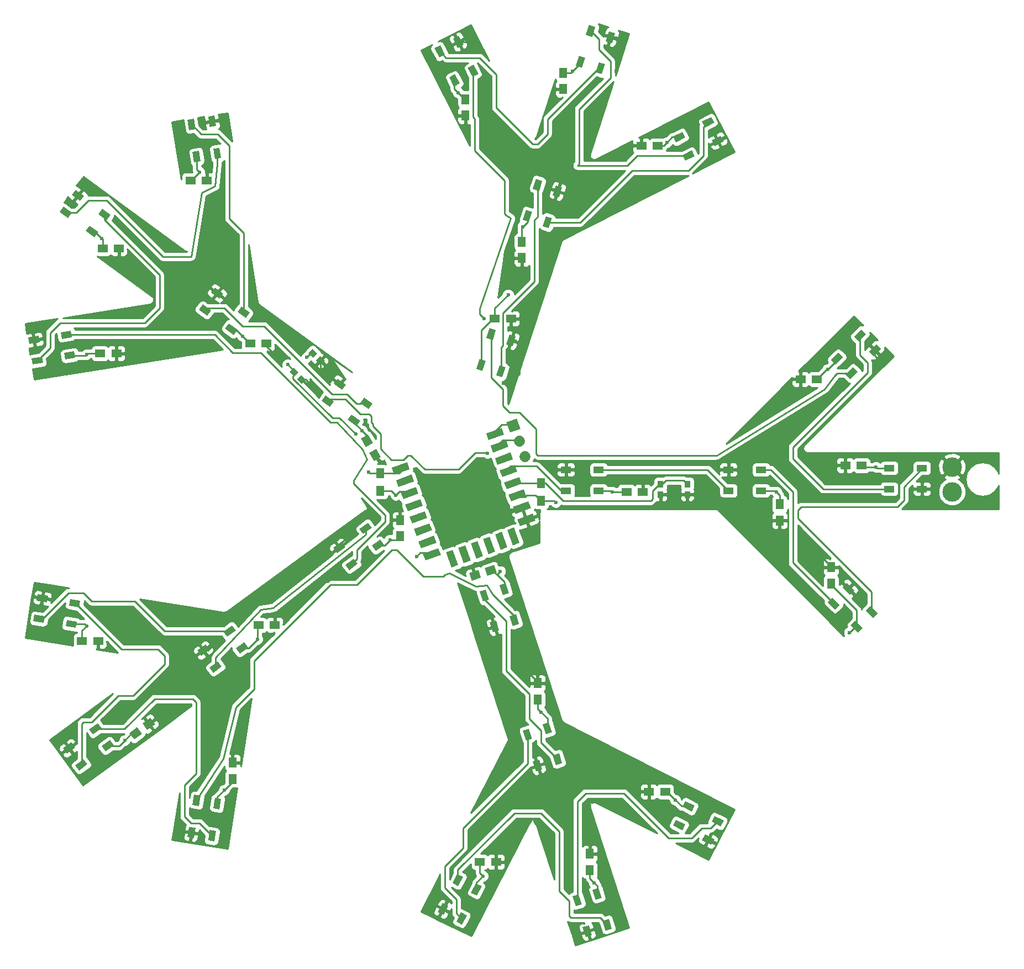
<source format=gbr>
G04 #@! TF.FileFunction,Copper,L1,Top,Signal*
%FSLAX46Y46*%
G04 Gerber Fmt 4.6, Leading zero omitted, Abs format (unit mm)*
G04 Created by KiCad (PCBNEW 4.0.7) date 11/25/17 11:21:43*
%MOMM*%
%LPD*%
G01*
G04 APERTURE LIST*
%ADD10C,0.100000*%
%ADD11C,2.999740*%
%ADD12R,1.600000X1.000000*%
%ADD13R,1.500000X1.250000*%
%ADD14R,1.250000X1.500000*%
%ADD15R,1.300000X1.500000*%
%ADD16R,0.900000X1.000000*%
%ADD17C,1.700000*%
%ADD18C,0.600000*%
%ADD19C,0.250000*%
%ADD20C,0.254000*%
G04 APERTURE END LIST*
D10*
G36*
X139325710Y-104053770D02*
X138949488Y-103020108D01*
X141298720Y-102165058D01*
X141674942Y-103198720D01*
X139325710Y-104053770D01*
X139325710Y-104053770D01*
G37*
G36*
X140009750Y-105933155D02*
X139633528Y-104899493D01*
X141982760Y-104044443D01*
X142358982Y-105078105D01*
X140009750Y-105933155D01*
X140009750Y-105933155D01*
G37*
G36*
X140693791Y-107812540D02*
X140317569Y-106778878D01*
X142666801Y-105923828D01*
X143043023Y-106957490D01*
X140693791Y-107812540D01*
X140693791Y-107812540D01*
G37*
G36*
X141377831Y-109691926D02*
X141001609Y-108658264D01*
X143350841Y-107803214D01*
X143727063Y-108836876D01*
X141377831Y-109691926D01*
X141377831Y-109691926D01*
G37*
G36*
X142061871Y-111571311D02*
X141685649Y-110537649D01*
X144034881Y-109682599D01*
X144411103Y-110716261D01*
X142061871Y-111571311D01*
X142061871Y-111571311D01*
G37*
G36*
X142745911Y-113450696D02*
X142369689Y-112417034D01*
X144718921Y-111561984D01*
X145095143Y-112595646D01*
X142745911Y-113450696D01*
X142745911Y-113450696D01*
G37*
G36*
X143429952Y-115330081D02*
X143053730Y-114296419D01*
X145402962Y-113441369D01*
X145779184Y-114475031D01*
X143429952Y-115330081D01*
X143429952Y-115330081D01*
G37*
G36*
X144113992Y-117209467D02*
X143737770Y-116175805D01*
X146087002Y-115320755D01*
X146463224Y-116354417D01*
X144113992Y-117209467D01*
X144113992Y-117209467D01*
G37*
G36*
X158585259Y-111942357D02*
X158209037Y-110908695D01*
X160558269Y-110053645D01*
X160934491Y-111087307D01*
X158585259Y-111942357D01*
X158585259Y-111942357D01*
G37*
G36*
X157901218Y-110062971D02*
X157524996Y-109029309D01*
X159874228Y-108174259D01*
X160250450Y-109207921D01*
X157901218Y-110062971D01*
X157901218Y-110062971D01*
G37*
G36*
X157217178Y-108183586D02*
X156840956Y-107149924D01*
X159190188Y-106294874D01*
X159566410Y-107328536D01*
X157217178Y-108183586D01*
X157217178Y-108183586D01*
G37*
G36*
X156533138Y-106304201D02*
X156156916Y-105270539D01*
X158506148Y-104415489D01*
X158882370Y-105449151D01*
X156533138Y-106304201D01*
X156533138Y-106304201D01*
G37*
G36*
X155849098Y-104424816D02*
X155472876Y-103391154D01*
X157822108Y-102536104D01*
X158198330Y-103569766D01*
X155849098Y-104424816D01*
X155849098Y-104424816D01*
G37*
G36*
X155165057Y-102545430D02*
X154788835Y-101511768D01*
X157138067Y-100656718D01*
X157514289Y-101690380D01*
X155165057Y-102545430D01*
X155165057Y-102545430D01*
G37*
G36*
X154481017Y-100666045D02*
X154104795Y-99632383D01*
X156454027Y-98777333D01*
X156830249Y-99810995D01*
X154481017Y-100666045D01*
X154481017Y-100666045D01*
G37*
G36*
X153796977Y-98786660D02*
X153420755Y-97752998D01*
X155769987Y-96897948D01*
X156146209Y-97931610D01*
X153796977Y-98786660D01*
X153796977Y-98786660D01*
G37*
G36*
X149154060Y-117929059D02*
X148120398Y-118305281D01*
X147265348Y-115956049D01*
X148299010Y-115579827D01*
X149154060Y-117929059D01*
X149154060Y-117929059D01*
G37*
G36*
X151033446Y-117245019D02*
X149999784Y-117621241D01*
X149144734Y-115272009D01*
X150178396Y-114895787D01*
X151033446Y-117245019D01*
X151033446Y-117245019D01*
G37*
G36*
X152912831Y-116560979D02*
X151879169Y-116937201D01*
X151024119Y-114587969D01*
X152057781Y-114211747D01*
X152912831Y-116560979D01*
X152912831Y-116560979D01*
G37*
G36*
X154792216Y-115876938D02*
X153758554Y-116253160D01*
X152903504Y-113903928D01*
X153937166Y-113527706D01*
X154792216Y-115876938D01*
X154792216Y-115876938D01*
G37*
G36*
X156671601Y-115192898D02*
X155637939Y-115569120D01*
X154782889Y-113219888D01*
X155816551Y-112843666D01*
X156671601Y-115192898D01*
X156671601Y-115192898D01*
G37*
G36*
X158550987Y-114508858D02*
X157517325Y-114885080D01*
X156662275Y-112535848D01*
X157695937Y-112159626D01*
X158550987Y-114508858D01*
X158550987Y-114508858D01*
G37*
D11*
X224790000Y-106680000D03*
X224790000Y-102870000D03*
D10*
G36*
X209832843Y-121772994D02*
X209125736Y-122480101D01*
X207994365Y-121348730D01*
X208701472Y-120641623D01*
X209832843Y-121772994D01*
X209832843Y-121772994D01*
G37*
G36*
X207570101Y-124035736D02*
X206862994Y-124742843D01*
X205731623Y-123611472D01*
X206438730Y-122904365D01*
X207570101Y-124035736D01*
X207570101Y-124035736D01*
G37*
G36*
X213368377Y-125308528D02*
X212661270Y-126015635D01*
X211529899Y-124884264D01*
X212237006Y-124177157D01*
X213368377Y-125308528D01*
X213368377Y-125308528D01*
G37*
G36*
X211105635Y-127571270D02*
X210398528Y-128278377D01*
X209267157Y-127147006D01*
X209974264Y-126439899D01*
X211105635Y-127571270D01*
X211105635Y-127571270D01*
G37*
D12*
X165648000Y-103302000D03*
X165648000Y-106502000D03*
X170648000Y-103302000D03*
X170648000Y-106502000D03*
X190540000Y-103302000D03*
X190540000Y-106502000D03*
X195540000Y-103302000D03*
X195540000Y-106502000D03*
X220178000Y-106248000D03*
X220178000Y-103048000D03*
X215178000Y-106248000D03*
X215178000Y-103048000D03*
D10*
G36*
X212745006Y-85880843D02*
X212037899Y-85173736D01*
X213169270Y-84042365D01*
X213876377Y-84749472D01*
X212745006Y-85880843D01*
X212745006Y-85880843D01*
G37*
G36*
X210482264Y-83618101D02*
X209775157Y-82910994D01*
X210906528Y-81779623D01*
X211613635Y-82486730D01*
X210482264Y-83618101D01*
X210482264Y-83618101D01*
G37*
G36*
X209209472Y-89416377D02*
X208502365Y-88709270D01*
X209633736Y-87577899D01*
X210340843Y-88285006D01*
X209209472Y-89416377D01*
X209209472Y-89416377D01*
G37*
G36*
X206946730Y-87153635D02*
X206239623Y-86446528D01*
X207370994Y-85315157D01*
X208078101Y-86022264D01*
X206946730Y-87153635D01*
X206946730Y-87153635D01*
G37*
G36*
X157462548Y-84376140D02*
X156511491Y-84067123D01*
X157005918Y-82545432D01*
X157956975Y-82854449D01*
X157462548Y-84376140D01*
X157462548Y-84376140D01*
G37*
G36*
X154419167Y-83387286D02*
X153468110Y-83078269D01*
X153962537Y-81556578D01*
X154913594Y-81865595D01*
X154419167Y-83387286D01*
X154419167Y-83387286D01*
G37*
G36*
X155917463Y-89131422D02*
X154966406Y-88822405D01*
X155460833Y-87300714D01*
X156411890Y-87609731D01*
X155917463Y-89131422D01*
X155917463Y-89131422D01*
G37*
G36*
X152874082Y-88142568D02*
X151923025Y-87833551D01*
X152417452Y-86311860D01*
X153368509Y-86620877D01*
X152874082Y-88142568D01*
X152874082Y-88142568D01*
G37*
G36*
X164574548Y-61516140D02*
X163623491Y-61207123D01*
X164117918Y-59685432D01*
X165068975Y-59994449D01*
X164574548Y-61516140D01*
X164574548Y-61516140D01*
G37*
G36*
X161531167Y-60527286D02*
X160580110Y-60218269D01*
X161074537Y-58696578D01*
X162025594Y-59005595D01*
X161531167Y-60527286D01*
X161531167Y-60527286D01*
G37*
G36*
X163029463Y-66271422D02*
X162078406Y-65962405D01*
X162572833Y-64440714D01*
X163523890Y-64749731D01*
X163029463Y-66271422D01*
X163029463Y-66271422D01*
G37*
G36*
X159986082Y-65282568D02*
X159035025Y-64973551D01*
X159529452Y-63451860D01*
X160480509Y-63760877D01*
X159986082Y-65282568D01*
X159986082Y-65282568D01*
G37*
G36*
X188396091Y-53677330D02*
X187942101Y-52786323D01*
X189367711Y-52059938D01*
X189821701Y-52950945D01*
X188396091Y-53677330D01*
X188396091Y-53677330D01*
G37*
G36*
X186943322Y-50826109D02*
X186489332Y-49935102D01*
X187914942Y-49208717D01*
X188368932Y-50099724D01*
X186943322Y-50826109D01*
X186943322Y-50826109D01*
G37*
G36*
X183941058Y-55947283D02*
X183487068Y-55056276D01*
X184912678Y-54329891D01*
X185366668Y-55220898D01*
X183941058Y-55947283D01*
X183941058Y-55947283D01*
G37*
G36*
X182488289Y-53096062D02*
X182034299Y-52205055D01*
X183459909Y-51478670D01*
X183913899Y-52369677D01*
X182488289Y-53096062D01*
X182488289Y-53096062D01*
G37*
G36*
X172702548Y-37894140D02*
X171751491Y-37585123D01*
X172245918Y-36063432D01*
X173196975Y-36372449D01*
X172702548Y-37894140D01*
X172702548Y-37894140D01*
G37*
G36*
X169659167Y-36905286D02*
X168708110Y-36596269D01*
X169202537Y-35074578D01*
X170153594Y-35383595D01*
X169659167Y-36905286D01*
X169659167Y-36905286D01*
G37*
G36*
X171157463Y-42649422D02*
X170206406Y-42340405D01*
X170700833Y-40818714D01*
X171651890Y-41127731D01*
X171157463Y-42649422D01*
X171157463Y-42649422D01*
G37*
G36*
X168114082Y-41660568D02*
X167163025Y-41351551D01*
X167657452Y-39829860D01*
X168608509Y-40138877D01*
X168114082Y-41660568D01*
X168114082Y-41660568D01*
G37*
G36*
X149943330Y-38171909D02*
X149052323Y-38625899D01*
X148325938Y-37200289D01*
X149216945Y-36746299D01*
X149943330Y-38171909D01*
X149943330Y-38171909D01*
G37*
G36*
X147092109Y-39624678D02*
X146201102Y-40078668D01*
X145474717Y-38653058D01*
X146365724Y-38199068D01*
X147092109Y-39624678D01*
X147092109Y-39624678D01*
G37*
G36*
X152213283Y-42626942D02*
X151322276Y-43080932D01*
X150595891Y-41655322D01*
X151486898Y-41201332D01*
X152213283Y-42626942D01*
X152213283Y-42626942D01*
G37*
G36*
X149362062Y-44079711D02*
X148471055Y-44533701D01*
X147744670Y-43108091D01*
X148635677Y-42654101D01*
X149362062Y-44079711D01*
X149362062Y-44079711D01*
G37*
G36*
X131939020Y-90265830D02*
X131351235Y-91074847D01*
X130056808Y-90134390D01*
X130644593Y-89325373D01*
X131939020Y-90265830D01*
X131939020Y-90265830D01*
G37*
G36*
X130058107Y-92854684D02*
X129470322Y-93663701D01*
X128175895Y-92723244D01*
X128763680Y-91914227D01*
X130058107Y-92854684D01*
X130058107Y-92854684D01*
G37*
G36*
X135984105Y-93204756D02*
X135396320Y-94013773D01*
X134101893Y-93073316D01*
X134689678Y-92264299D01*
X135984105Y-93204756D01*
X135984105Y-93204756D01*
G37*
G36*
X134103192Y-95793610D02*
X133515407Y-96602627D01*
X132220980Y-95662170D01*
X132808765Y-94853153D01*
X134103192Y-95793610D01*
X134103192Y-95793610D01*
G37*
G36*
X113143020Y-76295830D02*
X112555235Y-77104847D01*
X111260808Y-76164390D01*
X111848593Y-75355373D01*
X113143020Y-76295830D01*
X113143020Y-76295830D01*
G37*
G36*
X111262107Y-78884684D02*
X110674322Y-79693701D01*
X109379895Y-78753244D01*
X109967680Y-77944227D01*
X111262107Y-78884684D01*
X111262107Y-78884684D01*
G37*
G36*
X117188105Y-79234756D02*
X116600320Y-80043773D01*
X115305893Y-79103316D01*
X115893678Y-78294299D01*
X117188105Y-79234756D01*
X117188105Y-79234756D01*
G37*
G36*
X115307192Y-81823610D02*
X114719407Y-82632627D01*
X113424980Y-81692170D01*
X114012765Y-80883153D01*
X115307192Y-81823610D01*
X115307192Y-81823610D01*
G37*
G36*
X112044207Y-50570417D02*
X111056518Y-50726852D01*
X110806223Y-49146551D01*
X111793912Y-48990116D01*
X112044207Y-50570417D01*
X112044207Y-50570417D01*
G37*
G36*
X108883604Y-51071007D02*
X107895915Y-51227442D01*
X107645620Y-49647141D01*
X108633309Y-49490706D01*
X108883604Y-51071007D01*
X108883604Y-51071007D01*
G37*
G36*
X112826380Y-55508859D02*
X111838691Y-55665294D01*
X111588396Y-54084993D01*
X112576085Y-53928558D01*
X112826380Y-55508859D01*
X112826380Y-55508859D01*
G37*
G36*
X109665777Y-56009449D02*
X108678088Y-56165884D01*
X108427793Y-54585583D01*
X109415482Y-54429148D01*
X109665777Y-56009449D01*
X109665777Y-56009449D01*
G37*
G36*
X91807020Y-61309830D02*
X91219235Y-62118847D01*
X89924808Y-61178390D01*
X90512593Y-60369373D01*
X91807020Y-61309830D01*
X91807020Y-61309830D01*
G37*
G36*
X89926107Y-63898684D02*
X89338322Y-64707701D01*
X88043895Y-63767244D01*
X88631680Y-62958227D01*
X89926107Y-63898684D01*
X89926107Y-63898684D01*
G37*
G36*
X95852105Y-64248756D02*
X95264320Y-65057773D01*
X93969893Y-64117316D01*
X94557678Y-63308299D01*
X95852105Y-64248756D01*
X95852105Y-64248756D01*
G37*
G36*
X93971192Y-66837610D02*
X93383407Y-67646627D01*
X92088980Y-66706170D01*
X92676765Y-65897153D01*
X93971192Y-66837610D01*
X93971192Y-66837610D01*
G37*
G36*
X84860417Y-82773793D02*
X85016852Y-83761482D01*
X83436551Y-84011777D01*
X83280116Y-83024088D01*
X84860417Y-82773793D01*
X84860417Y-82773793D01*
G37*
G36*
X85361007Y-85934396D02*
X85517442Y-86922085D01*
X83937141Y-87172380D01*
X83780706Y-86184691D01*
X85361007Y-85934396D01*
X85361007Y-85934396D01*
G37*
G36*
X89798859Y-81991620D02*
X89955294Y-82979309D01*
X88374993Y-83229604D01*
X88218558Y-82241915D01*
X89798859Y-81991620D01*
X89798859Y-81991620D01*
G37*
G36*
X90299449Y-85152223D02*
X90455884Y-86139912D01*
X88875583Y-86390207D01*
X88719148Y-85402518D01*
X90299449Y-85152223D01*
X90299449Y-85152223D01*
G37*
G36*
X131248322Y-114362299D02*
X131836107Y-115171316D01*
X130541680Y-116111773D01*
X129953895Y-115302756D01*
X131248322Y-114362299D01*
X131248322Y-114362299D01*
G37*
G36*
X133129235Y-116951153D02*
X133717020Y-117760170D01*
X132422593Y-118700627D01*
X131834808Y-117891610D01*
X133129235Y-116951153D01*
X133129235Y-116951153D01*
G37*
G36*
X135293407Y-111423373D02*
X135881192Y-112232390D01*
X134586765Y-113172847D01*
X133998980Y-112363830D01*
X135293407Y-111423373D01*
X135293407Y-111423373D01*
G37*
G36*
X137174320Y-114012227D02*
X137762105Y-114821244D01*
X136467678Y-115761701D01*
X135879893Y-114952684D01*
X137174320Y-114012227D01*
X137174320Y-114012227D01*
G37*
G36*
X110420322Y-130110299D02*
X111008107Y-130919316D01*
X109713680Y-131859773D01*
X109125895Y-131050756D01*
X110420322Y-130110299D01*
X110420322Y-130110299D01*
G37*
G36*
X112301235Y-132699153D02*
X112889020Y-133508170D01*
X111594593Y-134448627D01*
X111006808Y-133639610D01*
X112301235Y-132699153D01*
X112301235Y-132699153D01*
G37*
G36*
X114465407Y-127171373D02*
X115053192Y-127980390D01*
X113758765Y-128920847D01*
X113170980Y-128111830D01*
X114465407Y-127171373D01*
X114465407Y-127171373D01*
G37*
G36*
X116346320Y-129760227D02*
X116934105Y-130569244D01*
X115639678Y-131509701D01*
X115051893Y-130700684D01*
X116346320Y-129760227D01*
X116346320Y-129760227D01*
G37*
G36*
X86279442Y-122627915D02*
X86123007Y-123615604D01*
X84542706Y-123365309D01*
X84699141Y-122377620D01*
X86279442Y-122627915D01*
X86279442Y-122627915D01*
G37*
G36*
X85778852Y-125788518D02*
X85622417Y-126776207D01*
X84042116Y-126525912D01*
X84198551Y-125538223D01*
X85778852Y-125788518D01*
X85778852Y-125788518D01*
G37*
G36*
X91217884Y-123410088D02*
X91061449Y-124397777D01*
X89481148Y-124147482D01*
X89637583Y-123159793D01*
X91217884Y-123410088D01*
X91217884Y-123410088D01*
G37*
G36*
X90717294Y-126570691D02*
X90560859Y-127558380D01*
X88980558Y-127308085D01*
X89136993Y-126320396D01*
X90717294Y-126570691D01*
X90717294Y-126570691D01*
G37*
G36*
X89846322Y-145096299D02*
X90434107Y-145905316D01*
X89139680Y-146845773D01*
X88551895Y-146036756D01*
X89846322Y-145096299D01*
X89846322Y-145096299D01*
G37*
G36*
X91727235Y-147685153D02*
X92315020Y-148494170D01*
X91020593Y-149434627D01*
X90432808Y-148625610D01*
X91727235Y-147685153D01*
X91727235Y-147685153D01*
G37*
G36*
X93891407Y-142157373D02*
X94479192Y-142966390D01*
X93184765Y-143906847D01*
X92596980Y-143097830D01*
X93891407Y-142157373D01*
X93891407Y-142157373D01*
G37*
G36*
X95772320Y-144746227D02*
X96360105Y-145555244D01*
X95065678Y-146495701D01*
X94477893Y-145686684D01*
X95772320Y-144746227D01*
X95772320Y-144746227D01*
G37*
G36*
X107895915Y-158068558D02*
X108883604Y-158224993D01*
X108633309Y-159805294D01*
X107645620Y-159648859D01*
X107895915Y-158068558D01*
X107895915Y-158068558D01*
G37*
G36*
X111056518Y-158569148D02*
X112044207Y-158725583D01*
X111793912Y-160305884D01*
X110806223Y-160149449D01*
X111056518Y-158569148D01*
X111056518Y-158569148D01*
G37*
G36*
X108678088Y-153130116D02*
X109665777Y-153286551D01*
X109415482Y-154866852D01*
X108427793Y-154710417D01*
X108678088Y-153130116D01*
X108678088Y-153130116D01*
G37*
G36*
X111838691Y-153630706D02*
X112826380Y-153787141D01*
X112576085Y-155367442D01*
X111588396Y-155211007D01*
X111838691Y-153630706D01*
X111838691Y-153630706D01*
G37*
G36*
X153976110Y-126725731D02*
X154927167Y-126416714D01*
X155421594Y-127938405D01*
X154470537Y-128247422D01*
X153976110Y-126725731D01*
X153976110Y-126725731D01*
G37*
G36*
X157019491Y-125736877D02*
X157970548Y-125427860D01*
X158464975Y-126949551D01*
X157513918Y-127258568D01*
X157019491Y-125736877D01*
X157019491Y-125736877D01*
G37*
G36*
X152431025Y-121970449D02*
X153382082Y-121661432D01*
X153876509Y-123183123D01*
X152925452Y-123492140D01*
X152431025Y-121970449D01*
X152431025Y-121970449D01*
G37*
G36*
X155474406Y-120981595D02*
X156425463Y-120672578D01*
X156919890Y-122194269D01*
X155968833Y-122503286D01*
X155474406Y-120981595D01*
X155474406Y-120981595D01*
G37*
G36*
X160580110Y-148061731D02*
X161531167Y-147752714D01*
X162025594Y-149274405D01*
X161074537Y-149583422D01*
X160580110Y-148061731D01*
X160580110Y-148061731D01*
G37*
G36*
X163623491Y-147072877D02*
X164574548Y-146763860D01*
X165068975Y-148285551D01*
X164117918Y-148594568D01*
X163623491Y-147072877D01*
X163623491Y-147072877D01*
G37*
G36*
X159035025Y-143306449D02*
X159986082Y-142997432D01*
X160480509Y-144519123D01*
X159529452Y-144828140D01*
X159035025Y-143306449D01*
X159035025Y-143306449D01*
G37*
G36*
X162078406Y-142317595D02*
X163029463Y-142008578D01*
X163523890Y-143530269D01*
X162572833Y-143839286D01*
X162078406Y-142317595D01*
X162078406Y-142317595D01*
G37*
G36*
X146709102Y-169725332D02*
X147600109Y-170179322D01*
X146873724Y-171604932D01*
X145982717Y-171150942D01*
X146709102Y-169725332D01*
X146709102Y-169725332D01*
G37*
G36*
X149560323Y-171178101D02*
X150451330Y-171632091D01*
X149724945Y-173057701D01*
X148833938Y-172603711D01*
X149560323Y-171178101D01*
X149560323Y-171178101D01*
G37*
G36*
X148979055Y-165270299D02*
X149870062Y-165724289D01*
X149143677Y-167149899D01*
X148252670Y-166695909D01*
X148979055Y-165270299D01*
X148979055Y-165270299D01*
G37*
G36*
X151830276Y-166723068D02*
X152721283Y-167177058D01*
X151994898Y-168602668D01*
X151103891Y-168148678D01*
X151830276Y-166723068D01*
X151830276Y-166723068D01*
G37*
G36*
X168200110Y-173461731D02*
X169151167Y-173152714D01*
X169645594Y-174674405D01*
X168694537Y-174983422D01*
X168200110Y-173461731D01*
X168200110Y-173461731D01*
G37*
G36*
X171243491Y-172472877D02*
X172194548Y-172163860D01*
X172688975Y-173685551D01*
X171737918Y-173994568D01*
X171243491Y-172472877D01*
X171243491Y-172472877D01*
G37*
G36*
X166655025Y-168706449D02*
X167606082Y-168397432D01*
X168100509Y-169919123D01*
X167149452Y-170228140D01*
X166655025Y-168706449D01*
X166655025Y-168706449D01*
G37*
G36*
X169698406Y-167717595D02*
X170649463Y-167408578D01*
X171143890Y-168930269D01*
X170192833Y-169239286D01*
X169698406Y-167717595D01*
X169698406Y-167717595D01*
G37*
G36*
X186489332Y-160122898D02*
X186943322Y-159231891D01*
X188368932Y-159958276D01*
X187914942Y-160849283D01*
X186489332Y-160122898D01*
X186489332Y-160122898D01*
G37*
G36*
X187942101Y-157271677D02*
X188396091Y-156380670D01*
X189821701Y-157107055D01*
X189367711Y-157998062D01*
X187942101Y-157271677D01*
X187942101Y-157271677D01*
G37*
G36*
X182034299Y-157852945D02*
X182488289Y-156961938D01*
X183913899Y-157688323D01*
X183459909Y-158579330D01*
X182034299Y-157852945D01*
X182034299Y-157852945D01*
G37*
G36*
X183487068Y-155001724D02*
X183941058Y-154110717D01*
X185366668Y-154837102D01*
X184912678Y-155728109D01*
X183487068Y-155001724D01*
X183487068Y-155001724D01*
G37*
D13*
X152420000Y-163449000D03*
X154920000Y-163449000D03*
D14*
X169291000Y-164699000D03*
X169291000Y-162199000D03*
X161290000Y-138537000D03*
X161290000Y-136037000D03*
D10*
G36*
X154616978Y-117913556D02*
X155003249Y-119102377D01*
X153576664Y-119565902D01*
X153190393Y-118377081D01*
X154616978Y-117913556D01*
X154616978Y-117913556D01*
G37*
G36*
X152239336Y-118686098D02*
X152625607Y-119874919D01*
X151199022Y-120338444D01*
X150812751Y-119149623D01*
X152239336Y-118686098D01*
X152239336Y-118686098D01*
G37*
D14*
X114554000Y-150729000D03*
X114554000Y-148229000D03*
D10*
G36*
X99460332Y-144683207D02*
X98725600Y-143671935D01*
X99939126Y-142790257D01*
X100673858Y-143801529D01*
X99460332Y-144683207D01*
X99460332Y-144683207D01*
G37*
G36*
X101482874Y-143213743D02*
X100748142Y-142202471D01*
X101961668Y-141320793D01*
X102696400Y-142332065D01*
X101482874Y-143213743D01*
X101482874Y-143213743D01*
G37*
D13*
X91460000Y-129540000D03*
X93960000Y-129540000D03*
X118511000Y-127127000D03*
X121011000Y-127127000D03*
X180828000Y-152654000D03*
X178328000Y-152654000D03*
D14*
X140208000Y-113518000D03*
X140208000Y-111018000D03*
D10*
G36*
X134221734Y-98529449D02*
X135304266Y-97904449D01*
X136054266Y-99203487D01*
X134971734Y-99828487D01*
X134221734Y-98529449D01*
X134221734Y-98529449D01*
G37*
G36*
X135471734Y-100694513D02*
X136554266Y-100069513D01*
X137304266Y-101368551D01*
X136221734Y-101993551D01*
X135471734Y-100694513D01*
X135471734Y-100694513D01*
G37*
D13*
X117241000Y-83947000D03*
X119741000Y-83947000D03*
X94635000Y-69342000D03*
X97135000Y-69342000D03*
X94254000Y-85471000D03*
X96754000Y-85471000D03*
X108097000Y-58928000D03*
X110597000Y-58928000D03*
D14*
X150241000Y-46502000D03*
X150241000Y-49002000D03*
X165227000Y-42438000D03*
X165227000Y-44938000D03*
D13*
X179685000Y-53594000D03*
X177185000Y-53594000D03*
X174899000Y-106680000D03*
X177399000Y-106680000D03*
D14*
X198374000Y-108605000D03*
X198374000Y-111105000D03*
D13*
X204069000Y-89408000D03*
X201569000Y-89408000D03*
D14*
X206248000Y-120757000D03*
X206248000Y-118257000D03*
D13*
X154706000Y-80137000D03*
X157206000Y-80137000D03*
D14*
X158877000Y-68346000D03*
X158877000Y-70846000D03*
D13*
X210927000Y-102616000D03*
X208427000Y-102616000D03*
D15*
X137160000Y-103806000D03*
X137160000Y-106506000D03*
X161798000Y-108030000D03*
X161798000Y-105330000D03*
D10*
G36*
X124004101Y-88995134D02*
X123296995Y-88288028D01*
X123933391Y-87651632D01*
X124640497Y-88358738D01*
X124004101Y-88995134D01*
X124004101Y-88995134D01*
G37*
G36*
X125135472Y-90126505D02*
X124428366Y-89419399D01*
X125064762Y-88783003D01*
X125771868Y-89490109D01*
X125135472Y-90126505D01*
X125135472Y-90126505D01*
G37*
G36*
X126903238Y-86095997D02*
X126196132Y-85388891D01*
X126832528Y-84752495D01*
X127539634Y-85459601D01*
X126903238Y-86095997D01*
X126903238Y-86095997D01*
G37*
G36*
X128034609Y-87227368D02*
X127327503Y-86520262D01*
X127963899Y-85883866D01*
X128671005Y-86590972D01*
X128034609Y-87227368D01*
X128034609Y-87227368D01*
G37*
D16*
X180131500Y-105499000D03*
X180131500Y-107099000D03*
X184231500Y-105499000D03*
X184231500Y-107099000D03*
D10*
G36*
X157098978Y-97609456D02*
X156517544Y-96011978D01*
X158115022Y-95430544D01*
X158696456Y-97028022D01*
X157098978Y-97609456D01*
X157098978Y-97609456D01*
G37*
D17*
X158475731Y-98906819D02*
X158475731Y-98906819D01*
X159344462Y-101293639D02*
X159344462Y-101293639D01*
D18*
X173101000Y-104902000D03*
X165163500Y-104902000D03*
X156654500Y-109982000D03*
X126301500Y-90043000D03*
X128333500Y-88328500D03*
X163830000Y-103505000D03*
X125031500Y-84772500D03*
X121412000Y-86042500D03*
X114744500Y-75692000D03*
X117792500Y-77660500D03*
X129476500Y-88646000D03*
X135001000Y-95694500D03*
X135255000Y-96456500D03*
X157988000Y-132524500D03*
X155003500Y-132143500D03*
X155067000Y-129476500D03*
X168719500Y-159258000D03*
X165989000Y-159448500D03*
X159004000Y-154749500D03*
X158940500Y-157416500D03*
X169481500Y-160020000D03*
X168846500Y-156718000D03*
X166687500Y-152971500D03*
X201676000Y-113601500D03*
X199136000Y-113665000D03*
X196786500Y-113030000D03*
X200723500Y-91440000D03*
X204152500Y-93345000D03*
X207645000Y-90360500D03*
X213931500Y-86804500D03*
X152527000Y-102108000D03*
X156083000Y-90043000D03*
X159258000Y-80962500D03*
X159956500Y-77660500D03*
X158686500Y-73152000D03*
X165417500Y-58610500D03*
X169989500Y-58229500D03*
X173863000Y-54800500D03*
X163512500Y-46672500D03*
X166179500Y-47879000D03*
X169608500Y-44323000D03*
X173291500Y-42227500D03*
X173545500Y-40195500D03*
X174180500Y-37846000D03*
X153225500Y-53975000D03*
X153035000Y-51562000D03*
X150177500Y-51308000D03*
X146367500Y-43116500D03*
X146558000Y-41402000D03*
X148907500Y-41465500D03*
X151447500Y-38163500D03*
X83756500Y-81724500D03*
X85598000Y-81343500D03*
X88138000Y-84201000D03*
X92138500Y-59944000D03*
X97980500Y-63373000D03*
X101028500Y-66167000D03*
X98742500Y-70929500D03*
X101346000Y-73406000D03*
X105029000Y-73660000D03*
X104965500Y-77851000D03*
X102933500Y-81280000D03*
X104330500Y-81280000D03*
X98742500Y-84201000D03*
X98996500Y-86550500D03*
X102870000Y-85534500D03*
X114871500Y-73723500D03*
X114681000Y-68199000D03*
X112649000Y-65278000D03*
X112204500Y-61658500D03*
X110934500Y-57023000D03*
X107315000Y-56896000D03*
X106743500Y-53848000D03*
X109093000Y-53213000D03*
X111379000Y-53086000D03*
X113601500Y-50228500D03*
X137477500Y-102235000D03*
X132461000Y-113284000D03*
X132715000Y-111760000D03*
X136080500Y-110299500D03*
X138176000Y-108458000D03*
X139827000Y-109093000D03*
X145224500Y-108648500D03*
X144462500Y-106807000D03*
X143446500Y-105029000D03*
X112077500Y-129667000D03*
X115760500Y-126047500D03*
X117919500Y-123698000D03*
X120523000Y-122872500D03*
X125476000Y-119189500D03*
X127635000Y-117284500D03*
X128778000Y-116332000D03*
X130810000Y-118808500D03*
X127508000Y-120523000D03*
X125603000Y-122555000D03*
X123253500Y-124460000D03*
X122174000Y-125476000D03*
X109855000Y-150558500D03*
X110553500Y-148844000D03*
X111760000Y-147002500D03*
X112458500Y-144907000D03*
X112839500Y-142684500D03*
X113601500Y-139827000D03*
X116840000Y-139827000D03*
X116205000Y-141605000D03*
X115633500Y-144018000D03*
X114871500Y-146177000D03*
X114046000Y-153606500D03*
X113601500Y-157670500D03*
X112014000Y-157543500D03*
X110172500Y-156464000D03*
X106807000Y-158686500D03*
X103441500Y-140589000D03*
X104711500Y-139763500D03*
X106045000Y-139700000D03*
X107442000Y-137223500D03*
X105727500Y-137223500D03*
X103632000Y-137287000D03*
X101790500Y-137287000D03*
X95694500Y-130873500D03*
X97790000Y-129413000D03*
X97091500Y-128397000D03*
X95694500Y-126619000D03*
X94551500Y-125285500D03*
X89916000Y-125349000D03*
X88328500Y-125349000D03*
X84963000Y-124587000D03*
X145796000Y-109664500D03*
X153606500Y-100774500D03*
X153098500Y-80137000D03*
X156781500Y-76454000D03*
X155575000Y-118872000D03*
X142748000Y-116586000D03*
X164084000Y-108331000D03*
X139573000Y-107188000D03*
X213106000Y-102870000D03*
X205740000Y-87884000D03*
X161798000Y-140462000D03*
X172720000Y-106680000D03*
X197866000Y-106680000D03*
X92202000Y-85598000D03*
X94488000Y-67818000D03*
X166624000Y-42164000D03*
X159004000Y-66040000D03*
X181102000Y-53086000D03*
X169926000Y-166624000D03*
X152908000Y-165608000D03*
X92202000Y-127254000D03*
X118364000Y-129286000D03*
X138684000Y-114046000D03*
X209042000Y-128270000D03*
X182372000Y-153924000D03*
X113284000Y-152400000D03*
X98044000Y-144780000D03*
X109474000Y-57658000D03*
X134366000Y-97282000D03*
X116078000Y-82804000D03*
X149098000Y-45466000D03*
X125920500Y-86042500D03*
X122999500Y-87185500D03*
X133413500Y-97853500D03*
X135382000Y-103632000D03*
D19*
X158229938Y-109358029D02*
X157278471Y-109358029D01*
X165163500Y-104902000D02*
X173101000Y-104902000D01*
X157278471Y-109358029D02*
X156654500Y-109982000D01*
X125100117Y-89454754D02*
X125713254Y-89454754D01*
X125713254Y-89454754D02*
X126301500Y-90043000D01*
X128333500Y-88328500D02*
X127999254Y-87994254D01*
X127999254Y-87994254D02*
X127999254Y-86555617D01*
X125031500Y-84772500D02*
X124523500Y-84772500D01*
X119741000Y-84371500D02*
X121412000Y-86042500D01*
X114681000Y-75628500D02*
X114617500Y-75628500D01*
X114744500Y-75692000D02*
X114681000Y-75628500D01*
X117792500Y-78041500D02*
X117792500Y-77660500D01*
X124523500Y-84772500D02*
X117792500Y-78041500D01*
X135001000Y-96202500D02*
X135001000Y-95694500D01*
X135255000Y-96456500D02*
X135001000Y-96202500D01*
X119741000Y-83947000D02*
X119741000Y-84371500D01*
X161290000Y-136037000D02*
X161290000Y-135826500D01*
X161290000Y-135826500D02*
X157988000Y-132524500D01*
X155003500Y-132143500D02*
X155067000Y-132080000D01*
X155067000Y-132080000D02*
X155067000Y-129476500D01*
X154920000Y-163449000D02*
X154920000Y-161437000D01*
X165989000Y-158432500D02*
X165989000Y-159448500D01*
X162115500Y-154559000D02*
X165989000Y-158432500D01*
X159194500Y-154559000D02*
X162115500Y-154559000D01*
X159004000Y-154749500D02*
X159194500Y-154559000D01*
X154920000Y-161437000D02*
X158940500Y-157416500D01*
X178328000Y-152654000D02*
X176085500Y-152654000D01*
X169481500Y-157353000D02*
X169481500Y-160020000D01*
X168846500Y-156718000D02*
X169481500Y-157353000D01*
X168084500Y-151574500D02*
X166687500Y-152971500D01*
X175006000Y-151574500D02*
X168084500Y-151574500D01*
X176085500Y-152654000D02*
X175006000Y-151574500D01*
X206248000Y-118257000D02*
X206248000Y-118173500D01*
X206248000Y-118173500D02*
X201676000Y-113601500D01*
X199136000Y-113665000D02*
X198501000Y-113030000D01*
X198501000Y-113030000D02*
X196786500Y-113030000D01*
X212957138Y-84961604D02*
X212957138Y-85830138D01*
X204660500Y-93345000D02*
X204152500Y-93345000D01*
X207645000Y-90360500D02*
X204660500Y-93345000D01*
X212957138Y-85830138D02*
X213931500Y-86804500D01*
X157234233Y-83460786D02*
X157882786Y-83460786D01*
X158496000Y-88709500D02*
X156083000Y-90043000D01*
X158496000Y-84074000D02*
X158496000Y-88709500D01*
X157882786Y-83460786D02*
X158496000Y-84074000D01*
X158877000Y-70846000D02*
X158877000Y-72961500D01*
X159258000Y-78359000D02*
X159258000Y-80962500D01*
X159956500Y-77660500D02*
X159258000Y-78359000D01*
X158877000Y-72961500D02*
X158686500Y-73152000D01*
X177185000Y-53594000D02*
X175069500Y-53594000D01*
X169608500Y-58610500D02*
X165417500Y-58610500D01*
X169989500Y-58229500D02*
X169608500Y-58610500D01*
X175069500Y-53594000D02*
X173863000Y-54800500D01*
X172474233Y-36978786D02*
X173313286Y-36978786D01*
X166179500Y-47752000D02*
X166179500Y-47879000D01*
X169608500Y-44323000D02*
X166179500Y-47752000D01*
X173291500Y-40449500D02*
X173291500Y-42227500D01*
X173545500Y-40195500D02*
X173291500Y-40449500D01*
X173313286Y-36978786D02*
X174180500Y-37846000D01*
X150241000Y-49002000D02*
X150241000Y-51244500D01*
X153225500Y-51752500D02*
X153225500Y-53975000D01*
X153035000Y-51562000D02*
X153225500Y-51752500D01*
X150241000Y-51244500D02*
X150177500Y-51308000D01*
X149134634Y-37686099D02*
X150970099Y-37686099D01*
X146367500Y-43116500D02*
X146494500Y-43116500D01*
X148844000Y-41402000D02*
X146558000Y-41402000D01*
X148907500Y-41465500D02*
X148844000Y-41402000D01*
X150970099Y-37686099D02*
X151447500Y-38163500D01*
X96754000Y-85471000D02*
X96754000Y-84308000D01*
X85217000Y-81724500D02*
X83756500Y-81724500D01*
X85598000Y-81343500D02*
X85217000Y-81724500D01*
X96647000Y-84201000D02*
X88138000Y-84201000D01*
X96754000Y-84308000D02*
X96647000Y-84201000D01*
X90865914Y-61244110D02*
X90865914Y-61216586D01*
X90865914Y-61216586D02*
X92138500Y-59944000D01*
X97980500Y-63373000D02*
X100774500Y-66167000D01*
X100774500Y-66167000D02*
X101028500Y-66167000D01*
X98742500Y-70929500D02*
X101219000Y-73406000D01*
X101219000Y-73406000D02*
X101346000Y-73406000D01*
X105029000Y-73660000D02*
X104965500Y-73723500D01*
X104965500Y-73723500D02*
X104965500Y-77851000D01*
X102933500Y-81280000D02*
X104330500Y-81280000D01*
X98742500Y-84201000D02*
X98996500Y-84455000D01*
X98996500Y-84455000D02*
X98996500Y-86550500D01*
X102870000Y-85534500D02*
X102997000Y-85407500D01*
X102997000Y-85407500D02*
X102997000Y-85344000D01*
X110597000Y-58928000D02*
X110597000Y-57360500D01*
X114871500Y-68389500D02*
X114871500Y-73723500D01*
X114681000Y-68199000D02*
X114871500Y-68389500D01*
X112649000Y-62103000D02*
X112649000Y-65278000D01*
X112204500Y-61658500D02*
X112649000Y-62103000D01*
X110597000Y-57360500D02*
X110934500Y-57023000D01*
X111425215Y-49858484D02*
X113336516Y-49858484D01*
X107315000Y-54419500D02*
X107315000Y-56896000D01*
X106743500Y-53848000D02*
X107315000Y-54419500D01*
X111252000Y-53213000D02*
X109093000Y-53213000D01*
X111379000Y-53086000D02*
X111252000Y-53213000D01*
X113601500Y-50123468D02*
X113601500Y-50228500D01*
X113336516Y-49858484D02*
X113601500Y-50123468D01*
X136388000Y-101031532D02*
X136388000Y-101145500D01*
X136388000Y-101145500D02*
X137477500Y-102235000D01*
X130895001Y-115237036D02*
X130895001Y-114849999D01*
X130895001Y-114849999D02*
X132461000Y-113284000D01*
X132715000Y-111760000D02*
X134175500Y-110299500D01*
X134175500Y-110299500D02*
X136080500Y-110299500D01*
X138176000Y-108458000D02*
X138811000Y-109093000D01*
X138811000Y-109093000D02*
X139827000Y-109093000D01*
X145224500Y-108648500D02*
X144462500Y-107886500D01*
X144462500Y-107886500D02*
X144462500Y-106807000D01*
X110067001Y-130985036D02*
X110759464Y-130985036D01*
X110759464Y-130985036D02*
X112077500Y-129667000D01*
X115760500Y-126047500D02*
X117919500Y-123888500D01*
X117919500Y-123888500D02*
X117919500Y-123698000D01*
X120523000Y-122872500D02*
X124206000Y-119189500D01*
X124206000Y-119189500D02*
X125476000Y-119189500D01*
X127635000Y-117284500D02*
X128587500Y-116332000D01*
X128587500Y-116332000D02*
X128778000Y-116332000D01*
X130810000Y-118808500D02*
X129095500Y-120523000D01*
X129095500Y-120523000D02*
X127508000Y-120523000D01*
X125603000Y-122555000D02*
X123698000Y-124460000D01*
X123698000Y-124460000D02*
X123253500Y-124460000D01*
X108264612Y-158936926D02*
X107057426Y-158936926D01*
X109855000Y-149542500D02*
X109855000Y-150558500D01*
X110553500Y-148844000D02*
X109855000Y-149542500D01*
X111760000Y-145605500D02*
X111760000Y-147002500D01*
X112458500Y-144907000D02*
X111760000Y-145605500D01*
X112839500Y-140589000D02*
X112839500Y-142684500D01*
X113601500Y-139827000D02*
X112839500Y-140589000D01*
X116840000Y-140970000D02*
X116840000Y-139827000D01*
X116205000Y-141605000D02*
X116840000Y-140970000D01*
X115633500Y-145415000D02*
X115633500Y-144018000D01*
X114871500Y-146177000D02*
X115633500Y-145415000D01*
X114046000Y-157226000D02*
X114046000Y-153606500D01*
X113601500Y-157670500D02*
X114046000Y-157226000D01*
X111252000Y-157543500D02*
X112014000Y-157543500D01*
X110172500Y-156464000D02*
X111252000Y-157543500D01*
X107057426Y-158936926D02*
X106807000Y-158686500D01*
X101722271Y-142267268D02*
X101763232Y-142267268D01*
X101763232Y-142267268D02*
X103441500Y-140589000D01*
X104711500Y-139763500D02*
X104775000Y-139700000D01*
X104775000Y-139700000D02*
X106045000Y-139700000D01*
X107442000Y-137223500D02*
X105727500Y-137223500D01*
X103632000Y-137287000D02*
X101790500Y-137287000D01*
X85411074Y-122996612D02*
X85411074Y-124138926D01*
X97790000Y-129095500D02*
X97790000Y-129413000D01*
X97091500Y-128397000D02*
X97790000Y-129095500D01*
X95694500Y-126428500D02*
X95694500Y-126619000D01*
X94551500Y-125285500D02*
X95694500Y-126428500D01*
X88328500Y-125349000D02*
X89916000Y-125349000D01*
X85411074Y-124138926D02*
X84963000Y-124587000D01*
X165648000Y-106502000D02*
X164922000Y-106502000D01*
X164922000Y-106502000D02*
X161163000Y-102743000D01*
X161163000Y-102743000D02*
X157154692Y-102743000D01*
X157154692Y-102743000D02*
X156177818Y-103719874D01*
X170648000Y-103302000D02*
X187340000Y-103302000D01*
X187340000Y-103302000D02*
X190540000Y-106502000D01*
X195540000Y-103302000D02*
X197028000Y-103302000D01*
X200406000Y-117578742D02*
X206650862Y-123823604D01*
X200406000Y-106680000D02*
X200406000Y-117578742D01*
X197028000Y-103302000D02*
X200406000Y-106680000D01*
X167377767Y-169312786D02*
X167377767Y-154186233D01*
X187829267Y-158242000D02*
X188881901Y-157189366D01*
X186436000Y-158242000D02*
X187829267Y-158242000D01*
X184912000Y-159766000D02*
X186436000Y-158242000D01*
X181356000Y-159766000D02*
X184912000Y-159766000D01*
X174498000Y-152908000D02*
X181356000Y-159766000D01*
X168656000Y-152908000D02*
X174498000Y-152908000D01*
X167377767Y-154186233D02*
X168656000Y-152908000D01*
X220178000Y-103048000D02*
X220178000Y-103164000D01*
X220178000Y-103164000D02*
X217424000Y-105918000D01*
X217424000Y-105918000D02*
X217424000Y-107950000D01*
X217424000Y-107950000D02*
X216408000Y-108966000D01*
X216408000Y-108966000D02*
X201676000Y-108966000D01*
X201676000Y-108966000D02*
X201168000Y-109474000D01*
X201168000Y-109474000D02*
X201168000Y-110744000D01*
X201168000Y-110744000D02*
X212449138Y-122025138D01*
X212449138Y-122025138D02*
X212449138Y-125096396D01*
X215178000Y-106248000D02*
X205054000Y-106248000D01*
X210694396Y-85726396D02*
X210694396Y-82698862D01*
X211836000Y-86868000D02*
X210694396Y-85726396D01*
X211836000Y-88392000D02*
X211836000Y-86868000D01*
X200406000Y-99822000D02*
X211836000Y-88392000D01*
X200406000Y-101600000D02*
X200406000Y-99822000D01*
X205054000Y-106248000D02*
X200406000Y-101600000D01*
X209421604Y-88497138D02*
X207158862Y-88497138D01*
X154190852Y-86347148D02*
X154190852Y-82471932D01*
X154178000Y-86360000D02*
X154190852Y-86347148D01*
X154178000Y-89154000D02*
X154178000Y-86360000D01*
X155956000Y-90932000D02*
X154178000Y-89154000D01*
X155956000Y-93472000D02*
X155956000Y-90932000D01*
X156972000Y-94488000D02*
X155956000Y-93472000D01*
X158496000Y-94488000D02*
X156972000Y-94488000D01*
X161036000Y-97028000D02*
X158496000Y-94488000D01*
X161036000Y-100838000D02*
X161036000Y-97028000D01*
X161290000Y-101092000D02*
X161036000Y-100838000D01*
X188722000Y-101092000D02*
X161290000Y-101092000D01*
X205232000Y-90932000D02*
X188722000Y-101092000D01*
X206756000Y-88900000D02*
X205232000Y-90932000D01*
X207158862Y-88497138D02*
X206756000Y-88900000D01*
X170929148Y-41734068D02*
X170609932Y-41734068D01*
X170609932Y-41734068D02*
X162814000Y-49530000D01*
X162814000Y-49530000D02*
X162814000Y-51816000D01*
X162814000Y-51816000D02*
X161290000Y-53340000D01*
X161290000Y-53340000D02*
X160528000Y-53340000D01*
X160528000Y-53340000D02*
X154940000Y-47752000D01*
X154940000Y-47752000D02*
X154940000Y-42672000D01*
X154940000Y-42672000D02*
X152400000Y-40132000D01*
X152400000Y-40132000D02*
X147276545Y-40132000D01*
X147276545Y-40132000D02*
X146283413Y-39138868D01*
X135826500Y-96012000D02*
X135826500Y-95123000D01*
X136080500Y-96266000D02*
X135826500Y-96012000D01*
X152404488Y-78614535D02*
X152404488Y-79442988D01*
X137223500Y-97790000D02*
X136080500Y-96647000D01*
X137223500Y-100139500D02*
X137223500Y-97790000D01*
X138874500Y-101790500D02*
X137223500Y-100139500D01*
X140716000Y-101790500D02*
X138874500Y-101790500D01*
X141414500Y-101092000D02*
X140716000Y-101790500D01*
X141859000Y-101092000D02*
X141414500Y-101092000D01*
X144018000Y-103251000D02*
X141859000Y-101092000D01*
X149161500Y-103251000D02*
X144018000Y-103251000D01*
X151701500Y-100711000D02*
X149161500Y-103251000D01*
X153543000Y-100711000D02*
X151701500Y-100711000D01*
X153606500Y-100774500D02*
X153543000Y-100711000D01*
X152404488Y-79442988D02*
X153098500Y-80137000D01*
X136080500Y-96647000D02*
X136080500Y-96266000D01*
X135826500Y-95123000D02*
X135445500Y-94742000D01*
X151404587Y-42141132D02*
X151404587Y-49255413D01*
X131826000Y-92456000D02*
X129449965Y-92456000D01*
X134112000Y-94742000D02*
X131826000Y-92456000D01*
X135445500Y-94742000D02*
X134112000Y-94742000D01*
X157162500Y-64706500D02*
X152404488Y-78614535D01*
X156464000Y-64262000D02*
X157162500Y-64706500D01*
X156210000Y-64008000D02*
X156464000Y-64262000D01*
X156210000Y-58928000D02*
X156210000Y-64008000D01*
X151638000Y-54356000D02*
X156210000Y-58928000D01*
X151638000Y-49488826D02*
X151638000Y-54356000D01*
X151404587Y-49255413D02*
X151638000Y-49488826D01*
X129449965Y-92456000D02*
X129117001Y-92788964D01*
X135042999Y-93139036D02*
X133525036Y-93139036D01*
X113284000Y-78486000D02*
X110653965Y-78486000D01*
X116078000Y-81280000D02*
X113284000Y-78486000D01*
X119380000Y-81280000D02*
X116078000Y-81280000D01*
X129794000Y-91694000D02*
X119380000Y-81280000D01*
X132080000Y-91694000D02*
X129794000Y-91694000D01*
X133525036Y-93139036D02*
X132080000Y-91694000D01*
X110653965Y-78486000D02*
X110321001Y-78818964D01*
X116246999Y-79169036D02*
X116246999Y-66970999D01*
X109721538Y-51816000D02*
X108264612Y-50359074D01*
X112268000Y-51816000D02*
X109721538Y-51816000D01*
X114046000Y-53594000D02*
X112268000Y-51816000D01*
X114046000Y-64770000D02*
X114046000Y-53594000D01*
X116246999Y-66970999D02*
X114046000Y-64770000D01*
X112207388Y-54796926D02*
X112207388Y-56448612D01*
X90599036Y-63832964D02*
X88985001Y-63832964D01*
X92456000Y-61976000D02*
X90599036Y-63832964D01*
X95250000Y-61976000D02*
X92456000Y-61976000D01*
X103886000Y-70612000D02*
X95250000Y-61976000D01*
X108204000Y-70612000D02*
X103886000Y-70612000D01*
X109855000Y-60833000D02*
X108204000Y-70612000D01*
X111887000Y-59817000D02*
X109855000Y-60833000D01*
X112207388Y-56448612D02*
X111887000Y-59817000D01*
X94910999Y-64183036D02*
X94910999Y-64938999D01*
X86614000Y-84588462D02*
X84649074Y-86553388D01*
X86614000Y-82296000D02*
X86614000Y-84588462D01*
X88138000Y-80772000D02*
X86614000Y-82296000D01*
X101092000Y-80772000D02*
X88138000Y-80772000D01*
X103378000Y-78486000D02*
X101092000Y-80772000D01*
X103378000Y-73406000D02*
X103378000Y-78486000D01*
X94910999Y-64938999D02*
X103378000Y-73406000D01*
X89086926Y-82610612D02*
X111820612Y-82610612D01*
X133604000Y-116997804D02*
X132775914Y-117825890D01*
X133604000Y-115570000D02*
X133604000Y-116997804D01*
X137922000Y-111252000D02*
X133604000Y-115570000D01*
X137922000Y-110236000D02*
X137922000Y-111252000D01*
X133096000Y-105410000D02*
X137922000Y-110236000D01*
X133096000Y-104902000D02*
X133096000Y-105410000D01*
X135128000Y-101727000D02*
X133096000Y-104902000D01*
X134493000Y-100203000D02*
X135128000Y-101727000D01*
X130556000Y-96012000D02*
X134493000Y-100203000D01*
X129540000Y-96012000D02*
X130556000Y-96012000D01*
X118872000Y-85344000D02*
X129540000Y-96012000D01*
X114554000Y-85344000D02*
X118872000Y-85344000D01*
X111820612Y-82610612D02*
X114554000Y-85344000D01*
X134940086Y-112298110D02*
X134940086Y-113217914D01*
X111947914Y-132146086D02*
X111947914Y-133573890D01*
X118872000Y-124714000D02*
X111947914Y-132146086D01*
X120777000Y-124460000D02*
X118872000Y-124714000D01*
X134940086Y-113217914D02*
X120777000Y-124460000D01*
X114112086Y-128046110D02*
X104170110Y-128046110D01*
X89408000Y-122174000D02*
X85424785Y-126157215D01*
X91694000Y-122174000D02*
X89408000Y-122174000D01*
X92964000Y-123444000D02*
X91694000Y-122174000D01*
X99568000Y-123444000D02*
X92964000Y-123444000D01*
X104170110Y-128046110D02*
X99568000Y-123444000D01*
X85424785Y-126157215D02*
X84910484Y-126157215D01*
X90349516Y-123778785D02*
X90504785Y-123778785D01*
X90504785Y-123778785D02*
X97536000Y-130810000D01*
X97536000Y-130810000D02*
X103124000Y-130810000D01*
X103124000Y-130810000D02*
X104140000Y-131826000D01*
X104140000Y-131826000D02*
X104140000Y-133096000D01*
X104140000Y-133096000D02*
X99314000Y-137922000D01*
X99314000Y-137922000D02*
X97028000Y-137922000D01*
X97028000Y-137922000D02*
X92964000Y-141986000D01*
X92964000Y-141986000D02*
X91694000Y-141986000D01*
X91694000Y-141986000D02*
X91440000Y-142240000D01*
X91440000Y-142240000D02*
X91440000Y-148493804D01*
X91440000Y-148493804D02*
X91373914Y-148559890D01*
X93538086Y-143032110D02*
X98013890Y-143032110D01*
X109467699Y-157480000D02*
X111425215Y-159437516D01*
X108204000Y-157480000D02*
X109467699Y-157480000D01*
X107188000Y-156464000D02*
X108204000Y-157480000D01*
X107188000Y-151638000D02*
X107188000Y-156464000D01*
X108966000Y-149860000D02*
X107188000Y-151638000D01*
X108966000Y-138938000D02*
X108966000Y-149860000D01*
X108458000Y-138430000D02*
X108966000Y-138938000D01*
X102616000Y-138430000D02*
X108458000Y-138430000D01*
X98013890Y-143032110D02*
X102616000Y-138430000D01*
X109046785Y-153843215D02*
X113157000Y-147574000D01*
X154432000Y-122428000D02*
X157742233Y-125738233D01*
X153479500Y-121031000D02*
X154432000Y-122428000D01*
X151828500Y-121221500D02*
X153479500Y-121031000D01*
X147066000Y-119380000D02*
X147764500Y-119126000D01*
X147764500Y-119126000D02*
X151828500Y-121221500D01*
X146812000Y-119634000D02*
X147066000Y-119380000D01*
X143764000Y-119634000D02*
X146812000Y-119634000D01*
X139700000Y-115570000D02*
X143764000Y-119634000D01*
X138938000Y-115570000D02*
X139700000Y-115570000D01*
X133604000Y-120904000D02*
X138938000Y-115570000D01*
X129540000Y-120904000D02*
X133604000Y-120904000D01*
X117856000Y-132588000D02*
X129540000Y-120904000D01*
X117856000Y-136906000D02*
X117856000Y-132588000D01*
X115062000Y-139700000D02*
X117856000Y-136906000D01*
X113157000Y-147574000D02*
X115062000Y-139700000D01*
X109046785Y-153998484D02*
X109046785Y-153843215D01*
X157742233Y-125738233D02*
X157742233Y-126343214D01*
X153153767Y-122576786D02*
X153153767Y-123181767D01*
X153153767Y-123181767D02*
X156464000Y-126492000D01*
X156464000Y-126492000D02*
X156464000Y-134112000D01*
X156464000Y-134112000D02*
X160020000Y-137668000D01*
X160020000Y-137668000D02*
X160020000Y-141478000D01*
X160020000Y-141478000D02*
X161798000Y-143256000D01*
X161798000Y-143256000D02*
X161798000Y-145130981D01*
X161798000Y-145130981D02*
X164346233Y-147679214D01*
X159757767Y-143912786D02*
X159757767Y-148344233D01*
X148844000Y-171319267D02*
X149642634Y-172117901D01*
X148844000Y-169164000D02*
X148844000Y-171319267D01*
X147066000Y-167386000D02*
X148844000Y-169164000D01*
X147066000Y-164084000D02*
X147066000Y-167386000D01*
X149860000Y-161290000D02*
X147066000Y-164084000D01*
X149860000Y-158242000D02*
X149860000Y-161290000D01*
X159757767Y-148344233D02*
X149860000Y-158242000D01*
X155689148Y-88216068D02*
X155689148Y-84569148D01*
X161302852Y-64503148D02*
X161302852Y-59611932D01*
X160782000Y-65024000D02*
X161302852Y-64503148D01*
X160782000Y-74422000D02*
X160782000Y-65024000D01*
X155956000Y-79248000D02*
X160782000Y-74422000D01*
X155956000Y-84302296D02*
X155956000Y-79248000D01*
X155689148Y-84569148D02*
X155956000Y-84302296D01*
X162801148Y-65356068D02*
X167815932Y-65356068D01*
X186690000Y-50756545D02*
X187429132Y-50017413D01*
X186690000Y-55118000D02*
X186690000Y-50756545D01*
X184404000Y-57404000D02*
X186690000Y-55118000D01*
X175768000Y-57404000D02*
X184404000Y-57404000D01*
X167815932Y-65356068D02*
X175768000Y-57404000D01*
X184426868Y-55138587D02*
X176550587Y-55138587D01*
X170688000Y-37247080D02*
X169430852Y-35989932D01*
X170688000Y-38862000D02*
X170688000Y-37247080D01*
X172466000Y-40640000D02*
X170688000Y-38862000D01*
X172466000Y-43180000D02*
X172466000Y-40640000D01*
X167640000Y-48006000D02*
X172466000Y-43180000D01*
X167640000Y-56388000D02*
X167640000Y-48006000D01*
X167386000Y-56642000D02*
X167640000Y-56388000D01*
X175047174Y-56642000D02*
X167386000Y-56642000D01*
X176550587Y-55138587D02*
X175047174Y-56642000D01*
X149061366Y-166210099D02*
X149061366Y-164628634D01*
X170845019Y-171958000D02*
X171966233Y-173079214D01*
X166370000Y-171958000D02*
X170845019Y-171958000D01*
X166116000Y-171704000D02*
X166370000Y-171958000D01*
X166116000Y-169418000D02*
X166116000Y-171704000D01*
X164592000Y-167894000D02*
X166116000Y-169418000D01*
X164592000Y-158750000D02*
X164592000Y-167894000D01*
X161798000Y-155956000D02*
X164592000Y-158750000D01*
X157734000Y-155956000D02*
X161798000Y-155956000D01*
X149061366Y-164628634D02*
X157734000Y-155956000D01*
X154706000Y-80137000D02*
X154706000Y-78529500D01*
X154706000Y-78529500D02*
X156781500Y-76454000D01*
X155029046Y-119354454D02*
X155092546Y-119354454D01*
X155092546Y-119354454D02*
X155575000Y-118872000D01*
X156197148Y-121587932D02*
X156197148Y-120522556D01*
X156197148Y-120522556D02*
X155029046Y-119354454D01*
X155029046Y-119354454D02*
X154096821Y-118739729D01*
X143308303Y-116025697D02*
X142748000Y-116586000D01*
X143308303Y-116025697D02*
X145758282Y-116025697D01*
X161798000Y-108030000D02*
X163783000Y-108030000D01*
X163783000Y-108030000D02*
X164084000Y-108331000D01*
X157545898Y-107478644D02*
X159348356Y-107478644D01*
X160956000Y-107188000D02*
X161798000Y-108030000D01*
X159639000Y-107188000D02*
X160956000Y-107188000D01*
X159348356Y-107478644D02*
X159639000Y-107188000D01*
X137160000Y-106506000D02*
X138891000Y-106506000D01*
X140132230Y-106628770D02*
X139573000Y-107188000D01*
X140132230Y-106628770D02*
X142338081Y-106628770D01*
X138891000Y-106506000D02*
X139573000Y-107188000D01*
X210186396Y-127359138D02*
X210186396Y-124842396D01*
X210186396Y-124842396D02*
X206248000Y-120904000D01*
X206248000Y-120904000D02*
X206248000Y-120757000D01*
X211181000Y-102870000D02*
X213106000Y-102870000D01*
X213284000Y-103048000D02*
X213106000Y-102870000D01*
X213284000Y-103048000D02*
X215178000Y-103048000D01*
X211181000Y-102870000D02*
X210927000Y-102616000D01*
X205740000Y-87884000D02*
X205593000Y-87884000D01*
X207158862Y-86465138D02*
X205740000Y-87884000D01*
X205593000Y-87884000D02*
X204069000Y-89408000D01*
X161290000Y-138537000D02*
X161290000Y-139954000D01*
X162801148Y-141465148D02*
X161798000Y-140462000D01*
X162801148Y-141465148D02*
X162801148Y-142923932D01*
X161290000Y-139954000D02*
X161798000Y-140462000D01*
X174899000Y-106680000D02*
X172720000Y-106680000D01*
X172542000Y-106502000D02*
X172720000Y-106680000D01*
X172542000Y-106502000D02*
X170648000Y-106502000D01*
X198374000Y-108605000D02*
X198374000Y-107188000D01*
X197688000Y-106502000D02*
X197866000Y-106680000D01*
X197688000Y-106502000D02*
X195540000Y-106502000D01*
X198374000Y-107188000D02*
X197866000Y-106680000D01*
X154706000Y-80137000D02*
X154432000Y-80137000D01*
X154432000Y-80137000D02*
X152654000Y-81915000D01*
X152654000Y-81915000D02*
X152654000Y-87218981D01*
X152654000Y-87218981D02*
X152645767Y-87227214D01*
X94254000Y-85471000D02*
X92329000Y-85471000D01*
X92028785Y-85771215D02*
X92202000Y-85598000D01*
X92028785Y-85771215D02*
X89587516Y-85771215D01*
X92329000Y-85471000D02*
X92202000Y-85598000D01*
X94635000Y-69342000D02*
X94635000Y-67965000D01*
X94488000Y-67818000D02*
X93441890Y-66771890D01*
X94635000Y-67965000D02*
X94488000Y-67818000D01*
X108097000Y-58928000D02*
X108204000Y-58928000D01*
X108204000Y-58928000D02*
X109474000Y-57658000D01*
X150241000Y-46502000D02*
X150134000Y-46502000D01*
X150134000Y-46502000D02*
X149098000Y-45466000D01*
X165227000Y-42438000D02*
X166350000Y-42438000D01*
X166624000Y-42164000D02*
X167885767Y-40902233D01*
X166350000Y-42438000D02*
X166624000Y-42164000D01*
X158877000Y-68346000D02*
X158877000Y-66167000D01*
X159757767Y-65286233D02*
X159004000Y-66040000D01*
X159757767Y-65286233D02*
X159757767Y-64367214D01*
X158877000Y-66167000D02*
X159004000Y-66040000D01*
X179685000Y-53594000D02*
X180594000Y-53594000D01*
X181900634Y-52287366D02*
X181102000Y-53086000D01*
X181900634Y-52287366D02*
X182974099Y-52287366D01*
X180594000Y-53594000D02*
X181102000Y-53086000D01*
X117241000Y-83947000D02*
X117221000Y-83947000D01*
X117221000Y-83947000D02*
X116078000Y-82804000D01*
X180828000Y-152654000D02*
X181102000Y-152654000D01*
X181102000Y-152654000D02*
X182372000Y-153924000D01*
X169291000Y-164699000D02*
X169291000Y-165989000D01*
X170421148Y-167119148D02*
X169926000Y-166624000D01*
X170421148Y-167119148D02*
X170421148Y-168323932D01*
X169291000Y-165989000D02*
X169926000Y-166624000D01*
X152420000Y-163449000D02*
X152420000Y-165120000D01*
X151912587Y-166603413D02*
X152908000Y-165608000D01*
X151912587Y-166603413D02*
X151912587Y-167662868D01*
X152420000Y-165120000D02*
X152908000Y-165608000D01*
X114554000Y-150729000D02*
X114554000Y-151130000D01*
X114554000Y-151130000D02*
X113284000Y-152400000D01*
X99699729Y-143736732D02*
X99087268Y-143736732D01*
X99087268Y-143736732D02*
X98044000Y-144780000D01*
X91460000Y-129540000D02*
X91460000Y-127996000D01*
X91887388Y-126939388D02*
X92202000Y-127254000D01*
X91887388Y-126939388D02*
X89848926Y-126939388D01*
X91460000Y-127996000D02*
X92202000Y-127254000D01*
X118364000Y-127274000D02*
X118364000Y-129286000D01*
X117015036Y-130634964D02*
X118364000Y-129286000D01*
X117015036Y-130634964D02*
X115992999Y-130634964D01*
X118364000Y-127274000D02*
X118511000Y-127127000D01*
X139680000Y-114046000D02*
X138684000Y-114046000D01*
X137843036Y-114886964D02*
X138684000Y-114046000D01*
X137843036Y-114886964D02*
X136820999Y-114886964D01*
X139680000Y-114046000D02*
X140208000Y-113518000D01*
X135138000Y-98866468D02*
X135138000Y-98054000D01*
X135138000Y-98054000D02*
X134366000Y-97282000D01*
X207158862Y-86234396D02*
X207158862Y-86465138D01*
X210186396Y-127359138D02*
X209952862Y-127359138D01*
X209952862Y-127359138D02*
X209042000Y-128270000D01*
X184426868Y-154919413D02*
X183367413Y-154919413D01*
X183367413Y-154919413D02*
X182372000Y-153924000D01*
X156197148Y-121587932D02*
X156197148Y-120891148D01*
X112207388Y-154499074D02*
X112207388Y-153476612D01*
X112207388Y-153476612D02*
X113284000Y-152400000D01*
X95418999Y-145620964D02*
X97203036Y-145620964D01*
X97203036Y-145620964D02*
X98044000Y-144780000D01*
X93030086Y-66771890D02*
X93441890Y-66771890D01*
X109046785Y-55297516D02*
X109046785Y-57230785D01*
X109046785Y-57230785D02*
X109474000Y-57658000D01*
X133162086Y-95727890D02*
X133162086Y-96078086D01*
X133162086Y-96078086D02*
X134366000Y-97282000D01*
X114366086Y-81757890D02*
X115031890Y-81757890D01*
X115031890Y-81757890D02*
X116078000Y-82804000D01*
X152645767Y-87227214D02*
X152645767Y-87638233D01*
X148553366Y-43593901D02*
X148553366Y-44921366D01*
X148553366Y-44921366D02*
X149098000Y-45466000D01*
X167885767Y-40745214D02*
X167885767Y-40902233D01*
X157607000Y-96393000D02*
X155814415Y-96393000D01*
X155814415Y-96393000D02*
X154125697Y-98081718D01*
X158475731Y-98779819D02*
X155991021Y-98779819D01*
X155991021Y-98779819D02*
X154809737Y-99961103D01*
X123968746Y-88323383D02*
X123968746Y-88154746D01*
X123968746Y-88154746D02*
X122999500Y-87185500D01*
X125920500Y-86042500D02*
X126538754Y-85424246D01*
X126538754Y-85424246D02*
X126867883Y-85424246D01*
X123968746Y-88323383D02*
X123968746Y-88819754D01*
X123968746Y-88819754D02*
X123825000Y-88963500D01*
X123825000Y-88963500D02*
X123825000Y-89344500D01*
X123825000Y-89344500D02*
X129857500Y-95377000D01*
X129857500Y-95377000D02*
X130937000Y-95377000D01*
X130937000Y-95377000D02*
X133413500Y-97853500D01*
X135382000Y-103632000D02*
X135556000Y-103806000D01*
X135556000Y-103806000D02*
X137160000Y-103806000D01*
X137160000Y-103806000D02*
X140034000Y-103806000D01*
X140034000Y-103806000D02*
X140970000Y-102870000D01*
X180131500Y-105499000D02*
X180378000Y-105499000D01*
X180378000Y-105499000D02*
X180911500Y-104965500D01*
X183698000Y-104965500D02*
X184231500Y-105499000D01*
X180911500Y-104965500D02*
X183698000Y-104965500D01*
X180131500Y-105499000D02*
X179933500Y-105499000D01*
X179933500Y-105499000D02*
X178879500Y-106553000D01*
X178879500Y-106553000D02*
X178879500Y-107823000D01*
X178879500Y-107823000D02*
X178625500Y-108077000D01*
X178625500Y-108077000D02*
X165227000Y-108077000D01*
X165227000Y-108077000D02*
X162480000Y-105330000D01*
X162480000Y-105330000D02*
X161798000Y-105330000D01*
X161798000Y-105330000D02*
X157131117Y-105330000D01*
X157131117Y-105330000D02*
X156861858Y-105599259D01*
D20*
G36*
X179590021Y-159074823D02*
X170298206Y-154340407D01*
X170040968Y-154267858D01*
X170040967Y-154267858D01*
X169775546Y-154299272D01*
X169614707Y-154389347D01*
X169475433Y-154318729D01*
X169426840Y-154305308D01*
X169376853Y-154311850D01*
X169333350Y-154337325D01*
X169303185Y-154377718D01*
X169291112Y-154426664D01*
X169297359Y-154471684D01*
X169365697Y-154679431D01*
X169357698Y-154707793D01*
X169304335Y-154897002D01*
X169309136Y-154937563D01*
X169335749Y-155162423D01*
X175304411Y-173532079D01*
X167096794Y-176198895D01*
X166606709Y-174690567D01*
X167931704Y-174690567D01*
X168129648Y-175299774D01*
X168293711Y-175491867D01*
X168518795Y-175606554D01*
X168770635Y-175626375D01*
X169010890Y-175548311D01*
X169094527Y-175521136D01*
X169196451Y-175321099D01*
X168841313Y-174228097D01*
X168033628Y-174490530D01*
X167931704Y-174690567D01*
X166606709Y-174690567D01*
X165910332Y-172547341D01*
X166079160Y-172660148D01*
X166370000Y-172718000D01*
X168434177Y-172718000D01*
X168358627Y-172742548D01*
X168407683Y-172893526D01*
X168207648Y-172791604D01*
X168124011Y-172818779D01*
X167883756Y-172896842D01*
X167691664Y-173060905D01*
X167576978Y-173285990D01*
X167557158Y-173537830D01*
X167755101Y-174147038D01*
X167955138Y-174248962D01*
X168260920Y-174149607D01*
X169082881Y-174149607D01*
X169438019Y-175242609D01*
X169638056Y-175344532D01*
X169721693Y-175317357D01*
X169961948Y-175239294D01*
X170154040Y-175075231D01*
X170268726Y-174850146D01*
X170288546Y-174598306D01*
X170090603Y-173989098D01*
X169890566Y-173887174D01*
X169082881Y-174149607D01*
X168260920Y-174149607D01*
X168762823Y-173986529D01*
X168756642Y-173967507D01*
X168998211Y-173889018D01*
X169004391Y-173908039D01*
X169812076Y-173645606D01*
X169914000Y-173445569D01*
X169716056Y-172836362D01*
X169614965Y-172718000D01*
X170530217Y-172718000D01*
X170696361Y-172884144D01*
X171122166Y-174194638D01*
X171236994Y-174404755D01*
X171436045Y-174567326D01*
X171682663Y-174639646D01*
X171937988Y-174610320D01*
X172889045Y-174301303D01*
X173099162Y-174186475D01*
X173261733Y-173987424D01*
X173334053Y-173740806D01*
X173304727Y-173485481D01*
X172810300Y-171963790D01*
X172695472Y-171753673D01*
X172496421Y-171591102D01*
X172249803Y-171518782D01*
X171994478Y-171548108D01*
X171628758Y-171666937D01*
X171382420Y-171420599D01*
X171135858Y-171255852D01*
X170845019Y-171198000D01*
X166876000Y-171198000D01*
X166876000Y-170809232D01*
X167094197Y-170873218D01*
X167349522Y-170843892D01*
X168300579Y-170534875D01*
X168510696Y-170420047D01*
X168673267Y-170220996D01*
X168745587Y-169974378D01*
X168716261Y-169719053D01*
X168221834Y-168197362D01*
X168137767Y-168043533D01*
X168137767Y-165800760D01*
X168201910Y-165900441D01*
X168414110Y-166045431D01*
X168547602Y-166072464D01*
X168588852Y-166279839D01*
X168753599Y-166526401D01*
X168990878Y-166763680D01*
X168990838Y-166809167D01*
X169132883Y-167152943D01*
X169246946Y-167267205D01*
X169125648Y-167415722D01*
X169053328Y-167662340D01*
X169082654Y-167917665D01*
X169577081Y-169439356D01*
X169691909Y-169649473D01*
X169890960Y-169812044D01*
X170137578Y-169884364D01*
X170392903Y-169855038D01*
X171343960Y-169546021D01*
X171554077Y-169431193D01*
X171716648Y-169232142D01*
X171788968Y-168985524D01*
X171759642Y-168730199D01*
X171265215Y-167208508D01*
X171160985Y-167017784D01*
X171123296Y-166828309D01*
X170958549Y-166581747D01*
X170861122Y-166484320D01*
X170861162Y-166438833D01*
X170719117Y-166095057D01*
X170456327Y-165831808D01*
X170430349Y-165821021D01*
X170512431Y-165700890D01*
X170563440Y-165449000D01*
X170563440Y-163949000D01*
X170519162Y-163713683D01*
X170380090Y-163497559D01*
X170311994Y-163451031D01*
X170454327Y-163308698D01*
X170551000Y-163075309D01*
X170551000Y-162484750D01*
X170392250Y-162326000D01*
X169418000Y-162326000D01*
X169418000Y-162346000D01*
X169164000Y-162346000D01*
X169164000Y-162326000D01*
X169144000Y-162326000D01*
X169144000Y-162072000D01*
X169164000Y-162072000D01*
X169164000Y-160972750D01*
X169418000Y-160972750D01*
X169418000Y-162072000D01*
X170392250Y-162072000D01*
X170551000Y-161913250D01*
X170551000Y-161322691D01*
X170454327Y-161089302D01*
X170275699Y-160910673D01*
X170042310Y-160814000D01*
X169576750Y-160814000D01*
X169418000Y-160972750D01*
X169164000Y-160972750D01*
X169005250Y-160814000D01*
X168539690Y-160814000D01*
X168306301Y-160910673D01*
X168137767Y-161079208D01*
X168137767Y-154501035D01*
X168970802Y-153668000D01*
X174183198Y-153668000D01*
X179590021Y-159074823D01*
X179590021Y-159074823D01*
G37*
X179590021Y-159074823D02*
X170298206Y-154340407D01*
X170040968Y-154267858D01*
X170040967Y-154267858D01*
X169775546Y-154299272D01*
X169614707Y-154389347D01*
X169475433Y-154318729D01*
X169426840Y-154305308D01*
X169376853Y-154311850D01*
X169333350Y-154337325D01*
X169303185Y-154377718D01*
X169291112Y-154426664D01*
X169297359Y-154471684D01*
X169365697Y-154679431D01*
X169357698Y-154707793D01*
X169304335Y-154897002D01*
X169309136Y-154937563D01*
X169335749Y-155162423D01*
X175304411Y-173532079D01*
X167096794Y-176198895D01*
X166606709Y-174690567D01*
X167931704Y-174690567D01*
X168129648Y-175299774D01*
X168293711Y-175491867D01*
X168518795Y-175606554D01*
X168770635Y-175626375D01*
X169010890Y-175548311D01*
X169094527Y-175521136D01*
X169196451Y-175321099D01*
X168841313Y-174228097D01*
X168033628Y-174490530D01*
X167931704Y-174690567D01*
X166606709Y-174690567D01*
X165910332Y-172547341D01*
X166079160Y-172660148D01*
X166370000Y-172718000D01*
X168434177Y-172718000D01*
X168358627Y-172742548D01*
X168407683Y-172893526D01*
X168207648Y-172791604D01*
X168124011Y-172818779D01*
X167883756Y-172896842D01*
X167691664Y-173060905D01*
X167576978Y-173285990D01*
X167557158Y-173537830D01*
X167755101Y-174147038D01*
X167955138Y-174248962D01*
X168260920Y-174149607D01*
X169082881Y-174149607D01*
X169438019Y-175242609D01*
X169638056Y-175344532D01*
X169721693Y-175317357D01*
X169961948Y-175239294D01*
X170154040Y-175075231D01*
X170268726Y-174850146D01*
X170288546Y-174598306D01*
X170090603Y-173989098D01*
X169890566Y-173887174D01*
X169082881Y-174149607D01*
X168260920Y-174149607D01*
X168762823Y-173986529D01*
X168756642Y-173967507D01*
X168998211Y-173889018D01*
X169004391Y-173908039D01*
X169812076Y-173645606D01*
X169914000Y-173445569D01*
X169716056Y-172836362D01*
X169614965Y-172718000D01*
X170530217Y-172718000D01*
X170696361Y-172884144D01*
X171122166Y-174194638D01*
X171236994Y-174404755D01*
X171436045Y-174567326D01*
X171682663Y-174639646D01*
X171937988Y-174610320D01*
X172889045Y-174301303D01*
X173099162Y-174186475D01*
X173261733Y-173987424D01*
X173334053Y-173740806D01*
X173304727Y-173485481D01*
X172810300Y-171963790D01*
X172695472Y-171753673D01*
X172496421Y-171591102D01*
X172249803Y-171518782D01*
X171994478Y-171548108D01*
X171628758Y-171666937D01*
X171382420Y-171420599D01*
X171135858Y-171255852D01*
X170845019Y-171198000D01*
X166876000Y-171198000D01*
X166876000Y-170809232D01*
X167094197Y-170873218D01*
X167349522Y-170843892D01*
X168300579Y-170534875D01*
X168510696Y-170420047D01*
X168673267Y-170220996D01*
X168745587Y-169974378D01*
X168716261Y-169719053D01*
X168221834Y-168197362D01*
X168137767Y-168043533D01*
X168137767Y-165800760D01*
X168201910Y-165900441D01*
X168414110Y-166045431D01*
X168547602Y-166072464D01*
X168588852Y-166279839D01*
X168753599Y-166526401D01*
X168990878Y-166763680D01*
X168990838Y-166809167D01*
X169132883Y-167152943D01*
X169246946Y-167267205D01*
X169125648Y-167415722D01*
X169053328Y-167662340D01*
X169082654Y-167917665D01*
X169577081Y-169439356D01*
X169691909Y-169649473D01*
X169890960Y-169812044D01*
X170137578Y-169884364D01*
X170392903Y-169855038D01*
X171343960Y-169546021D01*
X171554077Y-169431193D01*
X171716648Y-169232142D01*
X171788968Y-168985524D01*
X171759642Y-168730199D01*
X171265215Y-167208508D01*
X171160985Y-167017784D01*
X171123296Y-166828309D01*
X170958549Y-166581747D01*
X170861122Y-166484320D01*
X170861162Y-166438833D01*
X170719117Y-166095057D01*
X170456327Y-165831808D01*
X170430349Y-165821021D01*
X170512431Y-165700890D01*
X170563440Y-165449000D01*
X170563440Y-163949000D01*
X170519162Y-163713683D01*
X170380090Y-163497559D01*
X170311994Y-163451031D01*
X170454327Y-163308698D01*
X170551000Y-163075309D01*
X170551000Y-162484750D01*
X170392250Y-162326000D01*
X169418000Y-162326000D01*
X169418000Y-162346000D01*
X169164000Y-162346000D01*
X169164000Y-162326000D01*
X169144000Y-162326000D01*
X169144000Y-162072000D01*
X169164000Y-162072000D01*
X169164000Y-160972750D01*
X169418000Y-160972750D01*
X169418000Y-162072000D01*
X170392250Y-162072000D01*
X170551000Y-161913250D01*
X170551000Y-161322691D01*
X170454327Y-161089302D01*
X170275699Y-160910673D01*
X170042310Y-160814000D01*
X169576750Y-160814000D01*
X169418000Y-160972750D01*
X169164000Y-160972750D01*
X169005250Y-160814000D01*
X168539690Y-160814000D01*
X168306301Y-160910673D01*
X168137767Y-161079208D01*
X168137767Y-154501035D01*
X168970802Y-153668000D01*
X174183198Y-153668000D01*
X179590021Y-159074823D01*
G36*
X163832000Y-159064802D02*
X163832000Y-166150892D01*
X161128131Y-157829239D01*
X160997535Y-157596044D01*
X160974711Y-157578051D01*
X160818249Y-157454705D01*
X160648793Y-156932782D01*
X160624018Y-156888876D01*
X160584113Y-156858069D01*
X160535367Y-156845214D01*
X160485459Y-156852337D01*
X160442255Y-156878315D01*
X160414729Y-156914567D01*
X160137847Y-157460640D01*
X160031785Y-157520038D01*
X159945827Y-157629076D01*
X159866318Y-157729932D01*
X151183157Y-174771595D01*
X145989393Y-172337018D01*
X145053068Y-171859936D01*
X146325165Y-171859936D01*
X146394542Y-172073454D01*
X146472898Y-172113379D01*
X146697983Y-172228065D01*
X146949823Y-172247885D01*
X147190077Y-172169821D01*
X147382170Y-172005759D01*
X147672978Y-171435016D01*
X147603601Y-171221498D01*
X146846914Y-170835947D01*
X146325165Y-171859936D01*
X145053068Y-171859936D01*
X143810940Y-171227040D01*
X145339765Y-171227040D01*
X145417828Y-171467295D01*
X145581890Y-171659388D01*
X145806976Y-171774074D01*
X145885332Y-171813999D01*
X146098850Y-171744622D01*
X146620598Y-170720633D01*
X145863911Y-170335082D01*
X145650393Y-170404458D01*
X145359585Y-170975200D01*
X145339765Y-171227040D01*
X143810940Y-171227040D01*
X143468707Y-171052664D01*
X144041903Y-169895248D01*
X145909848Y-169895248D01*
X145979225Y-170108766D01*
X146735912Y-170494317D01*
X147257661Y-169470328D01*
X147188284Y-169256810D01*
X147109928Y-169216885D01*
X146884843Y-169102199D01*
X146633003Y-169082379D01*
X146392749Y-169160443D01*
X146200656Y-169324505D01*
X145909848Y-169895248D01*
X144041903Y-169895248D01*
X146114694Y-165709804D01*
X146306000Y-165334345D01*
X146306000Y-167386000D01*
X146363852Y-167676839D01*
X146528599Y-167923401D01*
X148084000Y-169478802D01*
X148084000Y-169768132D01*
X148000936Y-169670876D01*
X147775850Y-169556190D01*
X147697494Y-169516265D01*
X147483976Y-169585642D01*
X146962228Y-170609631D01*
X147718915Y-170995182D01*
X147932433Y-170925806D01*
X148084000Y-170628339D01*
X148084000Y-171319267D01*
X148141852Y-171610106D01*
X148306599Y-171856668D01*
X148426728Y-171976797D01*
X148257065Y-172309779D01*
X148189685Y-172539550D01*
X148215481Y-172795256D01*
X148338728Y-173020779D01*
X148540007Y-173180584D01*
X149431014Y-173634574D01*
X149660784Y-173701954D01*
X149916489Y-173676158D01*
X150142013Y-173552911D01*
X150301818Y-173351633D01*
X151028203Y-171926023D01*
X151095583Y-171696252D01*
X151069787Y-171440546D01*
X150946540Y-171215023D01*
X150745261Y-171055218D01*
X149854254Y-170601228D01*
X149624484Y-170533848D01*
X149604000Y-170535914D01*
X149604000Y-169164000D01*
X149546148Y-168873161D01*
X149381401Y-168626599D01*
X148099103Y-167344301D01*
X148849746Y-167726772D01*
X149079516Y-167794152D01*
X149335221Y-167768356D01*
X149560745Y-167645109D01*
X149720550Y-167443831D01*
X150446935Y-166018221D01*
X150514315Y-165788450D01*
X150488519Y-165532744D01*
X150365272Y-165307221D01*
X150163993Y-165147416D01*
X149821366Y-164972839D01*
X149821366Y-164943436D01*
X151022560Y-163742242D01*
X151022560Y-164074000D01*
X151066838Y-164309317D01*
X151205910Y-164525441D01*
X151418110Y-164670431D01*
X151660000Y-164719415D01*
X151660000Y-165120000D01*
X151717852Y-165410839D01*
X151843025Y-165598173D01*
X151375186Y-166066012D01*
X151210439Y-166312574D01*
X151152587Y-166603413D01*
X151152587Y-166626998D01*
X150527018Y-167854746D01*
X150459638Y-168084517D01*
X150485434Y-168340223D01*
X150608681Y-168565746D01*
X150809960Y-168725551D01*
X151700967Y-169179541D01*
X151930737Y-169246921D01*
X152186442Y-169221125D01*
X152411966Y-169097878D01*
X152571771Y-168896600D01*
X153298156Y-167470990D01*
X153365536Y-167241219D01*
X153339740Y-166985513D01*
X153216493Y-166759990D01*
X153015214Y-166600185D01*
X152998919Y-166591883D01*
X153047680Y-166543122D01*
X153093167Y-166543162D01*
X153436943Y-166401117D01*
X153700192Y-166138327D01*
X153842838Y-165794799D01*
X153843162Y-165422833D01*
X153701117Y-165079057D01*
X153438327Y-164815808D01*
X153198259Y-164716123D01*
X153405317Y-164677162D01*
X153621441Y-164538090D01*
X153667969Y-164469994D01*
X153810302Y-164612327D01*
X154043691Y-164709000D01*
X154634250Y-164709000D01*
X154793000Y-164550250D01*
X154793000Y-163576000D01*
X155047000Y-163576000D01*
X155047000Y-164550250D01*
X155205750Y-164709000D01*
X155796309Y-164709000D01*
X156029698Y-164612327D01*
X156208327Y-164433699D01*
X156305000Y-164200310D01*
X156305000Y-163734750D01*
X156146250Y-163576000D01*
X155047000Y-163576000D01*
X154793000Y-163576000D01*
X154773000Y-163576000D01*
X154773000Y-163322000D01*
X154793000Y-163322000D01*
X154793000Y-162347750D01*
X155047000Y-162347750D01*
X155047000Y-163322000D01*
X156146250Y-163322000D01*
X156305000Y-163163250D01*
X156305000Y-162697690D01*
X156208327Y-162464301D01*
X156029698Y-162285673D01*
X155796309Y-162189000D01*
X155205750Y-162189000D01*
X155047000Y-162347750D01*
X154793000Y-162347750D01*
X154634250Y-162189000D01*
X154043691Y-162189000D01*
X153810302Y-162285673D01*
X153669064Y-162426910D01*
X153634090Y-162372559D01*
X153421890Y-162227569D01*
X153170000Y-162176560D01*
X152588242Y-162176560D01*
X158048802Y-156716000D01*
X161483198Y-156716000D01*
X163832000Y-159064802D01*
X163832000Y-159064802D01*
G37*
X163832000Y-159064802D02*
X163832000Y-166150892D01*
X161128131Y-157829239D01*
X160997535Y-157596044D01*
X160974711Y-157578051D01*
X160818249Y-157454705D01*
X160648793Y-156932782D01*
X160624018Y-156888876D01*
X160584113Y-156858069D01*
X160535367Y-156845214D01*
X160485459Y-156852337D01*
X160442255Y-156878315D01*
X160414729Y-156914567D01*
X160137847Y-157460640D01*
X160031785Y-157520038D01*
X159945827Y-157629076D01*
X159866318Y-157729932D01*
X151183157Y-174771595D01*
X145989393Y-172337018D01*
X145053068Y-171859936D01*
X146325165Y-171859936D01*
X146394542Y-172073454D01*
X146472898Y-172113379D01*
X146697983Y-172228065D01*
X146949823Y-172247885D01*
X147190077Y-172169821D01*
X147382170Y-172005759D01*
X147672978Y-171435016D01*
X147603601Y-171221498D01*
X146846914Y-170835947D01*
X146325165Y-171859936D01*
X145053068Y-171859936D01*
X143810940Y-171227040D01*
X145339765Y-171227040D01*
X145417828Y-171467295D01*
X145581890Y-171659388D01*
X145806976Y-171774074D01*
X145885332Y-171813999D01*
X146098850Y-171744622D01*
X146620598Y-170720633D01*
X145863911Y-170335082D01*
X145650393Y-170404458D01*
X145359585Y-170975200D01*
X145339765Y-171227040D01*
X143810940Y-171227040D01*
X143468707Y-171052664D01*
X144041903Y-169895248D01*
X145909848Y-169895248D01*
X145979225Y-170108766D01*
X146735912Y-170494317D01*
X147257661Y-169470328D01*
X147188284Y-169256810D01*
X147109928Y-169216885D01*
X146884843Y-169102199D01*
X146633003Y-169082379D01*
X146392749Y-169160443D01*
X146200656Y-169324505D01*
X145909848Y-169895248D01*
X144041903Y-169895248D01*
X146114694Y-165709804D01*
X146306000Y-165334345D01*
X146306000Y-167386000D01*
X146363852Y-167676839D01*
X146528599Y-167923401D01*
X148084000Y-169478802D01*
X148084000Y-169768132D01*
X148000936Y-169670876D01*
X147775850Y-169556190D01*
X147697494Y-169516265D01*
X147483976Y-169585642D01*
X146962228Y-170609631D01*
X147718915Y-170995182D01*
X147932433Y-170925806D01*
X148084000Y-170628339D01*
X148084000Y-171319267D01*
X148141852Y-171610106D01*
X148306599Y-171856668D01*
X148426728Y-171976797D01*
X148257065Y-172309779D01*
X148189685Y-172539550D01*
X148215481Y-172795256D01*
X148338728Y-173020779D01*
X148540007Y-173180584D01*
X149431014Y-173634574D01*
X149660784Y-173701954D01*
X149916489Y-173676158D01*
X150142013Y-173552911D01*
X150301818Y-173351633D01*
X151028203Y-171926023D01*
X151095583Y-171696252D01*
X151069787Y-171440546D01*
X150946540Y-171215023D01*
X150745261Y-171055218D01*
X149854254Y-170601228D01*
X149624484Y-170533848D01*
X149604000Y-170535914D01*
X149604000Y-169164000D01*
X149546148Y-168873161D01*
X149381401Y-168626599D01*
X148099103Y-167344301D01*
X148849746Y-167726772D01*
X149079516Y-167794152D01*
X149335221Y-167768356D01*
X149560745Y-167645109D01*
X149720550Y-167443831D01*
X150446935Y-166018221D01*
X150514315Y-165788450D01*
X150488519Y-165532744D01*
X150365272Y-165307221D01*
X150163993Y-165147416D01*
X149821366Y-164972839D01*
X149821366Y-164943436D01*
X151022560Y-163742242D01*
X151022560Y-164074000D01*
X151066838Y-164309317D01*
X151205910Y-164525441D01*
X151418110Y-164670431D01*
X151660000Y-164719415D01*
X151660000Y-165120000D01*
X151717852Y-165410839D01*
X151843025Y-165598173D01*
X151375186Y-166066012D01*
X151210439Y-166312574D01*
X151152587Y-166603413D01*
X151152587Y-166626998D01*
X150527018Y-167854746D01*
X150459638Y-168084517D01*
X150485434Y-168340223D01*
X150608681Y-168565746D01*
X150809960Y-168725551D01*
X151700967Y-169179541D01*
X151930737Y-169246921D01*
X152186442Y-169221125D01*
X152411966Y-169097878D01*
X152571771Y-168896600D01*
X153298156Y-167470990D01*
X153365536Y-167241219D01*
X153339740Y-166985513D01*
X153216493Y-166759990D01*
X153015214Y-166600185D01*
X152998919Y-166591883D01*
X153047680Y-166543122D01*
X153093167Y-166543162D01*
X153436943Y-166401117D01*
X153700192Y-166138327D01*
X153842838Y-165794799D01*
X153843162Y-165422833D01*
X153701117Y-165079057D01*
X153438327Y-164815808D01*
X153198259Y-164716123D01*
X153405317Y-164677162D01*
X153621441Y-164538090D01*
X153667969Y-164469994D01*
X153810302Y-164612327D01*
X154043691Y-164709000D01*
X154634250Y-164709000D01*
X154793000Y-164550250D01*
X154793000Y-163576000D01*
X155047000Y-163576000D01*
X155047000Y-164550250D01*
X155205750Y-164709000D01*
X155796309Y-164709000D01*
X156029698Y-164612327D01*
X156208327Y-164433699D01*
X156305000Y-164200310D01*
X156305000Y-163734750D01*
X156146250Y-163576000D01*
X155047000Y-163576000D01*
X154793000Y-163576000D01*
X154773000Y-163576000D01*
X154773000Y-163322000D01*
X154793000Y-163322000D01*
X154793000Y-162347750D01*
X155047000Y-162347750D01*
X155047000Y-163322000D01*
X156146250Y-163322000D01*
X156305000Y-163163250D01*
X156305000Y-162697690D01*
X156208327Y-162464301D01*
X156029698Y-162285673D01*
X155796309Y-162189000D01*
X155205750Y-162189000D01*
X155047000Y-162347750D01*
X154793000Y-162347750D01*
X154634250Y-162189000D01*
X154043691Y-162189000D01*
X153810302Y-162285673D01*
X153669064Y-162426910D01*
X153634090Y-162372559D01*
X153421890Y-162227569D01*
X153170000Y-162176560D01*
X152588242Y-162176560D01*
X158048802Y-156716000D01*
X161483198Y-156716000D01*
X163832000Y-159064802D01*
G36*
X153076173Y-101566692D02*
X153419701Y-101709338D01*
X153791667Y-101709662D01*
X154135443Y-101567617D01*
X154152916Y-101550174D01*
X154180440Y-101733205D01*
X154556662Y-102766867D01*
X154678753Y-102972849D01*
X154883357Y-103128374D01*
X154884987Y-103128791D01*
X154826263Y-103358446D01*
X154864481Y-103612591D01*
X155240703Y-104646253D01*
X155362794Y-104852235D01*
X155567398Y-105007760D01*
X155569027Y-105008177D01*
X155510303Y-105237831D01*
X155548521Y-105491976D01*
X155924743Y-106525638D01*
X156046834Y-106731620D01*
X156251438Y-106887145D01*
X156253067Y-106887562D01*
X156194343Y-107117216D01*
X156232561Y-107371361D01*
X156608783Y-108405023D01*
X156730874Y-108611005D01*
X156935478Y-108766530D01*
X156945672Y-108769137D01*
X156896110Y-108875421D01*
X156885091Y-109127799D01*
X156971492Y-109365184D01*
X157018670Y-109494806D01*
X157222142Y-109589686D01*
X158724945Y-109042711D01*
X158718104Y-109023917D01*
X158956787Y-108937044D01*
X158963627Y-108955837D01*
X158982421Y-108948996D01*
X159069294Y-109187679D01*
X159050501Y-109194519D01*
X159358062Y-110039538D01*
X159358063Y-110039538D01*
X159647668Y-110835223D01*
X161150472Y-110288248D01*
X161245352Y-110084776D01*
X161198174Y-109955154D01*
X161111773Y-109717770D01*
X160941106Y-109531520D01*
X160825365Y-109477549D01*
X160878218Y-109364206D01*
X160896110Y-109376431D01*
X161148000Y-109427440D01*
X161679988Y-109427440D01*
X161671000Y-109474000D01*
X161671000Y-109667428D01*
X161621532Y-109741462D01*
X161569389Y-110003600D01*
X161569389Y-110975060D01*
X161487995Y-110751432D01*
X161440817Y-110621810D01*
X161237345Y-110526930D01*
X159734542Y-111073905D01*
X160042103Y-111918924D01*
X160245575Y-112013804D01*
X161270365Y-111640811D01*
X161456615Y-111470145D01*
X161563377Y-111241195D01*
X161569389Y-111103497D01*
X161569389Y-114498267D01*
X157294706Y-115887196D01*
X157061511Y-116017792D01*
X156896044Y-116227687D01*
X156894365Y-116233641D01*
X156885191Y-116239301D01*
X156855965Y-116280378D01*
X156845023Y-116329589D01*
X156851280Y-116371443D01*
X156853545Y-116378376D01*
X156828666Y-116466592D01*
X156823495Y-116484926D01*
X156841389Y-116636117D01*
X156854909Y-116750347D01*
X164965588Y-141712451D01*
X164965588Y-141712453D01*
X165096184Y-141945648D01*
X165306079Y-142111115D01*
X191425935Y-155419847D01*
X187507997Y-163109233D01*
X183305765Y-160968089D01*
X187099082Y-160968089D01*
X187168458Y-161181607D01*
X187739200Y-161472415D01*
X187991040Y-161492235D01*
X188231295Y-161414172D01*
X188423388Y-161250110D01*
X188538074Y-161025024D01*
X188577999Y-160946668D01*
X188508622Y-160733150D01*
X187484633Y-160211402D01*
X187099082Y-160968089D01*
X183305765Y-160968089D01*
X182438116Y-160526000D01*
X184912000Y-160526000D01*
X185202839Y-160468148D01*
X185449401Y-160303401D01*
X185929104Y-159823698D01*
X185866199Y-159947157D01*
X185846379Y-160198997D01*
X185924443Y-160439251D01*
X186088505Y-160631344D01*
X186659248Y-160922152D01*
X186872766Y-160852775D01*
X187258317Y-160096088D01*
X187240497Y-160087008D01*
X187292428Y-159985086D01*
X187599947Y-159985086D01*
X188623936Y-160506835D01*
X188837454Y-160437458D01*
X188877379Y-160359102D01*
X188992065Y-160134017D01*
X189011885Y-159882177D01*
X188933821Y-159641923D01*
X188769759Y-159449830D01*
X188199016Y-159159022D01*
X187985498Y-159228399D01*
X187599947Y-159985086D01*
X187292428Y-159985086D01*
X187355811Y-159860692D01*
X187373631Y-159869772D01*
X187759182Y-159113085D01*
X187723088Y-159002000D01*
X187829267Y-159002000D01*
X188120106Y-158944148D01*
X188366668Y-158779401D01*
X188740797Y-158405272D01*
X189073779Y-158574935D01*
X189303550Y-158642315D01*
X189559256Y-158616519D01*
X189784779Y-158493272D01*
X189944584Y-158291993D01*
X190398574Y-157400986D01*
X190465954Y-157171216D01*
X190440158Y-156915511D01*
X190316911Y-156689987D01*
X190115633Y-156530182D01*
X188690023Y-155803797D01*
X188460252Y-155736417D01*
X188204546Y-155762213D01*
X187979023Y-155885460D01*
X187819218Y-156086739D01*
X187365228Y-156977746D01*
X187297848Y-157207516D01*
X187323644Y-157463221D01*
X187333907Y-157482000D01*
X186436000Y-157482000D01*
X186193414Y-157530254D01*
X186145160Y-157539852D01*
X185898599Y-157704599D01*
X184597198Y-159006000D01*
X183931394Y-159006000D01*
X184036782Y-158873261D01*
X184490772Y-157982254D01*
X184558152Y-157752484D01*
X184532356Y-157496779D01*
X184409109Y-157271255D01*
X184207831Y-157111450D01*
X182782221Y-156385065D01*
X182552450Y-156317685D01*
X182296744Y-156343481D01*
X182071221Y-156466728D01*
X181911416Y-156668007D01*
X181457426Y-157559014D01*
X181390046Y-157788784D01*
X181415842Y-158044489D01*
X181539089Y-158270013D01*
X181740367Y-158429818D01*
X182871187Y-159006000D01*
X181670802Y-159006000D01*
X175604552Y-152939750D01*
X176943000Y-152939750D01*
X176943000Y-153405310D01*
X177039673Y-153638699D01*
X177218302Y-153817327D01*
X177451691Y-153914000D01*
X178042250Y-153914000D01*
X178201000Y-153755250D01*
X178201000Y-152781000D01*
X177101750Y-152781000D01*
X176943000Y-152939750D01*
X175604552Y-152939750D01*
X175035401Y-152370599D01*
X174788839Y-152205852D01*
X174498000Y-152148000D01*
X168656000Y-152148000D01*
X168413414Y-152196254D01*
X168365160Y-152205852D01*
X168118599Y-152370599D01*
X166840366Y-153648832D01*
X166675619Y-153895394D01*
X166617767Y-154186233D01*
X166617767Y-168037796D01*
X166454955Y-168090697D01*
X166244838Y-168205525D01*
X166125025Y-168352223D01*
X165352000Y-167579198D01*
X165352000Y-158750000D01*
X165294148Y-158459161D01*
X165129401Y-158212599D01*
X162335401Y-155418599D01*
X162088839Y-155253852D01*
X161798000Y-155196000D01*
X157734000Y-155196000D01*
X157443161Y-155253852D01*
X157196599Y-155418599D01*
X148523965Y-164091233D01*
X148359218Y-164337795D01*
X148301366Y-164628634D01*
X148301366Y-165174229D01*
X147826000Y-166107187D01*
X147826000Y-164398802D01*
X150397401Y-161827401D01*
X150562148Y-161580839D01*
X150620000Y-161290000D01*
X150620000Y-158556802D01*
X157274112Y-151902690D01*
X176943000Y-151902690D01*
X176943000Y-152368250D01*
X177101750Y-152527000D01*
X178201000Y-152527000D01*
X178201000Y-151552750D01*
X178455000Y-151552750D01*
X178455000Y-152527000D01*
X178475000Y-152527000D01*
X178475000Y-152781000D01*
X178455000Y-152781000D01*
X178455000Y-153755250D01*
X178613750Y-153914000D01*
X179204309Y-153914000D01*
X179437698Y-153817327D01*
X179578936Y-153676090D01*
X179613910Y-153730441D01*
X179826110Y-153875431D01*
X180078000Y-153926440D01*
X181299638Y-153926440D01*
X181436878Y-154063680D01*
X181436838Y-154109167D01*
X181578883Y-154452943D01*
X181841673Y-154716192D01*
X182185201Y-154858838D01*
X182232077Y-154858879D01*
X182830012Y-155456814D01*
X183076574Y-155621561D01*
X183367413Y-155679413D01*
X183390998Y-155679413D01*
X184618746Y-156304982D01*
X184848517Y-156372362D01*
X185104223Y-156346566D01*
X185329746Y-156223319D01*
X185489551Y-156022040D01*
X185943541Y-155131033D01*
X186010921Y-154901263D01*
X185985125Y-154645558D01*
X185861878Y-154420034D01*
X185660600Y-154260229D01*
X184234990Y-153533844D01*
X184005219Y-153466464D01*
X183749513Y-153492260D01*
X183523990Y-153615507D01*
X183364185Y-153816786D01*
X183355883Y-153833081D01*
X183307122Y-153784320D01*
X183307162Y-153738833D01*
X183165117Y-153395057D01*
X182902327Y-153131808D01*
X182558799Y-152989162D01*
X182511923Y-152989121D01*
X182225440Y-152702638D01*
X182225440Y-152029000D01*
X182181162Y-151793683D01*
X182042090Y-151577559D01*
X181829890Y-151432569D01*
X181578000Y-151381560D01*
X180078000Y-151381560D01*
X179842683Y-151425838D01*
X179626559Y-151564910D01*
X179580031Y-151633006D01*
X179437698Y-151490673D01*
X179204309Y-151394000D01*
X178613750Y-151394000D01*
X178455000Y-151552750D01*
X178201000Y-151552750D01*
X178042250Y-151394000D01*
X177451691Y-151394000D01*
X177218302Y-151490673D01*
X177039673Y-151669301D01*
X176943000Y-151902690D01*
X157274112Y-151902690D01*
X159886235Y-149290567D01*
X160311704Y-149290567D01*
X160509648Y-149899774D01*
X160673711Y-150091867D01*
X160898795Y-150206554D01*
X161150635Y-150226375D01*
X161390890Y-150148311D01*
X161474527Y-150121136D01*
X161576451Y-149921099D01*
X161221313Y-148828097D01*
X160413628Y-149090530D01*
X160311704Y-149290567D01*
X159886235Y-149290567D01*
X160295168Y-148881634D01*
X160321606Y-148842067D01*
X160335138Y-148848962D01*
X160640920Y-148749607D01*
X161462881Y-148749607D01*
X161818019Y-149842609D01*
X162018056Y-149944532D01*
X162101693Y-149917357D01*
X162341948Y-149839294D01*
X162534040Y-149675231D01*
X162648726Y-149450146D01*
X162668546Y-149198306D01*
X162470603Y-148589098D01*
X162270566Y-148487174D01*
X161462881Y-148749607D01*
X160640920Y-148749607D01*
X161142823Y-148586529D01*
X160787685Y-147493527D01*
X160633639Y-147415037D01*
X161029253Y-147415037D01*
X161384391Y-148508039D01*
X162192076Y-148245606D01*
X162294000Y-148045569D01*
X162096056Y-147436362D01*
X161931993Y-147244269D01*
X161706909Y-147129582D01*
X161455069Y-147109761D01*
X161214814Y-147187825D01*
X161131177Y-147215000D01*
X161029253Y-147415037D01*
X160633639Y-147415037D01*
X160587648Y-147391604D01*
X160517767Y-147414309D01*
X160517767Y-145187776D01*
X160680579Y-145134875D01*
X160890696Y-145020047D01*
X161038000Y-144839689D01*
X161038000Y-145130981D01*
X161095852Y-145421820D01*
X161260599Y-145668382D01*
X163076361Y-147484144D01*
X163502166Y-148794638D01*
X163616994Y-149004755D01*
X163816045Y-149167326D01*
X164062663Y-149239646D01*
X164317988Y-149210320D01*
X165269045Y-148901303D01*
X165479162Y-148786475D01*
X165641733Y-148587424D01*
X165714053Y-148340806D01*
X165684727Y-148085481D01*
X165190300Y-146563790D01*
X165075472Y-146353673D01*
X164876421Y-146191102D01*
X164629803Y-146118782D01*
X164374478Y-146148108D01*
X164008758Y-146266937D01*
X162558000Y-144816179D01*
X162558000Y-144479721D01*
X162772903Y-144455038D01*
X163723960Y-144146021D01*
X163934077Y-144031193D01*
X164096648Y-143832142D01*
X164168968Y-143585524D01*
X164139642Y-143330199D01*
X163645215Y-141808508D01*
X163561148Y-141654679D01*
X163561148Y-141465148D01*
X163503296Y-141174309D01*
X163440246Y-141079947D01*
X163338550Y-140927747D01*
X162733122Y-140322320D01*
X162733162Y-140276833D01*
X162591117Y-139933057D01*
X162383924Y-139725502D01*
X162511431Y-139538890D01*
X162562440Y-139287000D01*
X162562440Y-137787000D01*
X162518162Y-137551683D01*
X162379090Y-137335559D01*
X162310994Y-137289031D01*
X162453327Y-137146698D01*
X162550000Y-136913309D01*
X162550000Y-136322750D01*
X162391250Y-136164000D01*
X161417000Y-136164000D01*
X161417000Y-136184000D01*
X161163000Y-136184000D01*
X161163000Y-136164000D01*
X160188750Y-136164000D01*
X160030000Y-136322750D01*
X160030000Y-136603198D01*
X158587493Y-135160691D01*
X160030000Y-135160691D01*
X160030000Y-135751250D01*
X160188750Y-135910000D01*
X161163000Y-135910000D01*
X161163000Y-134810750D01*
X161417000Y-134810750D01*
X161417000Y-135910000D01*
X162391250Y-135910000D01*
X162550000Y-135751250D01*
X162550000Y-135160691D01*
X162453327Y-134927302D01*
X162274699Y-134748673D01*
X162041310Y-134652000D01*
X161575750Y-134652000D01*
X161417000Y-134810750D01*
X161163000Y-134810750D01*
X161004250Y-134652000D01*
X160538690Y-134652000D01*
X160305301Y-134748673D01*
X160126673Y-134927302D01*
X160030000Y-135160691D01*
X158587493Y-135160691D01*
X157224000Y-133797198D01*
X157224000Y-127834832D01*
X157458663Y-127903646D01*
X157713988Y-127874320D01*
X158665045Y-127565303D01*
X158875162Y-127450475D01*
X159037733Y-127251424D01*
X159110053Y-127004806D01*
X159080727Y-126749481D01*
X158586300Y-125227790D01*
X158471472Y-125017673D01*
X158272421Y-124855102D01*
X158025803Y-124782782D01*
X157878503Y-124799701D01*
X156190744Y-123111942D01*
X157119960Y-122810021D01*
X157330077Y-122695193D01*
X157492648Y-122496142D01*
X157564968Y-122249524D01*
X157535642Y-121994199D01*
X157041215Y-120472508D01*
X156926387Y-120262391D01*
X156901326Y-120241923D01*
X156899296Y-120231717D01*
X156734549Y-119985155D01*
X156259362Y-119509968D01*
X156367192Y-119402327D01*
X156509838Y-119058799D01*
X156510162Y-118686833D01*
X156368117Y-118343057D01*
X156105327Y-118079808D01*
X155761799Y-117937162D01*
X155389833Y-117936838D01*
X155315307Y-117967632D01*
X155232730Y-117713486D01*
X155117903Y-117503369D01*
X154918851Y-117340798D01*
X154672233Y-117268478D01*
X154416908Y-117297804D01*
X152990323Y-117761329D01*
X152780206Y-117876157D01*
X152617635Y-118075208D01*
X152594427Y-118154349D01*
X152415077Y-118062966D01*
X152163237Y-118043145D01*
X151601582Y-118225638D01*
X151499658Y-118425675D01*
X151800718Y-119352242D01*
X151819740Y-119346061D01*
X151898229Y-119587630D01*
X151879208Y-119593810D01*
X151885389Y-119612832D01*
X151643820Y-119691321D01*
X151637640Y-119672300D01*
X151618618Y-119678481D01*
X151540129Y-119436912D01*
X151559150Y-119430732D01*
X151258090Y-118504165D01*
X151058053Y-118402241D01*
X150496398Y-118584734D01*
X150304306Y-118748797D01*
X150189618Y-118973882D01*
X150169798Y-119225721D01*
X150247862Y-119465976D01*
X150281204Y-119568593D01*
X148734140Y-118770889D01*
X149375497Y-118537454D01*
X149581479Y-118415363D01*
X149737004Y-118210759D01*
X149737421Y-118209130D01*
X149967076Y-118267854D01*
X150221221Y-118229636D01*
X151254883Y-117853414D01*
X151460865Y-117731323D01*
X151616390Y-117526719D01*
X151616807Y-117525090D01*
X151846461Y-117583814D01*
X152100606Y-117545596D01*
X153134268Y-117169374D01*
X153340250Y-117047283D01*
X153495775Y-116842679D01*
X153496192Y-116841049D01*
X153725846Y-116899773D01*
X153979991Y-116861555D01*
X155013653Y-116485333D01*
X155219635Y-116363242D01*
X155375160Y-116158638D01*
X155375577Y-116157009D01*
X155605231Y-116215733D01*
X155859376Y-116177515D01*
X156893038Y-115801293D01*
X157099020Y-115679202D01*
X157254545Y-115474598D01*
X157254962Y-115472969D01*
X157484617Y-115531693D01*
X157738762Y-115493475D01*
X158772424Y-115117253D01*
X158978406Y-114995162D01*
X159133931Y-114790558D01*
X159197600Y-114541566D01*
X159159382Y-114287421D01*
X158536414Y-112575829D01*
X158683750Y-112582262D01*
X159708541Y-112209269D01*
X159803421Y-112005797D01*
X159495860Y-111160779D01*
X159477065Y-111167620D01*
X159390193Y-110928937D01*
X159408986Y-110922097D01*
X159101425Y-110077078D01*
X159101424Y-110077078D01*
X158811819Y-109281393D01*
X157309015Y-109828368D01*
X157214135Y-110031840D01*
X157261313Y-110161462D01*
X157347714Y-110398846D01*
X157518381Y-110585096D01*
X157634122Y-110639067D01*
X157580151Y-110754807D01*
X157569132Y-111007185D01*
X157655533Y-111244570D01*
X157702711Y-111374192D01*
X157906181Y-111469071D01*
X157762010Y-111521545D01*
X157728645Y-111513013D01*
X157474500Y-111551231D01*
X156440838Y-111927453D01*
X156234856Y-112049544D01*
X156079331Y-112254148D01*
X156078914Y-112255777D01*
X155849259Y-112197053D01*
X155595114Y-112235271D01*
X154561452Y-112611493D01*
X154355470Y-112733584D01*
X154199945Y-112938188D01*
X154199528Y-112939817D01*
X153969874Y-112881093D01*
X153715729Y-112919311D01*
X152682067Y-113295533D01*
X152476085Y-113417624D01*
X152320560Y-113622228D01*
X152320143Y-113623858D01*
X152090489Y-113565134D01*
X151836344Y-113603352D01*
X150802682Y-113979574D01*
X150596700Y-114101665D01*
X150441175Y-114306269D01*
X150440758Y-114307898D01*
X150211104Y-114249174D01*
X149956959Y-114287392D01*
X148923297Y-114663614D01*
X148717315Y-114785705D01*
X148561790Y-114990309D01*
X148561373Y-114991938D01*
X148331718Y-114933214D01*
X148077573Y-114971432D01*
X147043911Y-115347654D01*
X146837929Y-115469745D01*
X146832717Y-115476602D01*
X146695397Y-115099318D01*
X146573306Y-114893336D01*
X146368702Y-114737811D01*
X146367073Y-114737394D01*
X146425797Y-114507739D01*
X146387579Y-114253594D01*
X146011357Y-113219932D01*
X145889266Y-113013950D01*
X145684662Y-112858425D01*
X145683032Y-112858008D01*
X145741756Y-112628354D01*
X145703538Y-112374209D01*
X145327316Y-111340547D01*
X145205225Y-111134565D01*
X145000621Y-110979040D01*
X144998992Y-110978623D01*
X145057716Y-110748969D01*
X145019498Y-110494824D01*
X144643276Y-109461162D01*
X144521185Y-109255180D01*
X144316581Y-109099655D01*
X144314952Y-109099238D01*
X144373676Y-108869584D01*
X144335458Y-108615439D01*
X143959236Y-107581777D01*
X143837145Y-107375795D01*
X143632541Y-107220270D01*
X143630912Y-107219853D01*
X143689636Y-106990198D01*
X143651418Y-106736053D01*
X143275196Y-105702391D01*
X143153105Y-105496409D01*
X142948501Y-105340884D01*
X142946871Y-105340467D01*
X143005595Y-105110813D01*
X142967377Y-104856668D01*
X142591155Y-103823006D01*
X142469064Y-103617024D01*
X142264460Y-103461499D01*
X142262831Y-103461082D01*
X142321555Y-103231428D01*
X142299474Y-103084594D01*
X142640416Y-102948218D01*
X143480599Y-103788401D01*
X143727161Y-103953148D01*
X144018000Y-104011000D01*
X149161500Y-104011000D01*
X149452339Y-103953148D01*
X149698901Y-103788401D01*
X152016302Y-101471000D01*
X152980648Y-101471000D01*
X153076173Y-101566692D01*
X153076173Y-101566692D01*
G37*
X153076173Y-101566692D02*
X153419701Y-101709338D01*
X153791667Y-101709662D01*
X154135443Y-101567617D01*
X154152916Y-101550174D01*
X154180440Y-101733205D01*
X154556662Y-102766867D01*
X154678753Y-102972849D01*
X154883357Y-103128374D01*
X154884987Y-103128791D01*
X154826263Y-103358446D01*
X154864481Y-103612591D01*
X155240703Y-104646253D01*
X155362794Y-104852235D01*
X155567398Y-105007760D01*
X155569027Y-105008177D01*
X155510303Y-105237831D01*
X155548521Y-105491976D01*
X155924743Y-106525638D01*
X156046834Y-106731620D01*
X156251438Y-106887145D01*
X156253067Y-106887562D01*
X156194343Y-107117216D01*
X156232561Y-107371361D01*
X156608783Y-108405023D01*
X156730874Y-108611005D01*
X156935478Y-108766530D01*
X156945672Y-108769137D01*
X156896110Y-108875421D01*
X156885091Y-109127799D01*
X156971492Y-109365184D01*
X157018670Y-109494806D01*
X157222142Y-109589686D01*
X158724945Y-109042711D01*
X158718104Y-109023917D01*
X158956787Y-108937044D01*
X158963627Y-108955837D01*
X158982421Y-108948996D01*
X159069294Y-109187679D01*
X159050501Y-109194519D01*
X159358062Y-110039538D01*
X159358063Y-110039538D01*
X159647668Y-110835223D01*
X161150472Y-110288248D01*
X161245352Y-110084776D01*
X161198174Y-109955154D01*
X161111773Y-109717770D01*
X160941106Y-109531520D01*
X160825365Y-109477549D01*
X160878218Y-109364206D01*
X160896110Y-109376431D01*
X161148000Y-109427440D01*
X161679988Y-109427440D01*
X161671000Y-109474000D01*
X161671000Y-109667428D01*
X161621532Y-109741462D01*
X161569389Y-110003600D01*
X161569389Y-110975060D01*
X161487995Y-110751432D01*
X161440817Y-110621810D01*
X161237345Y-110526930D01*
X159734542Y-111073905D01*
X160042103Y-111918924D01*
X160245575Y-112013804D01*
X161270365Y-111640811D01*
X161456615Y-111470145D01*
X161563377Y-111241195D01*
X161569389Y-111103497D01*
X161569389Y-114498267D01*
X157294706Y-115887196D01*
X157061511Y-116017792D01*
X156896044Y-116227687D01*
X156894365Y-116233641D01*
X156885191Y-116239301D01*
X156855965Y-116280378D01*
X156845023Y-116329589D01*
X156851280Y-116371443D01*
X156853545Y-116378376D01*
X156828666Y-116466592D01*
X156823495Y-116484926D01*
X156841389Y-116636117D01*
X156854909Y-116750347D01*
X164965588Y-141712451D01*
X164965588Y-141712453D01*
X165096184Y-141945648D01*
X165306079Y-142111115D01*
X191425935Y-155419847D01*
X187507997Y-163109233D01*
X183305765Y-160968089D01*
X187099082Y-160968089D01*
X187168458Y-161181607D01*
X187739200Y-161472415D01*
X187991040Y-161492235D01*
X188231295Y-161414172D01*
X188423388Y-161250110D01*
X188538074Y-161025024D01*
X188577999Y-160946668D01*
X188508622Y-160733150D01*
X187484633Y-160211402D01*
X187099082Y-160968089D01*
X183305765Y-160968089D01*
X182438116Y-160526000D01*
X184912000Y-160526000D01*
X185202839Y-160468148D01*
X185449401Y-160303401D01*
X185929104Y-159823698D01*
X185866199Y-159947157D01*
X185846379Y-160198997D01*
X185924443Y-160439251D01*
X186088505Y-160631344D01*
X186659248Y-160922152D01*
X186872766Y-160852775D01*
X187258317Y-160096088D01*
X187240497Y-160087008D01*
X187292428Y-159985086D01*
X187599947Y-159985086D01*
X188623936Y-160506835D01*
X188837454Y-160437458D01*
X188877379Y-160359102D01*
X188992065Y-160134017D01*
X189011885Y-159882177D01*
X188933821Y-159641923D01*
X188769759Y-159449830D01*
X188199016Y-159159022D01*
X187985498Y-159228399D01*
X187599947Y-159985086D01*
X187292428Y-159985086D01*
X187355811Y-159860692D01*
X187373631Y-159869772D01*
X187759182Y-159113085D01*
X187723088Y-159002000D01*
X187829267Y-159002000D01*
X188120106Y-158944148D01*
X188366668Y-158779401D01*
X188740797Y-158405272D01*
X189073779Y-158574935D01*
X189303550Y-158642315D01*
X189559256Y-158616519D01*
X189784779Y-158493272D01*
X189944584Y-158291993D01*
X190398574Y-157400986D01*
X190465954Y-157171216D01*
X190440158Y-156915511D01*
X190316911Y-156689987D01*
X190115633Y-156530182D01*
X188690023Y-155803797D01*
X188460252Y-155736417D01*
X188204546Y-155762213D01*
X187979023Y-155885460D01*
X187819218Y-156086739D01*
X187365228Y-156977746D01*
X187297848Y-157207516D01*
X187323644Y-157463221D01*
X187333907Y-157482000D01*
X186436000Y-157482000D01*
X186193414Y-157530254D01*
X186145160Y-157539852D01*
X185898599Y-157704599D01*
X184597198Y-159006000D01*
X183931394Y-159006000D01*
X184036782Y-158873261D01*
X184490772Y-157982254D01*
X184558152Y-157752484D01*
X184532356Y-157496779D01*
X184409109Y-157271255D01*
X184207831Y-157111450D01*
X182782221Y-156385065D01*
X182552450Y-156317685D01*
X182296744Y-156343481D01*
X182071221Y-156466728D01*
X181911416Y-156668007D01*
X181457426Y-157559014D01*
X181390046Y-157788784D01*
X181415842Y-158044489D01*
X181539089Y-158270013D01*
X181740367Y-158429818D01*
X182871187Y-159006000D01*
X181670802Y-159006000D01*
X175604552Y-152939750D01*
X176943000Y-152939750D01*
X176943000Y-153405310D01*
X177039673Y-153638699D01*
X177218302Y-153817327D01*
X177451691Y-153914000D01*
X178042250Y-153914000D01*
X178201000Y-153755250D01*
X178201000Y-152781000D01*
X177101750Y-152781000D01*
X176943000Y-152939750D01*
X175604552Y-152939750D01*
X175035401Y-152370599D01*
X174788839Y-152205852D01*
X174498000Y-152148000D01*
X168656000Y-152148000D01*
X168413414Y-152196254D01*
X168365160Y-152205852D01*
X168118599Y-152370599D01*
X166840366Y-153648832D01*
X166675619Y-153895394D01*
X166617767Y-154186233D01*
X166617767Y-168037796D01*
X166454955Y-168090697D01*
X166244838Y-168205525D01*
X166125025Y-168352223D01*
X165352000Y-167579198D01*
X165352000Y-158750000D01*
X165294148Y-158459161D01*
X165129401Y-158212599D01*
X162335401Y-155418599D01*
X162088839Y-155253852D01*
X161798000Y-155196000D01*
X157734000Y-155196000D01*
X157443161Y-155253852D01*
X157196599Y-155418599D01*
X148523965Y-164091233D01*
X148359218Y-164337795D01*
X148301366Y-164628634D01*
X148301366Y-165174229D01*
X147826000Y-166107187D01*
X147826000Y-164398802D01*
X150397401Y-161827401D01*
X150562148Y-161580839D01*
X150620000Y-161290000D01*
X150620000Y-158556802D01*
X157274112Y-151902690D01*
X176943000Y-151902690D01*
X176943000Y-152368250D01*
X177101750Y-152527000D01*
X178201000Y-152527000D01*
X178201000Y-151552750D01*
X178455000Y-151552750D01*
X178455000Y-152527000D01*
X178475000Y-152527000D01*
X178475000Y-152781000D01*
X178455000Y-152781000D01*
X178455000Y-153755250D01*
X178613750Y-153914000D01*
X179204309Y-153914000D01*
X179437698Y-153817327D01*
X179578936Y-153676090D01*
X179613910Y-153730441D01*
X179826110Y-153875431D01*
X180078000Y-153926440D01*
X181299638Y-153926440D01*
X181436878Y-154063680D01*
X181436838Y-154109167D01*
X181578883Y-154452943D01*
X181841673Y-154716192D01*
X182185201Y-154858838D01*
X182232077Y-154858879D01*
X182830012Y-155456814D01*
X183076574Y-155621561D01*
X183367413Y-155679413D01*
X183390998Y-155679413D01*
X184618746Y-156304982D01*
X184848517Y-156372362D01*
X185104223Y-156346566D01*
X185329746Y-156223319D01*
X185489551Y-156022040D01*
X185943541Y-155131033D01*
X186010921Y-154901263D01*
X185985125Y-154645558D01*
X185861878Y-154420034D01*
X185660600Y-154260229D01*
X184234990Y-153533844D01*
X184005219Y-153466464D01*
X183749513Y-153492260D01*
X183523990Y-153615507D01*
X183364185Y-153816786D01*
X183355883Y-153833081D01*
X183307122Y-153784320D01*
X183307162Y-153738833D01*
X183165117Y-153395057D01*
X182902327Y-153131808D01*
X182558799Y-152989162D01*
X182511923Y-152989121D01*
X182225440Y-152702638D01*
X182225440Y-152029000D01*
X182181162Y-151793683D01*
X182042090Y-151577559D01*
X181829890Y-151432569D01*
X181578000Y-151381560D01*
X180078000Y-151381560D01*
X179842683Y-151425838D01*
X179626559Y-151564910D01*
X179580031Y-151633006D01*
X179437698Y-151490673D01*
X179204309Y-151394000D01*
X178613750Y-151394000D01*
X178455000Y-151552750D01*
X178201000Y-151552750D01*
X178042250Y-151394000D01*
X177451691Y-151394000D01*
X177218302Y-151490673D01*
X177039673Y-151669301D01*
X176943000Y-151902690D01*
X157274112Y-151902690D01*
X159886235Y-149290567D01*
X160311704Y-149290567D01*
X160509648Y-149899774D01*
X160673711Y-150091867D01*
X160898795Y-150206554D01*
X161150635Y-150226375D01*
X161390890Y-150148311D01*
X161474527Y-150121136D01*
X161576451Y-149921099D01*
X161221313Y-148828097D01*
X160413628Y-149090530D01*
X160311704Y-149290567D01*
X159886235Y-149290567D01*
X160295168Y-148881634D01*
X160321606Y-148842067D01*
X160335138Y-148848962D01*
X160640920Y-148749607D01*
X161462881Y-148749607D01*
X161818019Y-149842609D01*
X162018056Y-149944532D01*
X162101693Y-149917357D01*
X162341948Y-149839294D01*
X162534040Y-149675231D01*
X162648726Y-149450146D01*
X162668546Y-149198306D01*
X162470603Y-148589098D01*
X162270566Y-148487174D01*
X161462881Y-148749607D01*
X160640920Y-148749607D01*
X161142823Y-148586529D01*
X160787685Y-147493527D01*
X160633639Y-147415037D01*
X161029253Y-147415037D01*
X161384391Y-148508039D01*
X162192076Y-148245606D01*
X162294000Y-148045569D01*
X162096056Y-147436362D01*
X161931993Y-147244269D01*
X161706909Y-147129582D01*
X161455069Y-147109761D01*
X161214814Y-147187825D01*
X161131177Y-147215000D01*
X161029253Y-147415037D01*
X160633639Y-147415037D01*
X160587648Y-147391604D01*
X160517767Y-147414309D01*
X160517767Y-145187776D01*
X160680579Y-145134875D01*
X160890696Y-145020047D01*
X161038000Y-144839689D01*
X161038000Y-145130981D01*
X161095852Y-145421820D01*
X161260599Y-145668382D01*
X163076361Y-147484144D01*
X163502166Y-148794638D01*
X163616994Y-149004755D01*
X163816045Y-149167326D01*
X164062663Y-149239646D01*
X164317988Y-149210320D01*
X165269045Y-148901303D01*
X165479162Y-148786475D01*
X165641733Y-148587424D01*
X165714053Y-148340806D01*
X165684727Y-148085481D01*
X165190300Y-146563790D01*
X165075472Y-146353673D01*
X164876421Y-146191102D01*
X164629803Y-146118782D01*
X164374478Y-146148108D01*
X164008758Y-146266937D01*
X162558000Y-144816179D01*
X162558000Y-144479721D01*
X162772903Y-144455038D01*
X163723960Y-144146021D01*
X163934077Y-144031193D01*
X164096648Y-143832142D01*
X164168968Y-143585524D01*
X164139642Y-143330199D01*
X163645215Y-141808508D01*
X163561148Y-141654679D01*
X163561148Y-141465148D01*
X163503296Y-141174309D01*
X163440246Y-141079947D01*
X163338550Y-140927747D01*
X162733122Y-140322320D01*
X162733162Y-140276833D01*
X162591117Y-139933057D01*
X162383924Y-139725502D01*
X162511431Y-139538890D01*
X162562440Y-139287000D01*
X162562440Y-137787000D01*
X162518162Y-137551683D01*
X162379090Y-137335559D01*
X162310994Y-137289031D01*
X162453327Y-137146698D01*
X162550000Y-136913309D01*
X162550000Y-136322750D01*
X162391250Y-136164000D01*
X161417000Y-136164000D01*
X161417000Y-136184000D01*
X161163000Y-136184000D01*
X161163000Y-136164000D01*
X160188750Y-136164000D01*
X160030000Y-136322750D01*
X160030000Y-136603198D01*
X158587493Y-135160691D01*
X160030000Y-135160691D01*
X160030000Y-135751250D01*
X160188750Y-135910000D01*
X161163000Y-135910000D01*
X161163000Y-134810750D01*
X161417000Y-134810750D01*
X161417000Y-135910000D01*
X162391250Y-135910000D01*
X162550000Y-135751250D01*
X162550000Y-135160691D01*
X162453327Y-134927302D01*
X162274699Y-134748673D01*
X162041310Y-134652000D01*
X161575750Y-134652000D01*
X161417000Y-134810750D01*
X161163000Y-134810750D01*
X161004250Y-134652000D01*
X160538690Y-134652000D01*
X160305301Y-134748673D01*
X160126673Y-134927302D01*
X160030000Y-135160691D01*
X158587493Y-135160691D01*
X157224000Y-133797198D01*
X157224000Y-127834832D01*
X157458663Y-127903646D01*
X157713988Y-127874320D01*
X158665045Y-127565303D01*
X158875162Y-127450475D01*
X159037733Y-127251424D01*
X159110053Y-127004806D01*
X159080727Y-126749481D01*
X158586300Y-125227790D01*
X158471472Y-125017673D01*
X158272421Y-124855102D01*
X158025803Y-124782782D01*
X157878503Y-124799701D01*
X156190744Y-123111942D01*
X157119960Y-122810021D01*
X157330077Y-122695193D01*
X157492648Y-122496142D01*
X157564968Y-122249524D01*
X157535642Y-121994199D01*
X157041215Y-120472508D01*
X156926387Y-120262391D01*
X156901326Y-120241923D01*
X156899296Y-120231717D01*
X156734549Y-119985155D01*
X156259362Y-119509968D01*
X156367192Y-119402327D01*
X156509838Y-119058799D01*
X156510162Y-118686833D01*
X156368117Y-118343057D01*
X156105327Y-118079808D01*
X155761799Y-117937162D01*
X155389833Y-117936838D01*
X155315307Y-117967632D01*
X155232730Y-117713486D01*
X155117903Y-117503369D01*
X154918851Y-117340798D01*
X154672233Y-117268478D01*
X154416908Y-117297804D01*
X152990323Y-117761329D01*
X152780206Y-117876157D01*
X152617635Y-118075208D01*
X152594427Y-118154349D01*
X152415077Y-118062966D01*
X152163237Y-118043145D01*
X151601582Y-118225638D01*
X151499658Y-118425675D01*
X151800718Y-119352242D01*
X151819740Y-119346061D01*
X151898229Y-119587630D01*
X151879208Y-119593810D01*
X151885389Y-119612832D01*
X151643820Y-119691321D01*
X151637640Y-119672300D01*
X151618618Y-119678481D01*
X151540129Y-119436912D01*
X151559150Y-119430732D01*
X151258090Y-118504165D01*
X151058053Y-118402241D01*
X150496398Y-118584734D01*
X150304306Y-118748797D01*
X150189618Y-118973882D01*
X150169798Y-119225721D01*
X150247862Y-119465976D01*
X150281204Y-119568593D01*
X148734140Y-118770889D01*
X149375497Y-118537454D01*
X149581479Y-118415363D01*
X149737004Y-118210759D01*
X149737421Y-118209130D01*
X149967076Y-118267854D01*
X150221221Y-118229636D01*
X151254883Y-117853414D01*
X151460865Y-117731323D01*
X151616390Y-117526719D01*
X151616807Y-117525090D01*
X151846461Y-117583814D01*
X152100606Y-117545596D01*
X153134268Y-117169374D01*
X153340250Y-117047283D01*
X153495775Y-116842679D01*
X153496192Y-116841049D01*
X153725846Y-116899773D01*
X153979991Y-116861555D01*
X155013653Y-116485333D01*
X155219635Y-116363242D01*
X155375160Y-116158638D01*
X155375577Y-116157009D01*
X155605231Y-116215733D01*
X155859376Y-116177515D01*
X156893038Y-115801293D01*
X157099020Y-115679202D01*
X157254545Y-115474598D01*
X157254962Y-115472969D01*
X157484617Y-115531693D01*
X157738762Y-115493475D01*
X158772424Y-115117253D01*
X158978406Y-114995162D01*
X159133931Y-114790558D01*
X159197600Y-114541566D01*
X159159382Y-114287421D01*
X158536414Y-112575829D01*
X158683750Y-112582262D01*
X159708541Y-112209269D01*
X159803421Y-112005797D01*
X159495860Y-111160779D01*
X159477065Y-111167620D01*
X159390193Y-110928937D01*
X159408986Y-110922097D01*
X159101425Y-110077078D01*
X159101424Y-110077078D01*
X158811819Y-109281393D01*
X157309015Y-109828368D01*
X157214135Y-110031840D01*
X157261313Y-110161462D01*
X157347714Y-110398846D01*
X157518381Y-110585096D01*
X157634122Y-110639067D01*
X157580151Y-110754807D01*
X157569132Y-111007185D01*
X157655533Y-111244570D01*
X157702711Y-111374192D01*
X157906181Y-111469071D01*
X157762010Y-111521545D01*
X157728645Y-111513013D01*
X157474500Y-111551231D01*
X156440838Y-111927453D01*
X156234856Y-112049544D01*
X156079331Y-112254148D01*
X156078914Y-112255777D01*
X155849259Y-112197053D01*
X155595114Y-112235271D01*
X154561452Y-112611493D01*
X154355470Y-112733584D01*
X154199945Y-112938188D01*
X154199528Y-112939817D01*
X153969874Y-112881093D01*
X153715729Y-112919311D01*
X152682067Y-113295533D01*
X152476085Y-113417624D01*
X152320560Y-113622228D01*
X152320143Y-113623858D01*
X152090489Y-113565134D01*
X151836344Y-113603352D01*
X150802682Y-113979574D01*
X150596700Y-114101665D01*
X150441175Y-114306269D01*
X150440758Y-114307898D01*
X150211104Y-114249174D01*
X149956959Y-114287392D01*
X148923297Y-114663614D01*
X148717315Y-114785705D01*
X148561790Y-114990309D01*
X148561373Y-114991938D01*
X148331718Y-114933214D01*
X148077573Y-114971432D01*
X147043911Y-115347654D01*
X146837929Y-115469745D01*
X146832717Y-115476602D01*
X146695397Y-115099318D01*
X146573306Y-114893336D01*
X146368702Y-114737811D01*
X146367073Y-114737394D01*
X146425797Y-114507739D01*
X146387579Y-114253594D01*
X146011357Y-113219932D01*
X145889266Y-113013950D01*
X145684662Y-112858425D01*
X145683032Y-112858008D01*
X145741756Y-112628354D01*
X145703538Y-112374209D01*
X145327316Y-111340547D01*
X145205225Y-111134565D01*
X145000621Y-110979040D01*
X144998992Y-110978623D01*
X145057716Y-110748969D01*
X145019498Y-110494824D01*
X144643276Y-109461162D01*
X144521185Y-109255180D01*
X144316581Y-109099655D01*
X144314952Y-109099238D01*
X144373676Y-108869584D01*
X144335458Y-108615439D01*
X143959236Y-107581777D01*
X143837145Y-107375795D01*
X143632541Y-107220270D01*
X143630912Y-107219853D01*
X143689636Y-106990198D01*
X143651418Y-106736053D01*
X143275196Y-105702391D01*
X143153105Y-105496409D01*
X142948501Y-105340884D01*
X142946871Y-105340467D01*
X143005595Y-105110813D01*
X142967377Y-104856668D01*
X142591155Y-103823006D01*
X142469064Y-103617024D01*
X142264460Y-103461499D01*
X142262831Y-103461082D01*
X142321555Y-103231428D01*
X142299474Y-103084594D01*
X142640416Y-102948218D01*
X143480599Y-103788401D01*
X143727161Y-103953148D01*
X144018000Y-104011000D01*
X149161500Y-104011000D01*
X149452339Y-103953148D01*
X149698901Y-103788401D01*
X152016302Y-101471000D01*
X152980648Y-101471000D01*
X153076173Y-101566692D01*
G36*
X113294000Y-149105309D02*
X113390673Y-149338698D01*
X113531910Y-149479936D01*
X113477559Y-149514910D01*
X113332569Y-149727110D01*
X113281560Y-149979000D01*
X113281560Y-151327638D01*
X113144320Y-151464878D01*
X113098833Y-151464838D01*
X112755057Y-151606883D01*
X112491808Y-151869673D01*
X112349162Y-152213201D01*
X112349121Y-152260077D01*
X111669987Y-152939211D01*
X111601417Y-153041833D01*
X111465408Y-153101709D01*
X111289008Y-153288614D01*
X111199222Y-153529424D01*
X110948927Y-155109725D01*
X110955848Y-155349071D01*
X111059399Y-155584290D01*
X111246304Y-155760690D01*
X111487114Y-155850476D01*
X112474803Y-156006911D01*
X112714149Y-155999990D01*
X112949368Y-155896439D01*
X113125768Y-155709534D01*
X113215554Y-155468724D01*
X113465849Y-153888423D01*
X113458928Y-153649077D01*
X113355377Y-153413858D01*
X113350010Y-153408792D01*
X113423680Y-153335122D01*
X113469167Y-153335162D01*
X113812943Y-153193117D01*
X114076192Y-152930327D01*
X114218838Y-152586799D01*
X114218879Y-152539923D01*
X114632362Y-152126440D01*
X115179000Y-152126440D01*
X115290115Y-152105532D01*
X113816904Y-161407020D01*
X105293154Y-160056992D01*
X105353770Y-159674277D01*
X106998679Y-159674277D01*
X107057652Y-159919916D01*
X107206137Y-160124289D01*
X107421529Y-160256282D01*
X107671038Y-160295801D01*
X107757897Y-160309558D01*
X107884837Y-160217330D01*
X108190399Y-160217330D01*
X108322360Y-160398960D01*
X108409219Y-160412717D01*
X108658728Y-160452235D01*
X108904366Y-160393263D01*
X109108739Y-160244776D01*
X109240732Y-160029384D01*
X109340937Y-159396711D01*
X109208976Y-159215082D01*
X108370181Y-159082230D01*
X108190399Y-160217330D01*
X107884837Y-160217330D01*
X107939526Y-160177596D01*
X108119308Y-159042495D01*
X107280514Y-158909643D01*
X107098885Y-159041605D01*
X106998679Y-159674277D01*
X105353770Y-159674277D01*
X106428000Y-152891851D01*
X106428000Y-156464000D01*
X106485852Y-156754839D01*
X106650599Y-157001401D01*
X107366450Y-157717252D01*
X107288492Y-157844468D01*
X107188287Y-158477141D01*
X107320248Y-158658770D01*
X108159043Y-158791622D01*
X108162172Y-158771868D01*
X108413045Y-158811603D01*
X108409916Y-158831357D01*
X109248710Y-158964209D01*
X109430339Y-158832247D01*
X109473382Y-158560485D01*
X110275359Y-159362462D01*
X110166754Y-160048167D01*
X110173675Y-160287513D01*
X110277226Y-160522732D01*
X110464131Y-160699132D01*
X110704941Y-160788918D01*
X111692630Y-160945353D01*
X111931976Y-160938432D01*
X112167195Y-160834881D01*
X112343595Y-160647976D01*
X112433381Y-160407166D01*
X112683676Y-158826865D01*
X112676755Y-158587519D01*
X112573204Y-158352300D01*
X112386299Y-158175900D01*
X112145489Y-158086114D01*
X111157800Y-157929679D01*
X110996835Y-157934334D01*
X110005100Y-156942599D01*
X109758538Y-156777852D01*
X109467699Y-156720000D01*
X108518802Y-156720000D01*
X107948000Y-156149198D01*
X107948000Y-155130138D01*
X108085701Y-155260100D01*
X108326511Y-155349886D01*
X109314200Y-155506321D01*
X109553546Y-155499400D01*
X109788765Y-155395849D01*
X109965165Y-155208944D01*
X110054951Y-154968134D01*
X110305246Y-153387833D01*
X110303086Y-153313142D01*
X113294000Y-148751172D01*
X113294000Y-149105309D01*
X113294000Y-149105309D01*
G37*
X113294000Y-149105309D02*
X113390673Y-149338698D01*
X113531910Y-149479936D01*
X113477559Y-149514910D01*
X113332569Y-149727110D01*
X113281560Y-149979000D01*
X113281560Y-151327638D01*
X113144320Y-151464878D01*
X113098833Y-151464838D01*
X112755057Y-151606883D01*
X112491808Y-151869673D01*
X112349162Y-152213201D01*
X112349121Y-152260077D01*
X111669987Y-152939211D01*
X111601417Y-153041833D01*
X111465408Y-153101709D01*
X111289008Y-153288614D01*
X111199222Y-153529424D01*
X110948927Y-155109725D01*
X110955848Y-155349071D01*
X111059399Y-155584290D01*
X111246304Y-155760690D01*
X111487114Y-155850476D01*
X112474803Y-156006911D01*
X112714149Y-155999990D01*
X112949368Y-155896439D01*
X113125768Y-155709534D01*
X113215554Y-155468724D01*
X113465849Y-153888423D01*
X113458928Y-153649077D01*
X113355377Y-153413858D01*
X113350010Y-153408792D01*
X113423680Y-153335122D01*
X113469167Y-153335162D01*
X113812943Y-153193117D01*
X114076192Y-152930327D01*
X114218838Y-152586799D01*
X114218879Y-152539923D01*
X114632362Y-152126440D01*
X115179000Y-152126440D01*
X115290115Y-152105532D01*
X113816904Y-161407020D01*
X105293154Y-160056992D01*
X105353770Y-159674277D01*
X106998679Y-159674277D01*
X107057652Y-159919916D01*
X107206137Y-160124289D01*
X107421529Y-160256282D01*
X107671038Y-160295801D01*
X107757897Y-160309558D01*
X107884837Y-160217330D01*
X108190399Y-160217330D01*
X108322360Y-160398960D01*
X108409219Y-160412717D01*
X108658728Y-160452235D01*
X108904366Y-160393263D01*
X109108739Y-160244776D01*
X109240732Y-160029384D01*
X109340937Y-159396711D01*
X109208976Y-159215082D01*
X108370181Y-159082230D01*
X108190399Y-160217330D01*
X107884837Y-160217330D01*
X107939526Y-160177596D01*
X108119308Y-159042495D01*
X107280514Y-158909643D01*
X107098885Y-159041605D01*
X106998679Y-159674277D01*
X105353770Y-159674277D01*
X106428000Y-152891851D01*
X106428000Y-156464000D01*
X106485852Y-156754839D01*
X106650599Y-157001401D01*
X107366450Y-157717252D01*
X107288492Y-157844468D01*
X107188287Y-158477141D01*
X107320248Y-158658770D01*
X108159043Y-158791622D01*
X108162172Y-158771868D01*
X108413045Y-158811603D01*
X108409916Y-158831357D01*
X109248710Y-158964209D01*
X109430339Y-158832247D01*
X109473382Y-158560485D01*
X110275359Y-159362462D01*
X110166754Y-160048167D01*
X110173675Y-160287513D01*
X110277226Y-160522732D01*
X110464131Y-160699132D01*
X110704941Y-160788918D01*
X111692630Y-160945353D01*
X111931976Y-160938432D01*
X112167195Y-160834881D01*
X112343595Y-160647976D01*
X112433381Y-160407166D01*
X112683676Y-158826865D01*
X112676755Y-158587519D01*
X112573204Y-158352300D01*
X112386299Y-158175900D01*
X112145489Y-158086114D01*
X111157800Y-157929679D01*
X110996835Y-157934334D01*
X110005100Y-156942599D01*
X109758538Y-156777852D01*
X109467699Y-156720000D01*
X108518802Y-156720000D01*
X107948000Y-156149198D01*
X107948000Y-155130138D01*
X108085701Y-155260100D01*
X108326511Y-155349886D01*
X109314200Y-155506321D01*
X109553546Y-155499400D01*
X109788765Y-155395849D01*
X109965165Y-155208944D01*
X110054951Y-154968134D01*
X110305246Y-153387833D01*
X110303086Y-153313142D01*
X113294000Y-148751172D01*
X113294000Y-149105309D01*
G36*
X151480200Y-121896990D02*
X151552832Y-121917854D01*
X151620061Y-121952357D01*
X151693953Y-121958391D01*
X151765212Y-121978860D01*
X151792899Y-121975719D01*
X151815273Y-122170519D01*
X152309700Y-123692210D01*
X152424528Y-123902327D01*
X152623579Y-124064898D01*
X152870197Y-124137218D01*
X153017497Y-124120299D01*
X154715129Y-125817931D01*
X154610814Y-125851825D01*
X154527177Y-125879000D01*
X154425253Y-126079037D01*
X154780391Y-127172039D01*
X154799413Y-127165858D01*
X154877902Y-127407427D01*
X154858881Y-127413607D01*
X155214019Y-128506609D01*
X155414056Y-128608532D01*
X155497693Y-128581357D01*
X155704000Y-128514324D01*
X155704000Y-134112000D01*
X155761852Y-134402839D01*
X155926599Y-134649401D01*
X159260000Y-137982802D01*
X159260000Y-141478000D01*
X159317852Y-141768839D01*
X159482599Y-142015401D01*
X159842401Y-142375203D01*
X159786012Y-142381680D01*
X158834955Y-142690697D01*
X158624838Y-142805525D01*
X158462267Y-143004576D01*
X158389947Y-143251194D01*
X158419273Y-143506519D01*
X158913700Y-145028210D01*
X158997767Y-145182039D01*
X158997767Y-148029431D01*
X151098330Y-155928868D01*
X156716836Y-144901930D01*
X156789385Y-144644691D01*
X156757971Y-144379270D01*
X151421262Y-127954567D01*
X153707704Y-127954567D01*
X153905648Y-128563774D01*
X154069711Y-128755867D01*
X154294795Y-128870554D01*
X154546635Y-128890375D01*
X154786890Y-128812311D01*
X154870527Y-128785136D01*
X154972451Y-128585099D01*
X154617313Y-127492097D01*
X153809628Y-127754530D01*
X153707704Y-127954567D01*
X151421262Y-127954567D01*
X151046715Y-126801830D01*
X153333158Y-126801830D01*
X153531101Y-127411038D01*
X153731138Y-127512962D01*
X154538823Y-127250529D01*
X154183685Y-126157527D01*
X153983648Y-126055604D01*
X153900011Y-126082779D01*
X153659756Y-126160842D01*
X153467664Y-126324905D01*
X153352978Y-126549990D01*
X153333158Y-126801830D01*
X151046715Y-126801830D01*
X149045060Y-120641371D01*
X151480200Y-121896990D01*
X151480200Y-121896990D01*
G37*
X151480200Y-121896990D02*
X151552832Y-121917854D01*
X151620061Y-121952357D01*
X151693953Y-121958391D01*
X151765212Y-121978860D01*
X151792899Y-121975719D01*
X151815273Y-122170519D01*
X152309700Y-123692210D01*
X152424528Y-123902327D01*
X152623579Y-124064898D01*
X152870197Y-124137218D01*
X153017497Y-124120299D01*
X154715129Y-125817931D01*
X154610814Y-125851825D01*
X154527177Y-125879000D01*
X154425253Y-126079037D01*
X154780391Y-127172039D01*
X154799413Y-127165858D01*
X154877902Y-127407427D01*
X154858881Y-127413607D01*
X155214019Y-128506609D01*
X155414056Y-128608532D01*
X155497693Y-128581357D01*
X155704000Y-128514324D01*
X155704000Y-134112000D01*
X155761852Y-134402839D01*
X155926599Y-134649401D01*
X159260000Y-137982802D01*
X159260000Y-141478000D01*
X159317852Y-141768839D01*
X159482599Y-142015401D01*
X159842401Y-142375203D01*
X159786012Y-142381680D01*
X158834955Y-142690697D01*
X158624838Y-142805525D01*
X158462267Y-143004576D01*
X158389947Y-143251194D01*
X158419273Y-143506519D01*
X158913700Y-145028210D01*
X158997767Y-145182039D01*
X158997767Y-148029431D01*
X151098330Y-155928868D01*
X156716836Y-144901930D01*
X156789385Y-144644691D01*
X156757971Y-144379270D01*
X151421262Y-127954567D01*
X153707704Y-127954567D01*
X153905648Y-128563774D01*
X154069711Y-128755867D01*
X154294795Y-128870554D01*
X154546635Y-128890375D01*
X154786890Y-128812311D01*
X154870527Y-128785136D01*
X154972451Y-128585099D01*
X154617313Y-127492097D01*
X153809628Y-127754530D01*
X153707704Y-127954567D01*
X151421262Y-127954567D01*
X151046715Y-126801830D01*
X153333158Y-126801830D01*
X153531101Y-127411038D01*
X153731138Y-127512962D01*
X154538823Y-127250529D01*
X154183685Y-126157527D01*
X153983648Y-126055604D01*
X153900011Y-126082779D01*
X153659756Y-126160842D01*
X153467664Y-126324905D01*
X153352978Y-126549990D01*
X153333158Y-126801830D01*
X151046715Y-126801830D01*
X149045060Y-120641371D01*
X151480200Y-121896990D01*
G36*
X92426599Y-123981401D02*
X92673160Y-124146148D01*
X92964000Y-124204000D01*
X99253198Y-124204000D01*
X103632709Y-128583511D01*
X103879270Y-128748258D01*
X104170110Y-128806110D01*
X112875124Y-128806110D01*
X113234975Y-129301403D01*
X113407628Y-129464350D01*
X111391845Y-131628025D01*
X111320812Y-131742932D01*
X111245766Y-131855247D01*
X111243102Y-131868642D01*
X111235920Y-131880259D01*
X111214269Y-132013591D01*
X111187914Y-132146086D01*
X111187914Y-132707748D01*
X110626252Y-133115820D01*
X110461903Y-133289957D01*
X110368799Y-133529504D01*
X110376228Y-133786399D01*
X110483018Y-134020166D01*
X111070803Y-134829183D01*
X111244941Y-134993532D01*
X111484487Y-135086636D01*
X111741383Y-135079207D01*
X111975149Y-134972417D01*
X113269576Y-134031960D01*
X113433925Y-133857823D01*
X113527029Y-133618276D01*
X113519600Y-133361381D01*
X113412810Y-133127614D01*
X112825414Y-132319133D01*
X114414544Y-130613413D01*
X114421313Y-130847473D01*
X114528103Y-131081240D01*
X115115888Y-131890257D01*
X115290026Y-132054606D01*
X115529572Y-132147710D01*
X115786468Y-132140281D01*
X116020234Y-132033491D01*
X116899090Y-131394964D01*
X117015036Y-131394964D01*
X117305875Y-131337112D01*
X117552437Y-131172365D01*
X118503680Y-130221122D01*
X118549167Y-130221162D01*
X118892943Y-130079117D01*
X119156192Y-129816327D01*
X119298838Y-129472799D01*
X119299162Y-129100833D01*
X119157117Y-128757057D01*
X119124000Y-128723882D01*
X119124000Y-128399440D01*
X119261000Y-128399440D01*
X119496317Y-128355162D01*
X119712441Y-128216090D01*
X119758969Y-128147994D01*
X119901302Y-128290327D01*
X120134691Y-128387000D01*
X120725250Y-128387000D01*
X120883998Y-128228252D01*
X120883998Y-128387000D01*
X120982198Y-128387000D01*
X117318599Y-132050599D01*
X117153852Y-132297161D01*
X117096000Y-132588000D01*
X117096000Y-136591198D01*
X114524599Y-139162599D01*
X114491609Y-139211972D01*
X114447932Y-139252205D01*
X114409997Y-139334113D01*
X114359852Y-139409161D01*
X114348268Y-139467399D01*
X114323311Y-139521285D01*
X112449259Y-147267366D01*
X109001693Y-152525860D01*
X108779370Y-152490647D01*
X108540024Y-152497568D01*
X108304805Y-152601119D01*
X108128405Y-152788024D01*
X108038619Y-153028834D01*
X107948000Y-153600980D01*
X107948000Y-151952802D01*
X109503401Y-150397401D01*
X109668148Y-150150839D01*
X109726000Y-149860000D01*
X109726000Y-138938000D01*
X109668148Y-138647161D01*
X109503401Y-138400599D01*
X108995401Y-137892599D01*
X108748839Y-137727852D01*
X108458000Y-137670000D01*
X102616000Y-137670000D01*
X102325160Y-137727852D01*
X102078599Y-137892599D01*
X97699088Y-142272110D01*
X94775048Y-142272110D01*
X94415197Y-141776817D01*
X94329173Y-141695629D01*
X97342802Y-138682000D01*
X99314000Y-138682000D01*
X99604839Y-138624148D01*
X99851401Y-138459401D01*
X104677401Y-133633401D01*
X104842148Y-133386839D01*
X104900000Y-133096000D01*
X104900000Y-132059684D01*
X109074021Y-132059684D01*
X109125712Y-132130830D01*
X109274197Y-132335203D01*
X109489590Y-132467196D01*
X109739099Y-132506714D01*
X109984738Y-132447741D01*
X110502961Y-132071230D01*
X110538081Y-131849488D01*
X110038905Y-131162430D01*
X109109142Y-131837942D01*
X109074021Y-132059684D01*
X104900000Y-132059684D01*
X104900000Y-131826000D01*
X104842148Y-131535161D01*
X104677401Y-131288599D01*
X104464976Y-131076174D01*
X108478953Y-131076174D01*
X108537926Y-131321812D01*
X108686412Y-131526185D01*
X108738102Y-131597331D01*
X108959844Y-131632452D01*
X109812265Y-131013132D01*
X110244395Y-131013132D01*
X110743572Y-131700190D01*
X110965314Y-131735311D01*
X111483537Y-131358800D01*
X111615530Y-131143407D01*
X111655049Y-130893898D01*
X111596076Y-130648260D01*
X111447590Y-130443887D01*
X111395900Y-130372741D01*
X111174158Y-130337620D01*
X110244395Y-131013132D01*
X109812265Y-131013132D01*
X109889607Y-130956940D01*
X109390430Y-130269882D01*
X109168688Y-130234761D01*
X108650465Y-130611272D01*
X108518472Y-130826665D01*
X108478953Y-131076174D01*
X104464976Y-131076174D01*
X103661401Y-130272599D01*
X103433894Y-130120584D01*
X109595921Y-130120584D01*
X110095097Y-130807642D01*
X111024860Y-130132130D01*
X111059981Y-129910388D01*
X111008290Y-129839242D01*
X110859805Y-129634869D01*
X110644412Y-129502876D01*
X110394903Y-129463358D01*
X110149264Y-129522331D01*
X109631041Y-129898842D01*
X109595921Y-130120584D01*
X103433894Y-130120584D01*
X103414839Y-130107852D01*
X103124000Y-130050000D01*
X97850802Y-130050000D01*
X91782811Y-123982009D01*
X91857353Y-123511370D01*
X91854399Y-123409201D01*
X92426599Y-123981401D01*
X92426599Y-123981401D01*
G37*
X92426599Y-123981401D02*
X92673160Y-124146148D01*
X92964000Y-124204000D01*
X99253198Y-124204000D01*
X103632709Y-128583511D01*
X103879270Y-128748258D01*
X104170110Y-128806110D01*
X112875124Y-128806110D01*
X113234975Y-129301403D01*
X113407628Y-129464350D01*
X111391845Y-131628025D01*
X111320812Y-131742932D01*
X111245766Y-131855247D01*
X111243102Y-131868642D01*
X111235920Y-131880259D01*
X111214269Y-132013591D01*
X111187914Y-132146086D01*
X111187914Y-132707748D01*
X110626252Y-133115820D01*
X110461903Y-133289957D01*
X110368799Y-133529504D01*
X110376228Y-133786399D01*
X110483018Y-134020166D01*
X111070803Y-134829183D01*
X111244941Y-134993532D01*
X111484487Y-135086636D01*
X111741383Y-135079207D01*
X111975149Y-134972417D01*
X113269576Y-134031960D01*
X113433925Y-133857823D01*
X113527029Y-133618276D01*
X113519600Y-133361381D01*
X113412810Y-133127614D01*
X112825414Y-132319133D01*
X114414544Y-130613413D01*
X114421313Y-130847473D01*
X114528103Y-131081240D01*
X115115888Y-131890257D01*
X115290026Y-132054606D01*
X115529572Y-132147710D01*
X115786468Y-132140281D01*
X116020234Y-132033491D01*
X116899090Y-131394964D01*
X117015036Y-131394964D01*
X117305875Y-131337112D01*
X117552437Y-131172365D01*
X118503680Y-130221122D01*
X118549167Y-130221162D01*
X118892943Y-130079117D01*
X119156192Y-129816327D01*
X119298838Y-129472799D01*
X119299162Y-129100833D01*
X119157117Y-128757057D01*
X119124000Y-128723882D01*
X119124000Y-128399440D01*
X119261000Y-128399440D01*
X119496317Y-128355162D01*
X119712441Y-128216090D01*
X119758969Y-128147994D01*
X119901302Y-128290327D01*
X120134691Y-128387000D01*
X120725250Y-128387000D01*
X120883998Y-128228252D01*
X120883998Y-128387000D01*
X120982198Y-128387000D01*
X117318599Y-132050599D01*
X117153852Y-132297161D01*
X117096000Y-132588000D01*
X117096000Y-136591198D01*
X114524599Y-139162599D01*
X114491609Y-139211972D01*
X114447932Y-139252205D01*
X114409997Y-139334113D01*
X114359852Y-139409161D01*
X114348268Y-139467399D01*
X114323311Y-139521285D01*
X112449259Y-147267366D01*
X109001693Y-152525860D01*
X108779370Y-152490647D01*
X108540024Y-152497568D01*
X108304805Y-152601119D01*
X108128405Y-152788024D01*
X108038619Y-153028834D01*
X107948000Y-153600980D01*
X107948000Y-151952802D01*
X109503401Y-150397401D01*
X109668148Y-150150839D01*
X109726000Y-149860000D01*
X109726000Y-138938000D01*
X109668148Y-138647161D01*
X109503401Y-138400599D01*
X108995401Y-137892599D01*
X108748839Y-137727852D01*
X108458000Y-137670000D01*
X102616000Y-137670000D01*
X102325160Y-137727852D01*
X102078599Y-137892599D01*
X97699088Y-142272110D01*
X94775048Y-142272110D01*
X94415197Y-141776817D01*
X94329173Y-141695629D01*
X97342802Y-138682000D01*
X99314000Y-138682000D01*
X99604839Y-138624148D01*
X99851401Y-138459401D01*
X104677401Y-133633401D01*
X104842148Y-133386839D01*
X104900000Y-133096000D01*
X104900000Y-132059684D01*
X109074021Y-132059684D01*
X109125712Y-132130830D01*
X109274197Y-132335203D01*
X109489590Y-132467196D01*
X109739099Y-132506714D01*
X109984738Y-132447741D01*
X110502961Y-132071230D01*
X110538081Y-131849488D01*
X110038905Y-131162430D01*
X109109142Y-131837942D01*
X109074021Y-132059684D01*
X104900000Y-132059684D01*
X104900000Y-131826000D01*
X104842148Y-131535161D01*
X104677401Y-131288599D01*
X104464976Y-131076174D01*
X108478953Y-131076174D01*
X108537926Y-131321812D01*
X108686412Y-131526185D01*
X108738102Y-131597331D01*
X108959844Y-131632452D01*
X109812265Y-131013132D01*
X110244395Y-131013132D01*
X110743572Y-131700190D01*
X110965314Y-131735311D01*
X111483537Y-131358800D01*
X111615530Y-131143407D01*
X111655049Y-130893898D01*
X111596076Y-130648260D01*
X111447590Y-130443887D01*
X111395900Y-130372741D01*
X111174158Y-130337620D01*
X110244395Y-131013132D01*
X109812265Y-131013132D01*
X109889607Y-130956940D01*
X109390430Y-130269882D01*
X109168688Y-130234761D01*
X108650465Y-130611272D01*
X108518472Y-130826665D01*
X108478953Y-131076174D01*
X104464976Y-131076174D01*
X103661401Y-130272599D01*
X103433894Y-130120584D01*
X109595921Y-130120584D01*
X110095097Y-130807642D01*
X111024860Y-130132130D01*
X111059981Y-129910388D01*
X111008290Y-129839242D01*
X110859805Y-129634869D01*
X110644412Y-129502876D01*
X110394903Y-129463358D01*
X110149264Y-129522331D01*
X109631041Y-129898842D01*
X109595921Y-130120584D01*
X103433894Y-130120584D01*
X103414839Y-130107852D01*
X103124000Y-130050000D01*
X97850802Y-130050000D01*
X91782811Y-123982009D01*
X91857353Y-123511370D01*
X91854399Y-123409201D01*
X92426599Y-123981401D01*
G36*
X92649198Y-141226000D02*
X91694000Y-141226000D01*
X91403160Y-141283852D01*
X91156599Y-141448599D01*
X90902599Y-141702599D01*
X90737852Y-141949161D01*
X90680000Y-142240000D01*
X90680000Y-145336266D01*
X90600158Y-145323620D01*
X89670395Y-145999132D01*
X90169572Y-146686190D01*
X90391314Y-146721311D01*
X90680000Y-146511568D01*
X90680000Y-147645734D01*
X90052252Y-148101820D01*
X89887903Y-148275957D01*
X89794799Y-148515504D01*
X89802228Y-148772399D01*
X89909018Y-149006166D01*
X90496803Y-149815183D01*
X90670941Y-149979532D01*
X90910487Y-150072636D01*
X91167383Y-150065207D01*
X91401149Y-149958417D01*
X92695576Y-149017960D01*
X92859925Y-148843823D01*
X92953029Y-148604276D01*
X92945600Y-148347381D01*
X92838810Y-148113614D01*
X92251025Y-147304597D01*
X92200000Y-147256440D01*
X92200000Y-143652925D01*
X92660975Y-144287403D01*
X92835113Y-144451752D01*
X93074659Y-144544856D01*
X93331555Y-144537427D01*
X93565321Y-144430637D01*
X94444177Y-143792110D01*
X97957088Y-143792110D01*
X97904320Y-143844878D01*
X97858833Y-143844838D01*
X97515057Y-143986883D01*
X97251808Y-144249673D01*
X97109162Y-144593201D01*
X97109121Y-144640077D01*
X96888234Y-144860964D01*
X96655961Y-144860964D01*
X96296110Y-144365671D01*
X96121972Y-144201322D01*
X95882426Y-144108218D01*
X95625530Y-144115647D01*
X95391764Y-144222437D01*
X94097337Y-145162894D01*
X93932988Y-145337031D01*
X93839884Y-145576578D01*
X93847313Y-145833473D01*
X93954103Y-146067240D01*
X94541888Y-146876257D01*
X94716026Y-147040606D01*
X94955572Y-147133710D01*
X95212468Y-147126281D01*
X95446234Y-147019491D01*
X96325090Y-146380964D01*
X97203036Y-146380964D01*
X97493875Y-146323112D01*
X97740437Y-146158365D01*
X98183680Y-145715122D01*
X98229167Y-145715162D01*
X98572943Y-145573117D01*
X98836192Y-145310327D01*
X98938002Y-145065141D01*
X99110679Y-145228112D01*
X99350226Y-145321216D01*
X99607122Y-145313787D01*
X99840888Y-145206997D01*
X101054414Y-144325319D01*
X101218763Y-144151182D01*
X101311867Y-143911635D01*
X101309483Y-143829196D01*
X101508293Y-143860683D01*
X101753932Y-143801711D01*
X102231704Y-143454589D01*
X102266824Y-143232847D01*
X101694175Y-142444662D01*
X101677994Y-142456418D01*
X101560983Y-142295364D01*
X101899665Y-142295364D01*
X102472315Y-143083549D01*
X102694057Y-143118670D01*
X103171829Y-142771548D01*
X103303822Y-142556155D01*
X103343341Y-142306647D01*
X103284368Y-142061008D01*
X103135883Y-141856635D01*
X103010719Y-141684362D01*
X102788977Y-141649241D01*
X101899665Y-142295364D01*
X101560983Y-142295364D01*
X101528697Y-142250927D01*
X101544877Y-142239172D01*
X100972227Y-141450987D01*
X100750485Y-141415866D01*
X100583918Y-141536884D01*
X100819113Y-141301689D01*
X101177718Y-141301689D01*
X101750367Y-142089874D01*
X102639679Y-141443751D01*
X102674800Y-141222009D01*
X102549636Y-141049736D01*
X102401151Y-140845363D01*
X102185758Y-140713370D01*
X101936249Y-140673853D01*
X101690610Y-140732825D01*
X101212838Y-141079947D01*
X101177718Y-141301689D01*
X100819113Y-141301689D01*
X102930802Y-139190000D01*
X108143198Y-139190000D01*
X108206000Y-139252802D01*
X108206000Y-139575099D01*
X108170358Y-139577537D01*
X108128295Y-139598030D01*
X103609677Y-142952762D01*
X91609322Y-151671529D01*
X88248450Y-147045684D01*
X88500021Y-147045684D01*
X88551712Y-147116830D01*
X88700197Y-147321203D01*
X88915590Y-147453196D01*
X89165099Y-147492714D01*
X89410738Y-147433741D01*
X89928961Y-147057230D01*
X89964081Y-146835488D01*
X89464905Y-146148430D01*
X88535142Y-146823942D01*
X88500021Y-147045684D01*
X88248450Y-147045684D01*
X87533888Y-146062174D01*
X87904953Y-146062174D01*
X87963926Y-146307812D01*
X88112412Y-146512185D01*
X88164102Y-146583331D01*
X88385844Y-146618452D01*
X89315607Y-145942940D01*
X88816430Y-145255882D01*
X88594688Y-145220761D01*
X88076465Y-145597272D01*
X87944472Y-145812665D01*
X87904953Y-146062174D01*
X87533888Y-146062174D01*
X86839611Y-145106584D01*
X89021921Y-145106584D01*
X89521097Y-145793642D01*
X90450860Y-145118130D01*
X90485981Y-144896388D01*
X90434290Y-144825242D01*
X90285805Y-144620869D01*
X90070412Y-144488876D01*
X89820903Y-144449358D01*
X89575264Y-144508331D01*
X89057041Y-144884842D01*
X89021921Y-145106584D01*
X86839611Y-145106584D01*
X86536736Y-144689713D01*
X96222882Y-137652316D01*
X92649198Y-141226000D01*
X92649198Y-141226000D01*
G37*
X92649198Y-141226000D02*
X91694000Y-141226000D01*
X91403160Y-141283852D01*
X91156599Y-141448599D01*
X90902599Y-141702599D01*
X90737852Y-141949161D01*
X90680000Y-142240000D01*
X90680000Y-145336266D01*
X90600158Y-145323620D01*
X89670395Y-145999132D01*
X90169572Y-146686190D01*
X90391314Y-146721311D01*
X90680000Y-146511568D01*
X90680000Y-147645734D01*
X90052252Y-148101820D01*
X89887903Y-148275957D01*
X89794799Y-148515504D01*
X89802228Y-148772399D01*
X89909018Y-149006166D01*
X90496803Y-149815183D01*
X90670941Y-149979532D01*
X90910487Y-150072636D01*
X91167383Y-150065207D01*
X91401149Y-149958417D01*
X92695576Y-149017960D01*
X92859925Y-148843823D01*
X92953029Y-148604276D01*
X92945600Y-148347381D01*
X92838810Y-148113614D01*
X92251025Y-147304597D01*
X92200000Y-147256440D01*
X92200000Y-143652925D01*
X92660975Y-144287403D01*
X92835113Y-144451752D01*
X93074659Y-144544856D01*
X93331555Y-144537427D01*
X93565321Y-144430637D01*
X94444177Y-143792110D01*
X97957088Y-143792110D01*
X97904320Y-143844878D01*
X97858833Y-143844838D01*
X97515057Y-143986883D01*
X97251808Y-144249673D01*
X97109162Y-144593201D01*
X97109121Y-144640077D01*
X96888234Y-144860964D01*
X96655961Y-144860964D01*
X96296110Y-144365671D01*
X96121972Y-144201322D01*
X95882426Y-144108218D01*
X95625530Y-144115647D01*
X95391764Y-144222437D01*
X94097337Y-145162894D01*
X93932988Y-145337031D01*
X93839884Y-145576578D01*
X93847313Y-145833473D01*
X93954103Y-146067240D01*
X94541888Y-146876257D01*
X94716026Y-147040606D01*
X94955572Y-147133710D01*
X95212468Y-147126281D01*
X95446234Y-147019491D01*
X96325090Y-146380964D01*
X97203036Y-146380964D01*
X97493875Y-146323112D01*
X97740437Y-146158365D01*
X98183680Y-145715122D01*
X98229167Y-145715162D01*
X98572943Y-145573117D01*
X98836192Y-145310327D01*
X98938002Y-145065141D01*
X99110679Y-145228112D01*
X99350226Y-145321216D01*
X99607122Y-145313787D01*
X99840888Y-145206997D01*
X101054414Y-144325319D01*
X101218763Y-144151182D01*
X101311867Y-143911635D01*
X101309483Y-143829196D01*
X101508293Y-143860683D01*
X101753932Y-143801711D01*
X102231704Y-143454589D01*
X102266824Y-143232847D01*
X101694175Y-142444662D01*
X101677994Y-142456418D01*
X101560983Y-142295364D01*
X101899665Y-142295364D01*
X102472315Y-143083549D01*
X102694057Y-143118670D01*
X103171829Y-142771548D01*
X103303822Y-142556155D01*
X103343341Y-142306647D01*
X103284368Y-142061008D01*
X103135883Y-141856635D01*
X103010719Y-141684362D01*
X102788977Y-141649241D01*
X101899665Y-142295364D01*
X101560983Y-142295364D01*
X101528697Y-142250927D01*
X101544877Y-142239172D01*
X100972227Y-141450987D01*
X100750485Y-141415866D01*
X100583918Y-141536884D01*
X100819113Y-141301689D01*
X101177718Y-141301689D01*
X101750367Y-142089874D01*
X102639679Y-141443751D01*
X102674800Y-141222009D01*
X102549636Y-141049736D01*
X102401151Y-140845363D01*
X102185758Y-140713370D01*
X101936249Y-140673853D01*
X101690610Y-140732825D01*
X101212838Y-141079947D01*
X101177718Y-141301689D01*
X100819113Y-141301689D01*
X102930802Y-139190000D01*
X108143198Y-139190000D01*
X108206000Y-139252802D01*
X108206000Y-139575099D01*
X108170358Y-139577537D01*
X108128295Y-139598030D01*
X103609677Y-142952762D01*
X91609322Y-151671529D01*
X88248450Y-147045684D01*
X88500021Y-147045684D01*
X88551712Y-147116830D01*
X88700197Y-147321203D01*
X88915590Y-147453196D01*
X89165099Y-147492714D01*
X89410738Y-147433741D01*
X89928961Y-147057230D01*
X89964081Y-146835488D01*
X89464905Y-146148430D01*
X88535142Y-146823942D01*
X88500021Y-147045684D01*
X88248450Y-147045684D01*
X87533888Y-146062174D01*
X87904953Y-146062174D01*
X87963926Y-146307812D01*
X88112412Y-146512185D01*
X88164102Y-146583331D01*
X88385844Y-146618452D01*
X89315607Y-145942940D01*
X88816430Y-145255882D01*
X88594688Y-145220761D01*
X88076465Y-145597272D01*
X87944472Y-145812665D01*
X87904953Y-146062174D01*
X87533888Y-146062174D01*
X86839611Y-145106584D01*
X89021921Y-145106584D01*
X89521097Y-145793642D01*
X90450860Y-145118130D01*
X90485981Y-144896388D01*
X90434290Y-144825242D01*
X90285805Y-144620869D01*
X90070412Y-144488876D01*
X89820903Y-144449358D01*
X89575264Y-144508331D01*
X89057041Y-144884842D01*
X89021921Y-145106584D01*
X86839611Y-145106584D01*
X86536736Y-144689713D01*
X96222882Y-137652316D01*
X92649198Y-141226000D01*
G36*
X115814000Y-148797850D02*
X115814000Y-148514750D01*
X115655250Y-148356000D01*
X114681000Y-148356000D01*
X114681000Y-148376000D01*
X114427000Y-148376000D01*
X114427000Y-148356000D01*
X114407000Y-148356000D01*
X114407000Y-148102000D01*
X114427000Y-148102000D01*
X114427000Y-147002750D01*
X114681000Y-147002750D01*
X114681000Y-148102000D01*
X115655250Y-148102000D01*
X115814000Y-147943250D01*
X115814000Y-147352691D01*
X115717327Y-147119302D01*
X115538699Y-146940673D01*
X115305310Y-146844000D01*
X114839750Y-146844000D01*
X114681000Y-147002750D01*
X114427000Y-147002750D01*
X114268250Y-146844000D01*
X114115539Y-146844000D01*
X115750456Y-140086346D01*
X117465385Y-138371417D01*
X115814000Y-148797850D01*
X115814000Y-148797850D01*
G37*
X115814000Y-148797850D02*
X115814000Y-148514750D01*
X115655250Y-148356000D01*
X114681000Y-148356000D01*
X114681000Y-148376000D01*
X114427000Y-148376000D01*
X114427000Y-148356000D01*
X114407000Y-148356000D01*
X114407000Y-148102000D01*
X114427000Y-148102000D01*
X114427000Y-147002750D01*
X114681000Y-147002750D01*
X114681000Y-148102000D01*
X115655250Y-148102000D01*
X115814000Y-147943250D01*
X115814000Y-147352691D01*
X115717327Y-147119302D01*
X115538699Y-146940673D01*
X115305310Y-146844000D01*
X114839750Y-146844000D01*
X114681000Y-147002750D01*
X114427000Y-147002750D01*
X114268250Y-146844000D01*
X114115539Y-146844000D01*
X115750456Y-140086346D01*
X117465385Y-138371417D01*
X115814000Y-148797850D01*
G36*
X94087000Y-129413000D02*
X94107000Y-129413000D01*
X94107000Y-129667000D01*
X94087000Y-129667000D01*
X94087000Y-130641250D01*
X94245750Y-130800000D01*
X94836309Y-130800000D01*
X95069698Y-130703327D01*
X95248327Y-130524699D01*
X95345000Y-130291310D01*
X95345000Y-129825750D01*
X95186252Y-129667002D01*
X95318200Y-129667002D01*
X96983568Y-131332370D01*
X93622313Y-130800000D01*
X93674250Y-130800000D01*
X93833000Y-130641250D01*
X93833000Y-129667000D01*
X93813000Y-129667000D01*
X93813000Y-129413000D01*
X93833000Y-129413000D01*
X93833000Y-129393000D01*
X94087000Y-129393000D01*
X94087000Y-129413000D01*
X94087000Y-129413000D01*
G37*
X94087000Y-129413000D02*
X94107000Y-129413000D01*
X94107000Y-129667000D01*
X94087000Y-129667000D01*
X94087000Y-130641250D01*
X94245750Y-130800000D01*
X94836309Y-130800000D01*
X95069698Y-130703327D01*
X95248327Y-130524699D01*
X95345000Y-130291310D01*
X95345000Y-129825750D01*
X95186252Y-129667002D01*
X95318200Y-129667002D01*
X96983568Y-131332370D01*
X93622313Y-130800000D01*
X93674250Y-130800000D01*
X93833000Y-130641250D01*
X93833000Y-129667000D01*
X93813000Y-129667000D01*
X93813000Y-129413000D01*
X93833000Y-129413000D01*
X93833000Y-129393000D01*
X94087000Y-129393000D01*
X94087000Y-129413000D01*
G36*
X87037343Y-121019470D02*
X89528310Y-121414000D01*
X89408000Y-121414000D01*
X89117161Y-121471852D01*
X88870599Y-121636599D01*
X86742273Y-123764925D01*
X86769949Y-123590186D01*
X86783706Y-123503327D01*
X86651744Y-123321698D01*
X85516643Y-123141916D01*
X85383791Y-123980710D01*
X85515753Y-124162339D01*
X86148425Y-124262545D01*
X86275054Y-124232144D01*
X85429519Y-125077679D01*
X84299833Y-124898754D01*
X84060487Y-124905675D01*
X83825268Y-125009226D01*
X83648868Y-125196131D01*
X83559082Y-125436941D01*
X83402647Y-126424630D01*
X83409568Y-126663976D01*
X83513119Y-126899195D01*
X83700024Y-127075595D01*
X83940834Y-127165381D01*
X85521135Y-127415676D01*
X85760481Y-127408755D01*
X85995700Y-127305204D01*
X86172100Y-127118299D01*
X86261886Y-126877489D01*
X86352702Y-126304100D01*
X88885166Y-123771636D01*
X88841679Y-124046200D01*
X88848600Y-124285546D01*
X88952151Y-124520765D01*
X89139056Y-124697165D01*
X89379866Y-124786951D01*
X90637308Y-124986110D01*
X91830586Y-126179388D01*
X91227198Y-126179388D01*
X91059386Y-126021008D01*
X90818576Y-125931222D01*
X89238275Y-125680927D01*
X88998929Y-125687848D01*
X88763710Y-125791399D01*
X88587310Y-125978304D01*
X88497524Y-126219114D01*
X88341089Y-127206803D01*
X88348010Y-127446149D01*
X88451561Y-127681368D01*
X88638466Y-127857768D01*
X88879276Y-127947554D01*
X90459577Y-128197849D01*
X90698923Y-128190928D01*
X90700000Y-128190454D01*
X90700000Y-128269442D01*
X90474683Y-128311838D01*
X90258559Y-128450910D01*
X90113569Y-128663110D01*
X90062560Y-128915000D01*
X90062560Y-130165000D01*
X90076367Y-130238377D01*
X82790224Y-129084366D01*
X83692007Y-123390728D01*
X83895765Y-123390728D01*
X83954737Y-123636366D01*
X84103224Y-123840739D01*
X84318616Y-123972732D01*
X84951289Y-124072937D01*
X85132918Y-123940976D01*
X85265770Y-123102181D01*
X84130670Y-122922399D01*
X83949040Y-123054360D01*
X83935283Y-123141219D01*
X83895765Y-123390728D01*
X83692007Y-123390728D01*
X83771148Y-122891043D01*
X85556378Y-122891043D01*
X86691478Y-123070825D01*
X86873108Y-122938864D01*
X86886865Y-122852005D01*
X86926383Y-122602496D01*
X86867411Y-122356858D01*
X86718924Y-122152485D01*
X86503532Y-122020492D01*
X85870859Y-121920287D01*
X85689230Y-122052248D01*
X85556378Y-122891043D01*
X83771148Y-122891043D01*
X83834684Y-122489897D01*
X84038442Y-122489897D01*
X84170404Y-122671526D01*
X85305505Y-122851308D01*
X85438357Y-122012514D01*
X85306395Y-121830885D01*
X84673723Y-121730679D01*
X84428084Y-121789652D01*
X84223711Y-121938137D01*
X84091718Y-122153529D01*
X84052199Y-122403038D01*
X84038442Y-122489897D01*
X83834684Y-122489897D01*
X84138220Y-120573451D01*
X87037343Y-121019470D01*
X87037343Y-121019470D01*
G37*
X87037343Y-121019470D02*
X89528310Y-121414000D01*
X89408000Y-121414000D01*
X89117161Y-121471852D01*
X88870599Y-121636599D01*
X86742273Y-123764925D01*
X86769949Y-123590186D01*
X86783706Y-123503327D01*
X86651744Y-123321698D01*
X85516643Y-123141916D01*
X85383791Y-123980710D01*
X85515753Y-124162339D01*
X86148425Y-124262545D01*
X86275054Y-124232144D01*
X85429519Y-125077679D01*
X84299833Y-124898754D01*
X84060487Y-124905675D01*
X83825268Y-125009226D01*
X83648868Y-125196131D01*
X83559082Y-125436941D01*
X83402647Y-126424630D01*
X83409568Y-126663976D01*
X83513119Y-126899195D01*
X83700024Y-127075595D01*
X83940834Y-127165381D01*
X85521135Y-127415676D01*
X85760481Y-127408755D01*
X85995700Y-127305204D01*
X86172100Y-127118299D01*
X86261886Y-126877489D01*
X86352702Y-126304100D01*
X88885166Y-123771636D01*
X88841679Y-124046200D01*
X88848600Y-124285546D01*
X88952151Y-124520765D01*
X89139056Y-124697165D01*
X89379866Y-124786951D01*
X90637308Y-124986110D01*
X91830586Y-126179388D01*
X91227198Y-126179388D01*
X91059386Y-126021008D01*
X90818576Y-125931222D01*
X89238275Y-125680927D01*
X88998929Y-125687848D01*
X88763710Y-125791399D01*
X88587310Y-125978304D01*
X88497524Y-126219114D01*
X88341089Y-127206803D01*
X88348010Y-127446149D01*
X88451561Y-127681368D01*
X88638466Y-127857768D01*
X88879276Y-127947554D01*
X90459577Y-128197849D01*
X90698923Y-128190928D01*
X90700000Y-128190454D01*
X90700000Y-128269442D01*
X90474683Y-128311838D01*
X90258559Y-128450910D01*
X90113569Y-128663110D01*
X90062560Y-128915000D01*
X90062560Y-130165000D01*
X90076367Y-130238377D01*
X82790224Y-129084366D01*
X83692007Y-123390728D01*
X83895765Y-123390728D01*
X83954737Y-123636366D01*
X84103224Y-123840739D01*
X84318616Y-123972732D01*
X84951289Y-124072937D01*
X85132918Y-123940976D01*
X85265770Y-123102181D01*
X84130670Y-122922399D01*
X83949040Y-123054360D01*
X83935283Y-123141219D01*
X83895765Y-123390728D01*
X83692007Y-123390728D01*
X83771148Y-122891043D01*
X85556378Y-122891043D01*
X86691478Y-123070825D01*
X86873108Y-122938864D01*
X86886865Y-122852005D01*
X86926383Y-122602496D01*
X86867411Y-122356858D01*
X86718924Y-122152485D01*
X86503532Y-122020492D01*
X85870859Y-121920287D01*
X85689230Y-122052248D01*
X85556378Y-122891043D01*
X83771148Y-122891043D01*
X83834684Y-122489897D01*
X84038442Y-122489897D01*
X84170404Y-122671526D01*
X85305505Y-122851308D01*
X85438357Y-122012514D01*
X85306395Y-121830885D01*
X84673723Y-121730679D01*
X84428084Y-121789652D01*
X84223711Y-121938137D01*
X84091718Y-122153529D01*
X84052199Y-122403038D01*
X84038442Y-122489897D01*
X83834684Y-122489897D01*
X84138220Y-120573451D01*
X87037343Y-121019470D01*
G36*
X213409881Y-83454711D02*
X213295579Y-83407365D01*
X213042960Y-83407366D01*
X212809571Y-83504038D01*
X212356628Y-83956982D01*
X212356628Y-84181488D01*
X212957138Y-84781999D01*
X212971280Y-84767856D01*
X213150886Y-84947462D01*
X213136743Y-84961604D01*
X213737254Y-85562114D01*
X213961760Y-85562114D01*
X214414704Y-85109171D01*
X214511376Y-84875782D01*
X214511377Y-84623163D01*
X214464031Y-84508861D01*
X215816635Y-85861464D01*
X202158868Y-99519232D01*
X202010379Y-99741462D01*
X201958236Y-100003600D01*
X202010379Y-100265738D01*
X202158868Y-100487968D01*
X202381098Y-100636457D01*
X202643236Y-100688600D01*
X231958236Y-100688600D01*
X231958236Y-103894359D01*
X231932113Y-103763030D01*
X231358877Y-102905123D01*
X230500970Y-102331887D01*
X229489000Y-102130594D01*
X228477030Y-102331887D01*
X227619123Y-102905123D01*
X227045887Y-103763030D01*
X226844594Y-104775000D01*
X227045887Y-105786970D01*
X227619123Y-106644877D01*
X228477030Y-107218113D01*
X229489000Y-107419406D01*
X230500970Y-107218113D01*
X231358877Y-106644877D01*
X231932113Y-105786970D01*
X231958236Y-105655641D01*
X231958236Y-109318600D01*
X217130202Y-109318600D01*
X217961401Y-108487401D01*
X218126148Y-108240839D01*
X218184000Y-107950000D01*
X218184000Y-106533750D01*
X218743000Y-106533750D01*
X218743000Y-106874310D01*
X218839673Y-107107699D01*
X219018302Y-107286327D01*
X219251691Y-107383000D01*
X219892250Y-107383000D01*
X220051000Y-107224250D01*
X220051000Y-106375000D01*
X220305000Y-106375000D01*
X220305000Y-107224250D01*
X220463750Y-107383000D01*
X221104309Y-107383000D01*
X221337698Y-107286327D01*
X221516327Y-107107699D01*
X221518360Y-107102789D01*
X222654760Y-107102789D01*
X222979090Y-107887727D01*
X223579114Y-108488800D01*
X224363485Y-108814499D01*
X225212789Y-108815240D01*
X225997727Y-108490910D01*
X226598800Y-107890886D01*
X226924499Y-107106515D01*
X226925240Y-106257211D01*
X226600910Y-105472273D01*
X226000886Y-104871200D01*
X225779489Y-104779268D01*
X225964505Y-104702632D01*
X226124272Y-104383877D01*
X224790000Y-103049605D01*
X223455728Y-104383877D01*
X223615495Y-104702632D01*
X223805178Y-104776988D01*
X223582273Y-104869090D01*
X222981200Y-105469114D01*
X222655501Y-106253485D01*
X222654760Y-107102789D01*
X221518360Y-107102789D01*
X221613000Y-106874310D01*
X221613000Y-106533750D01*
X221454250Y-106375000D01*
X220305000Y-106375000D01*
X220051000Y-106375000D01*
X218901750Y-106375000D01*
X218743000Y-106533750D01*
X218184000Y-106533750D01*
X218184000Y-106232802D01*
X218743000Y-105673802D01*
X218743000Y-105962250D01*
X218901750Y-106121000D01*
X220051000Y-106121000D01*
X220051000Y-105271750D01*
X220305000Y-105271750D01*
X220305000Y-106121000D01*
X221454250Y-106121000D01*
X221613000Y-105962250D01*
X221613000Y-105621690D01*
X221516327Y-105388301D01*
X221337698Y-105209673D01*
X221104309Y-105113000D01*
X220463750Y-105113000D01*
X220305000Y-105271750D01*
X220051000Y-105271750D01*
X219892250Y-105113000D01*
X219303802Y-105113000D01*
X220221362Y-104195440D01*
X220978000Y-104195440D01*
X221213317Y-104151162D01*
X221429441Y-104012090D01*
X221574431Y-103799890D01*
X221625440Y-103548000D01*
X221625440Y-102548000D01*
X221613815Y-102486217D01*
X222647405Y-102486217D01*
X222663633Y-103335366D01*
X222957368Y-104044505D01*
X223276123Y-104204272D01*
X224610395Y-102870000D01*
X224969605Y-102870000D01*
X226303877Y-104204272D01*
X226622632Y-104044505D01*
X226932595Y-103253783D01*
X226916367Y-102404634D01*
X226622632Y-101695495D01*
X226303877Y-101535728D01*
X224969605Y-102870000D01*
X224610395Y-102870000D01*
X223276123Y-101535728D01*
X222957368Y-101695495D01*
X222647405Y-102486217D01*
X221613815Y-102486217D01*
X221581162Y-102312683D01*
X221442090Y-102096559D01*
X221229890Y-101951569D01*
X220978000Y-101900560D01*
X219378000Y-101900560D01*
X219142683Y-101944838D01*
X218926559Y-102083910D01*
X218781569Y-102296110D01*
X218730560Y-102548000D01*
X218730560Y-103536638D01*
X216886599Y-105380599D01*
X216721852Y-105627161D01*
X216664000Y-105918000D01*
X216664000Y-107635198D01*
X216093198Y-108206000D01*
X201676000Y-108206000D01*
X201385161Y-108263852D01*
X201284667Y-108331000D01*
X201166000Y-108410290D01*
X201166000Y-106680000D01*
X201108148Y-106389161D01*
X201108148Y-106389160D01*
X200943401Y-106142599D01*
X197565401Y-102764599D01*
X197318839Y-102599852D01*
X197028000Y-102542000D01*
X196927279Y-102542000D01*
X196804090Y-102350559D01*
X196591890Y-102205569D01*
X196340000Y-102154560D01*
X194740000Y-102154560D01*
X194504683Y-102198838D01*
X194288559Y-102337910D01*
X194143569Y-102550110D01*
X194092560Y-102802000D01*
X194092560Y-103802000D01*
X194136838Y-104037317D01*
X194275910Y-104253441D01*
X194488110Y-104398431D01*
X194740000Y-104449440D01*
X196340000Y-104449440D01*
X196575317Y-104405162D01*
X196791441Y-104266090D01*
X196842525Y-104191327D01*
X199646000Y-106994802D01*
X199646000Y-107852662D01*
X199602162Y-107619683D01*
X199463090Y-107403559D01*
X199250890Y-107258569D01*
X199134000Y-107234898D01*
X199134000Y-107188000D01*
X199076148Y-106897161D01*
X198911401Y-106650599D01*
X198801122Y-106540320D01*
X198801162Y-106494833D01*
X198659117Y-106151057D01*
X198396327Y-105887808D01*
X198052799Y-105745162D01*
X197702362Y-105744857D01*
X197688000Y-105742000D01*
X196927279Y-105742000D01*
X196804090Y-105550559D01*
X196591890Y-105405569D01*
X196340000Y-105354560D01*
X194740000Y-105354560D01*
X194504683Y-105398838D01*
X194288559Y-105537910D01*
X194143569Y-105750110D01*
X194092560Y-106002000D01*
X194092560Y-107002000D01*
X194136838Y-107237317D01*
X194275910Y-107453441D01*
X194488110Y-107598431D01*
X194740000Y-107649440D01*
X196340000Y-107649440D01*
X196575317Y-107605162D01*
X196791441Y-107466090D01*
X196930890Y-107262000D01*
X197125847Y-107262000D01*
X197280076Y-107416498D01*
X197152569Y-107603110D01*
X197101560Y-107855000D01*
X197101560Y-109355000D01*
X197145838Y-109590317D01*
X197284910Y-109806441D01*
X197353006Y-109852969D01*
X197210673Y-109995302D01*
X197114000Y-110228691D01*
X197114000Y-110819250D01*
X197272750Y-110978000D01*
X198247000Y-110978000D01*
X198247000Y-110958000D01*
X198501000Y-110958000D01*
X198501000Y-110978000D01*
X199475250Y-110978000D01*
X199634000Y-110819250D01*
X199634000Y-110228691D01*
X199537327Y-109995302D01*
X199396090Y-109854064D01*
X199450441Y-109819090D01*
X199595431Y-109606890D01*
X199646000Y-109357173D01*
X199646000Y-117578742D01*
X199703852Y-117869581D01*
X199868599Y-118116143D01*
X205132507Y-123380051D01*
X205084245Y-123602528D01*
X205131769Y-123855099D01*
X205273814Y-124069281D01*
X206405185Y-125200652D01*
X206602888Y-125335737D01*
X206854050Y-125390221D01*
X207106621Y-125342697D01*
X207320803Y-125200652D01*
X208027910Y-124493545D01*
X208162995Y-124295842D01*
X208217479Y-124044680D01*
X208195136Y-123925938D01*
X209426396Y-125157198D01*
X209426396Y-126072149D01*
X208809348Y-126689197D01*
X208674263Y-126886900D01*
X208619779Y-127138062D01*
X208667303Y-127390633D01*
X208679024Y-127408307D01*
X208513057Y-127476883D01*
X208249808Y-127739673D01*
X208107162Y-128083201D01*
X208106838Y-128455167D01*
X208237408Y-128771172D01*
X190856986Y-111390750D01*
X197114000Y-111390750D01*
X197114000Y-111981309D01*
X197210673Y-112214698D01*
X197389301Y-112393327D01*
X197622690Y-112490000D01*
X198088250Y-112490000D01*
X198247000Y-112331250D01*
X198247000Y-111232000D01*
X198501000Y-111232000D01*
X198501000Y-112331250D01*
X198659750Y-112490000D01*
X199125310Y-112490000D01*
X199358699Y-112393327D01*
X199537327Y-112214698D01*
X199634000Y-111981309D01*
X199634000Y-111390750D01*
X199475250Y-111232000D01*
X198501000Y-111232000D01*
X198247000Y-111232000D01*
X197272750Y-111232000D01*
X197114000Y-111390750D01*
X190856986Y-111390750D01*
X188985468Y-109519232D01*
X188763238Y-109370743D01*
X188501100Y-109318600D01*
X162783649Y-109318600D01*
X162899441Y-109244090D01*
X163044431Y-109031890D01*
X163093415Y-108790000D01*
X163261983Y-108790000D01*
X163290883Y-108859943D01*
X163553673Y-109123192D01*
X163897201Y-109265838D01*
X164269167Y-109266162D01*
X164612943Y-109124117D01*
X164876192Y-108861327D01*
X164915929Y-108765630D01*
X164936161Y-108779148D01*
X165227000Y-108837000D01*
X178625500Y-108837000D01*
X178916339Y-108779148D01*
X179162901Y-108614401D01*
X179416901Y-108360401D01*
X179513029Y-108216536D01*
X179555191Y-108234000D01*
X179845750Y-108234000D01*
X180004500Y-108075250D01*
X180004500Y-107226000D01*
X180258500Y-107226000D01*
X180258500Y-108075250D01*
X180417250Y-108234000D01*
X180707809Y-108234000D01*
X180941198Y-108137327D01*
X181119827Y-107958699D01*
X181216500Y-107725310D01*
X181216500Y-107384750D01*
X183146500Y-107384750D01*
X183146500Y-107725310D01*
X183243173Y-107958699D01*
X183421802Y-108137327D01*
X183655191Y-108234000D01*
X183945750Y-108234000D01*
X184104500Y-108075250D01*
X184104500Y-107226000D01*
X184358500Y-107226000D01*
X184358500Y-108075250D01*
X184517250Y-108234000D01*
X184807809Y-108234000D01*
X185041198Y-108137327D01*
X185219827Y-107958699D01*
X185316500Y-107725310D01*
X185316500Y-107384750D01*
X185157750Y-107226000D01*
X184358500Y-107226000D01*
X184104500Y-107226000D01*
X183305250Y-107226000D01*
X183146500Y-107384750D01*
X181216500Y-107384750D01*
X181057750Y-107226000D01*
X180258500Y-107226000D01*
X180004500Y-107226000D01*
X179984500Y-107226000D01*
X179984500Y-106972000D01*
X180004500Y-106972000D01*
X180004500Y-106952000D01*
X180258500Y-106952000D01*
X180258500Y-106972000D01*
X181057750Y-106972000D01*
X181216500Y-106813250D01*
X181216500Y-106472690D01*
X181144745Y-106299459D01*
X181177931Y-106250890D01*
X181228940Y-105999000D01*
X181228940Y-105725500D01*
X183134060Y-105725500D01*
X183134060Y-105999000D01*
X183178338Y-106234317D01*
X183219038Y-106297567D01*
X183146500Y-106472690D01*
X183146500Y-106813250D01*
X183305250Y-106972000D01*
X184104500Y-106972000D01*
X184104500Y-106952000D01*
X184358500Y-106952000D01*
X184358500Y-106972000D01*
X185157750Y-106972000D01*
X185316500Y-106813250D01*
X185316500Y-106472690D01*
X185244745Y-106299459D01*
X185277931Y-106250890D01*
X185328940Y-105999000D01*
X185328940Y-104999000D01*
X185284662Y-104763683D01*
X185145590Y-104547559D01*
X184933390Y-104402569D01*
X184681500Y-104351560D01*
X184120852Y-104351560D01*
X183988839Y-104263352D01*
X183698000Y-104205500D01*
X180911500Y-104205500D01*
X180620661Y-104263352D01*
X180488648Y-104351560D01*
X179681500Y-104351560D01*
X179446183Y-104395838D01*
X179230059Y-104534910D01*
X179085069Y-104747110D01*
X179034060Y-104999000D01*
X179034060Y-105323638D01*
X178674862Y-105682836D01*
X178508698Y-105516673D01*
X178275309Y-105420000D01*
X177684750Y-105420000D01*
X177526000Y-105578750D01*
X177526000Y-106553000D01*
X177546000Y-106553000D01*
X177546000Y-106807000D01*
X177526000Y-106807000D01*
X177526000Y-106827000D01*
X177272000Y-106827000D01*
X177272000Y-106807000D01*
X177252000Y-106807000D01*
X177252000Y-106553000D01*
X177272000Y-106553000D01*
X177272000Y-105578750D01*
X177113250Y-105420000D01*
X176522691Y-105420000D01*
X176289302Y-105516673D01*
X176148064Y-105657910D01*
X176113090Y-105603559D01*
X175900890Y-105458569D01*
X175649000Y-105407560D01*
X174149000Y-105407560D01*
X173913683Y-105451838D01*
X173697559Y-105590910D01*
X173552569Y-105803110D01*
X173528898Y-105920000D01*
X173282463Y-105920000D01*
X173250327Y-105887808D01*
X172906799Y-105745162D01*
X172556362Y-105744857D01*
X172542000Y-105742000D01*
X172035279Y-105742000D01*
X171912090Y-105550559D01*
X171699890Y-105405569D01*
X171448000Y-105354560D01*
X169848000Y-105354560D01*
X169612683Y-105398838D01*
X169396559Y-105537910D01*
X169251569Y-105750110D01*
X169200560Y-106002000D01*
X169200560Y-107002000D01*
X169244838Y-107237317D01*
X169296113Y-107317000D01*
X167001310Y-107317000D01*
X167044431Y-107253890D01*
X167095440Y-107002000D01*
X167095440Y-106002000D01*
X167051162Y-105766683D01*
X166912090Y-105550559D01*
X166699890Y-105405569D01*
X166448000Y-105354560D01*
X164849362Y-105354560D01*
X163082552Y-103587750D01*
X164213000Y-103587750D01*
X164213000Y-103928310D01*
X164309673Y-104161699D01*
X164488302Y-104340327D01*
X164721691Y-104437000D01*
X165362250Y-104437000D01*
X165521000Y-104278250D01*
X165521000Y-103429000D01*
X165775000Y-103429000D01*
X165775000Y-104278250D01*
X165933750Y-104437000D01*
X166574309Y-104437000D01*
X166807698Y-104340327D01*
X166986327Y-104161699D01*
X167083000Y-103928310D01*
X167083000Y-103587750D01*
X166924250Y-103429000D01*
X165775000Y-103429000D01*
X165521000Y-103429000D01*
X164371750Y-103429000D01*
X164213000Y-103587750D01*
X163082552Y-103587750D01*
X162170492Y-102675690D01*
X164213000Y-102675690D01*
X164213000Y-103016250D01*
X164371750Y-103175000D01*
X165521000Y-103175000D01*
X165521000Y-102325750D01*
X165775000Y-102325750D01*
X165775000Y-103175000D01*
X166924250Y-103175000D01*
X167083000Y-103016250D01*
X167083000Y-102802000D01*
X169200560Y-102802000D01*
X169200560Y-103802000D01*
X169244838Y-104037317D01*
X169383910Y-104253441D01*
X169596110Y-104398431D01*
X169848000Y-104449440D01*
X171448000Y-104449440D01*
X171683317Y-104405162D01*
X171899441Y-104266090D01*
X172038890Y-104062000D01*
X187025198Y-104062000D01*
X189092560Y-106129362D01*
X189092560Y-107002000D01*
X189136838Y-107237317D01*
X189275910Y-107453441D01*
X189488110Y-107598431D01*
X189740000Y-107649440D01*
X191340000Y-107649440D01*
X191575317Y-107605162D01*
X191791441Y-107466090D01*
X191936431Y-107253890D01*
X191987440Y-107002000D01*
X191987440Y-106002000D01*
X191943162Y-105766683D01*
X191804090Y-105550559D01*
X191591890Y-105405569D01*
X191340000Y-105354560D01*
X190467362Y-105354560D01*
X189504626Y-104391824D01*
X189613691Y-104437000D01*
X190254250Y-104437000D01*
X190413000Y-104278250D01*
X190413000Y-103429000D01*
X190667000Y-103429000D01*
X190667000Y-104278250D01*
X190825750Y-104437000D01*
X191466309Y-104437000D01*
X191699698Y-104340327D01*
X191878327Y-104161699D01*
X191975000Y-103928310D01*
X191975000Y-103587750D01*
X191816250Y-103429000D01*
X190667000Y-103429000D01*
X190413000Y-103429000D01*
X189263750Y-103429000D01*
X189105000Y-103587750D01*
X189105000Y-103928310D01*
X189150176Y-104037374D01*
X187877401Y-102764599D01*
X187744339Y-102675690D01*
X189105000Y-102675690D01*
X189105000Y-103016250D01*
X189263750Y-103175000D01*
X190413000Y-103175000D01*
X190413000Y-102325750D01*
X190667000Y-102325750D01*
X190667000Y-103175000D01*
X191816250Y-103175000D01*
X191975000Y-103016250D01*
X191975000Y-102675690D01*
X191878327Y-102442301D01*
X191699698Y-102263673D01*
X191466309Y-102167000D01*
X190825750Y-102167000D01*
X190667000Y-102325750D01*
X190413000Y-102325750D01*
X190254250Y-102167000D01*
X189613691Y-102167000D01*
X189380302Y-102263673D01*
X189201673Y-102442301D01*
X189105000Y-102675690D01*
X187744339Y-102675690D01*
X187630839Y-102599852D01*
X187340000Y-102542000D01*
X172035279Y-102542000D01*
X171912090Y-102350559D01*
X171699890Y-102205569D01*
X171448000Y-102154560D01*
X169848000Y-102154560D01*
X169612683Y-102198838D01*
X169396559Y-102337910D01*
X169251569Y-102550110D01*
X169200560Y-102802000D01*
X167083000Y-102802000D01*
X167083000Y-102675690D01*
X166986327Y-102442301D01*
X166807698Y-102263673D01*
X166574309Y-102167000D01*
X165933750Y-102167000D01*
X165775000Y-102325750D01*
X165521000Y-102325750D01*
X165362250Y-102167000D01*
X164721691Y-102167000D01*
X164488302Y-102263673D01*
X164309673Y-102442301D01*
X164213000Y-102675690D01*
X162170492Y-102675690D01*
X161700401Y-102205599D01*
X161453839Y-102040852D01*
X161163000Y-101983000D01*
X160635823Y-101983000D01*
X160775008Y-101644374D01*
X160999160Y-101794148D01*
X161290000Y-101852000D01*
X188722000Y-101852000D01*
X188781589Y-101840147D01*
X188842299Y-101842418D01*
X188925646Y-101811492D01*
X189012839Y-101794148D01*
X189063354Y-101760395D01*
X189120314Y-101739260D01*
X205630314Y-91579260D01*
X205734340Y-91482737D01*
X205840000Y-91388000D01*
X207331594Y-89399208D01*
X207473664Y-89257138D01*
X208134615Y-89257138D01*
X208751663Y-89874186D01*
X208949366Y-90009271D01*
X209109245Y-90043953D01*
X199868599Y-99284599D01*
X199703852Y-99531161D01*
X199646000Y-99822000D01*
X199646000Y-101600000D01*
X199703852Y-101890839D01*
X199868599Y-102137401D01*
X204516599Y-106785401D01*
X204763161Y-106950148D01*
X205054000Y-107008000D01*
X213790721Y-107008000D01*
X213913910Y-107199441D01*
X214126110Y-107344431D01*
X214378000Y-107395440D01*
X215978000Y-107395440D01*
X216213317Y-107351162D01*
X216429441Y-107212090D01*
X216574431Y-106999890D01*
X216625440Y-106748000D01*
X216625440Y-105748000D01*
X216581162Y-105512683D01*
X216442090Y-105296559D01*
X216229890Y-105151569D01*
X215978000Y-105100560D01*
X214378000Y-105100560D01*
X214142683Y-105144838D01*
X213926559Y-105283910D01*
X213787110Y-105488000D01*
X205368802Y-105488000D01*
X202782552Y-102901750D01*
X207042000Y-102901750D01*
X207042000Y-103367310D01*
X207138673Y-103600699D01*
X207317302Y-103779327D01*
X207550691Y-103876000D01*
X208141250Y-103876000D01*
X208300000Y-103717250D01*
X208300000Y-102743000D01*
X207200750Y-102743000D01*
X207042000Y-102901750D01*
X202782552Y-102901750D01*
X201745492Y-101864690D01*
X207042000Y-101864690D01*
X207042000Y-102330250D01*
X207200750Y-102489000D01*
X208300000Y-102489000D01*
X208300000Y-101514750D01*
X208554000Y-101514750D01*
X208554000Y-102489000D01*
X208574000Y-102489000D01*
X208574000Y-102743000D01*
X208554000Y-102743000D01*
X208554000Y-103717250D01*
X208712750Y-103876000D01*
X209303309Y-103876000D01*
X209536698Y-103779327D01*
X209677936Y-103638090D01*
X209712910Y-103692441D01*
X209925110Y-103837431D01*
X210177000Y-103888440D01*
X211677000Y-103888440D01*
X211912317Y-103844162D01*
X212128441Y-103705090D01*
X212179748Y-103630000D01*
X212543537Y-103630000D01*
X212575673Y-103662192D01*
X212919201Y-103804838D01*
X213269638Y-103805143D01*
X213284000Y-103808000D01*
X213790721Y-103808000D01*
X213913910Y-103999441D01*
X214126110Y-104144431D01*
X214378000Y-104195440D01*
X215978000Y-104195440D01*
X216213317Y-104151162D01*
X216429441Y-104012090D01*
X216574431Y-103799890D01*
X216625440Y-103548000D01*
X216625440Y-102548000D01*
X216581162Y-102312683D01*
X216442090Y-102096559D01*
X216229890Y-101951569D01*
X215978000Y-101900560D01*
X214378000Y-101900560D01*
X214142683Y-101944838D01*
X213926559Y-102083910D01*
X213811101Y-102252888D01*
X213636327Y-102077808D01*
X213292799Y-101935162D01*
X212920833Y-101934838D01*
X212577057Y-102076883D01*
X212543882Y-102110000D01*
X212324440Y-102110000D01*
X212324440Y-101991000D01*
X212280162Y-101755683D01*
X212141090Y-101539559D01*
X211928890Y-101394569D01*
X211739038Y-101356123D01*
X223455728Y-101356123D01*
X224790000Y-102690395D01*
X226124272Y-101356123D01*
X225964505Y-101037368D01*
X225173783Y-100727405D01*
X224324634Y-100743633D01*
X223615495Y-101037368D01*
X223455728Y-101356123D01*
X211739038Y-101356123D01*
X211677000Y-101343560D01*
X210177000Y-101343560D01*
X209941683Y-101387838D01*
X209725559Y-101526910D01*
X209679031Y-101595006D01*
X209536698Y-101452673D01*
X209303309Y-101356000D01*
X208712750Y-101356000D01*
X208554000Y-101514750D01*
X208300000Y-101514750D01*
X208141250Y-101356000D01*
X207550691Y-101356000D01*
X207317302Y-101452673D01*
X207138673Y-101631301D01*
X207042000Y-101864690D01*
X201745492Y-101864690D01*
X201166000Y-101285198D01*
X201166000Y-100136802D01*
X212373401Y-88929401D01*
X212538148Y-88682839D01*
X212596000Y-88392000D01*
X212596000Y-86868000D01*
X212538148Y-86577161D01*
X212450673Y-86446245D01*
X212618697Y-86515843D01*
X212871316Y-86515842D01*
X213104705Y-86419170D01*
X213557648Y-85966226D01*
X213557648Y-85741720D01*
X212957138Y-85141209D01*
X212942996Y-85155352D01*
X212763390Y-84975746D01*
X212777533Y-84961604D01*
X212177022Y-84361094D01*
X211952516Y-84361094D01*
X211499572Y-84814037D01*
X211454396Y-84923103D01*
X211454396Y-83561587D01*
X212071444Y-82944539D01*
X212206529Y-82746836D01*
X212261013Y-82495674D01*
X212217016Y-82261845D01*
X213409881Y-83454711D01*
X213409881Y-83454711D01*
G37*
X213409881Y-83454711D02*
X213295579Y-83407365D01*
X213042960Y-83407366D01*
X212809571Y-83504038D01*
X212356628Y-83956982D01*
X212356628Y-84181488D01*
X212957138Y-84781999D01*
X212971280Y-84767856D01*
X213150886Y-84947462D01*
X213136743Y-84961604D01*
X213737254Y-85562114D01*
X213961760Y-85562114D01*
X214414704Y-85109171D01*
X214511376Y-84875782D01*
X214511377Y-84623163D01*
X214464031Y-84508861D01*
X215816635Y-85861464D01*
X202158868Y-99519232D01*
X202010379Y-99741462D01*
X201958236Y-100003600D01*
X202010379Y-100265738D01*
X202158868Y-100487968D01*
X202381098Y-100636457D01*
X202643236Y-100688600D01*
X231958236Y-100688600D01*
X231958236Y-103894359D01*
X231932113Y-103763030D01*
X231358877Y-102905123D01*
X230500970Y-102331887D01*
X229489000Y-102130594D01*
X228477030Y-102331887D01*
X227619123Y-102905123D01*
X227045887Y-103763030D01*
X226844594Y-104775000D01*
X227045887Y-105786970D01*
X227619123Y-106644877D01*
X228477030Y-107218113D01*
X229489000Y-107419406D01*
X230500970Y-107218113D01*
X231358877Y-106644877D01*
X231932113Y-105786970D01*
X231958236Y-105655641D01*
X231958236Y-109318600D01*
X217130202Y-109318600D01*
X217961401Y-108487401D01*
X218126148Y-108240839D01*
X218184000Y-107950000D01*
X218184000Y-106533750D01*
X218743000Y-106533750D01*
X218743000Y-106874310D01*
X218839673Y-107107699D01*
X219018302Y-107286327D01*
X219251691Y-107383000D01*
X219892250Y-107383000D01*
X220051000Y-107224250D01*
X220051000Y-106375000D01*
X220305000Y-106375000D01*
X220305000Y-107224250D01*
X220463750Y-107383000D01*
X221104309Y-107383000D01*
X221337698Y-107286327D01*
X221516327Y-107107699D01*
X221518360Y-107102789D01*
X222654760Y-107102789D01*
X222979090Y-107887727D01*
X223579114Y-108488800D01*
X224363485Y-108814499D01*
X225212789Y-108815240D01*
X225997727Y-108490910D01*
X226598800Y-107890886D01*
X226924499Y-107106515D01*
X226925240Y-106257211D01*
X226600910Y-105472273D01*
X226000886Y-104871200D01*
X225779489Y-104779268D01*
X225964505Y-104702632D01*
X226124272Y-104383877D01*
X224790000Y-103049605D01*
X223455728Y-104383877D01*
X223615495Y-104702632D01*
X223805178Y-104776988D01*
X223582273Y-104869090D01*
X222981200Y-105469114D01*
X222655501Y-106253485D01*
X222654760Y-107102789D01*
X221518360Y-107102789D01*
X221613000Y-106874310D01*
X221613000Y-106533750D01*
X221454250Y-106375000D01*
X220305000Y-106375000D01*
X220051000Y-106375000D01*
X218901750Y-106375000D01*
X218743000Y-106533750D01*
X218184000Y-106533750D01*
X218184000Y-106232802D01*
X218743000Y-105673802D01*
X218743000Y-105962250D01*
X218901750Y-106121000D01*
X220051000Y-106121000D01*
X220051000Y-105271750D01*
X220305000Y-105271750D01*
X220305000Y-106121000D01*
X221454250Y-106121000D01*
X221613000Y-105962250D01*
X221613000Y-105621690D01*
X221516327Y-105388301D01*
X221337698Y-105209673D01*
X221104309Y-105113000D01*
X220463750Y-105113000D01*
X220305000Y-105271750D01*
X220051000Y-105271750D01*
X219892250Y-105113000D01*
X219303802Y-105113000D01*
X220221362Y-104195440D01*
X220978000Y-104195440D01*
X221213317Y-104151162D01*
X221429441Y-104012090D01*
X221574431Y-103799890D01*
X221625440Y-103548000D01*
X221625440Y-102548000D01*
X221613815Y-102486217D01*
X222647405Y-102486217D01*
X222663633Y-103335366D01*
X222957368Y-104044505D01*
X223276123Y-104204272D01*
X224610395Y-102870000D01*
X224969605Y-102870000D01*
X226303877Y-104204272D01*
X226622632Y-104044505D01*
X226932595Y-103253783D01*
X226916367Y-102404634D01*
X226622632Y-101695495D01*
X226303877Y-101535728D01*
X224969605Y-102870000D01*
X224610395Y-102870000D01*
X223276123Y-101535728D01*
X222957368Y-101695495D01*
X222647405Y-102486217D01*
X221613815Y-102486217D01*
X221581162Y-102312683D01*
X221442090Y-102096559D01*
X221229890Y-101951569D01*
X220978000Y-101900560D01*
X219378000Y-101900560D01*
X219142683Y-101944838D01*
X218926559Y-102083910D01*
X218781569Y-102296110D01*
X218730560Y-102548000D01*
X218730560Y-103536638D01*
X216886599Y-105380599D01*
X216721852Y-105627161D01*
X216664000Y-105918000D01*
X216664000Y-107635198D01*
X216093198Y-108206000D01*
X201676000Y-108206000D01*
X201385161Y-108263852D01*
X201284667Y-108331000D01*
X201166000Y-108410290D01*
X201166000Y-106680000D01*
X201108148Y-106389161D01*
X201108148Y-106389160D01*
X200943401Y-106142599D01*
X197565401Y-102764599D01*
X197318839Y-102599852D01*
X197028000Y-102542000D01*
X196927279Y-102542000D01*
X196804090Y-102350559D01*
X196591890Y-102205569D01*
X196340000Y-102154560D01*
X194740000Y-102154560D01*
X194504683Y-102198838D01*
X194288559Y-102337910D01*
X194143569Y-102550110D01*
X194092560Y-102802000D01*
X194092560Y-103802000D01*
X194136838Y-104037317D01*
X194275910Y-104253441D01*
X194488110Y-104398431D01*
X194740000Y-104449440D01*
X196340000Y-104449440D01*
X196575317Y-104405162D01*
X196791441Y-104266090D01*
X196842525Y-104191327D01*
X199646000Y-106994802D01*
X199646000Y-107852662D01*
X199602162Y-107619683D01*
X199463090Y-107403559D01*
X199250890Y-107258569D01*
X199134000Y-107234898D01*
X199134000Y-107188000D01*
X199076148Y-106897161D01*
X198911401Y-106650599D01*
X198801122Y-106540320D01*
X198801162Y-106494833D01*
X198659117Y-106151057D01*
X198396327Y-105887808D01*
X198052799Y-105745162D01*
X197702362Y-105744857D01*
X197688000Y-105742000D01*
X196927279Y-105742000D01*
X196804090Y-105550559D01*
X196591890Y-105405569D01*
X196340000Y-105354560D01*
X194740000Y-105354560D01*
X194504683Y-105398838D01*
X194288559Y-105537910D01*
X194143569Y-105750110D01*
X194092560Y-106002000D01*
X194092560Y-107002000D01*
X194136838Y-107237317D01*
X194275910Y-107453441D01*
X194488110Y-107598431D01*
X194740000Y-107649440D01*
X196340000Y-107649440D01*
X196575317Y-107605162D01*
X196791441Y-107466090D01*
X196930890Y-107262000D01*
X197125847Y-107262000D01*
X197280076Y-107416498D01*
X197152569Y-107603110D01*
X197101560Y-107855000D01*
X197101560Y-109355000D01*
X197145838Y-109590317D01*
X197284910Y-109806441D01*
X197353006Y-109852969D01*
X197210673Y-109995302D01*
X197114000Y-110228691D01*
X197114000Y-110819250D01*
X197272750Y-110978000D01*
X198247000Y-110978000D01*
X198247000Y-110958000D01*
X198501000Y-110958000D01*
X198501000Y-110978000D01*
X199475250Y-110978000D01*
X199634000Y-110819250D01*
X199634000Y-110228691D01*
X199537327Y-109995302D01*
X199396090Y-109854064D01*
X199450441Y-109819090D01*
X199595431Y-109606890D01*
X199646000Y-109357173D01*
X199646000Y-117578742D01*
X199703852Y-117869581D01*
X199868599Y-118116143D01*
X205132507Y-123380051D01*
X205084245Y-123602528D01*
X205131769Y-123855099D01*
X205273814Y-124069281D01*
X206405185Y-125200652D01*
X206602888Y-125335737D01*
X206854050Y-125390221D01*
X207106621Y-125342697D01*
X207320803Y-125200652D01*
X208027910Y-124493545D01*
X208162995Y-124295842D01*
X208217479Y-124044680D01*
X208195136Y-123925938D01*
X209426396Y-125157198D01*
X209426396Y-126072149D01*
X208809348Y-126689197D01*
X208674263Y-126886900D01*
X208619779Y-127138062D01*
X208667303Y-127390633D01*
X208679024Y-127408307D01*
X208513057Y-127476883D01*
X208249808Y-127739673D01*
X208107162Y-128083201D01*
X208106838Y-128455167D01*
X208237408Y-128771172D01*
X190856986Y-111390750D01*
X197114000Y-111390750D01*
X197114000Y-111981309D01*
X197210673Y-112214698D01*
X197389301Y-112393327D01*
X197622690Y-112490000D01*
X198088250Y-112490000D01*
X198247000Y-112331250D01*
X198247000Y-111232000D01*
X198501000Y-111232000D01*
X198501000Y-112331250D01*
X198659750Y-112490000D01*
X199125310Y-112490000D01*
X199358699Y-112393327D01*
X199537327Y-112214698D01*
X199634000Y-111981309D01*
X199634000Y-111390750D01*
X199475250Y-111232000D01*
X198501000Y-111232000D01*
X198247000Y-111232000D01*
X197272750Y-111232000D01*
X197114000Y-111390750D01*
X190856986Y-111390750D01*
X188985468Y-109519232D01*
X188763238Y-109370743D01*
X188501100Y-109318600D01*
X162783649Y-109318600D01*
X162899441Y-109244090D01*
X163044431Y-109031890D01*
X163093415Y-108790000D01*
X163261983Y-108790000D01*
X163290883Y-108859943D01*
X163553673Y-109123192D01*
X163897201Y-109265838D01*
X164269167Y-109266162D01*
X164612943Y-109124117D01*
X164876192Y-108861327D01*
X164915929Y-108765630D01*
X164936161Y-108779148D01*
X165227000Y-108837000D01*
X178625500Y-108837000D01*
X178916339Y-108779148D01*
X179162901Y-108614401D01*
X179416901Y-108360401D01*
X179513029Y-108216536D01*
X179555191Y-108234000D01*
X179845750Y-108234000D01*
X180004500Y-108075250D01*
X180004500Y-107226000D01*
X180258500Y-107226000D01*
X180258500Y-108075250D01*
X180417250Y-108234000D01*
X180707809Y-108234000D01*
X180941198Y-108137327D01*
X181119827Y-107958699D01*
X181216500Y-107725310D01*
X181216500Y-107384750D01*
X183146500Y-107384750D01*
X183146500Y-107725310D01*
X183243173Y-107958699D01*
X183421802Y-108137327D01*
X183655191Y-108234000D01*
X183945750Y-108234000D01*
X184104500Y-108075250D01*
X184104500Y-107226000D01*
X184358500Y-107226000D01*
X184358500Y-108075250D01*
X184517250Y-108234000D01*
X184807809Y-108234000D01*
X185041198Y-108137327D01*
X185219827Y-107958699D01*
X185316500Y-107725310D01*
X185316500Y-107384750D01*
X185157750Y-107226000D01*
X184358500Y-107226000D01*
X184104500Y-107226000D01*
X183305250Y-107226000D01*
X183146500Y-107384750D01*
X181216500Y-107384750D01*
X181057750Y-107226000D01*
X180258500Y-107226000D01*
X180004500Y-107226000D01*
X179984500Y-107226000D01*
X179984500Y-106972000D01*
X180004500Y-106972000D01*
X180004500Y-106952000D01*
X180258500Y-106952000D01*
X180258500Y-106972000D01*
X181057750Y-106972000D01*
X181216500Y-106813250D01*
X181216500Y-106472690D01*
X181144745Y-106299459D01*
X181177931Y-106250890D01*
X181228940Y-105999000D01*
X181228940Y-105725500D01*
X183134060Y-105725500D01*
X183134060Y-105999000D01*
X183178338Y-106234317D01*
X183219038Y-106297567D01*
X183146500Y-106472690D01*
X183146500Y-106813250D01*
X183305250Y-106972000D01*
X184104500Y-106972000D01*
X184104500Y-106952000D01*
X184358500Y-106952000D01*
X184358500Y-106972000D01*
X185157750Y-106972000D01*
X185316500Y-106813250D01*
X185316500Y-106472690D01*
X185244745Y-106299459D01*
X185277931Y-106250890D01*
X185328940Y-105999000D01*
X185328940Y-104999000D01*
X185284662Y-104763683D01*
X185145590Y-104547559D01*
X184933390Y-104402569D01*
X184681500Y-104351560D01*
X184120852Y-104351560D01*
X183988839Y-104263352D01*
X183698000Y-104205500D01*
X180911500Y-104205500D01*
X180620661Y-104263352D01*
X180488648Y-104351560D01*
X179681500Y-104351560D01*
X179446183Y-104395838D01*
X179230059Y-104534910D01*
X179085069Y-104747110D01*
X179034060Y-104999000D01*
X179034060Y-105323638D01*
X178674862Y-105682836D01*
X178508698Y-105516673D01*
X178275309Y-105420000D01*
X177684750Y-105420000D01*
X177526000Y-105578750D01*
X177526000Y-106553000D01*
X177546000Y-106553000D01*
X177546000Y-106807000D01*
X177526000Y-106807000D01*
X177526000Y-106827000D01*
X177272000Y-106827000D01*
X177272000Y-106807000D01*
X177252000Y-106807000D01*
X177252000Y-106553000D01*
X177272000Y-106553000D01*
X177272000Y-105578750D01*
X177113250Y-105420000D01*
X176522691Y-105420000D01*
X176289302Y-105516673D01*
X176148064Y-105657910D01*
X176113090Y-105603559D01*
X175900890Y-105458569D01*
X175649000Y-105407560D01*
X174149000Y-105407560D01*
X173913683Y-105451838D01*
X173697559Y-105590910D01*
X173552569Y-105803110D01*
X173528898Y-105920000D01*
X173282463Y-105920000D01*
X173250327Y-105887808D01*
X172906799Y-105745162D01*
X172556362Y-105744857D01*
X172542000Y-105742000D01*
X172035279Y-105742000D01*
X171912090Y-105550559D01*
X171699890Y-105405569D01*
X171448000Y-105354560D01*
X169848000Y-105354560D01*
X169612683Y-105398838D01*
X169396559Y-105537910D01*
X169251569Y-105750110D01*
X169200560Y-106002000D01*
X169200560Y-107002000D01*
X169244838Y-107237317D01*
X169296113Y-107317000D01*
X167001310Y-107317000D01*
X167044431Y-107253890D01*
X167095440Y-107002000D01*
X167095440Y-106002000D01*
X167051162Y-105766683D01*
X166912090Y-105550559D01*
X166699890Y-105405569D01*
X166448000Y-105354560D01*
X164849362Y-105354560D01*
X163082552Y-103587750D01*
X164213000Y-103587750D01*
X164213000Y-103928310D01*
X164309673Y-104161699D01*
X164488302Y-104340327D01*
X164721691Y-104437000D01*
X165362250Y-104437000D01*
X165521000Y-104278250D01*
X165521000Y-103429000D01*
X165775000Y-103429000D01*
X165775000Y-104278250D01*
X165933750Y-104437000D01*
X166574309Y-104437000D01*
X166807698Y-104340327D01*
X166986327Y-104161699D01*
X167083000Y-103928310D01*
X167083000Y-103587750D01*
X166924250Y-103429000D01*
X165775000Y-103429000D01*
X165521000Y-103429000D01*
X164371750Y-103429000D01*
X164213000Y-103587750D01*
X163082552Y-103587750D01*
X162170492Y-102675690D01*
X164213000Y-102675690D01*
X164213000Y-103016250D01*
X164371750Y-103175000D01*
X165521000Y-103175000D01*
X165521000Y-102325750D01*
X165775000Y-102325750D01*
X165775000Y-103175000D01*
X166924250Y-103175000D01*
X167083000Y-103016250D01*
X167083000Y-102802000D01*
X169200560Y-102802000D01*
X169200560Y-103802000D01*
X169244838Y-104037317D01*
X169383910Y-104253441D01*
X169596110Y-104398431D01*
X169848000Y-104449440D01*
X171448000Y-104449440D01*
X171683317Y-104405162D01*
X171899441Y-104266090D01*
X172038890Y-104062000D01*
X187025198Y-104062000D01*
X189092560Y-106129362D01*
X189092560Y-107002000D01*
X189136838Y-107237317D01*
X189275910Y-107453441D01*
X189488110Y-107598431D01*
X189740000Y-107649440D01*
X191340000Y-107649440D01*
X191575317Y-107605162D01*
X191791441Y-107466090D01*
X191936431Y-107253890D01*
X191987440Y-107002000D01*
X191987440Y-106002000D01*
X191943162Y-105766683D01*
X191804090Y-105550559D01*
X191591890Y-105405569D01*
X191340000Y-105354560D01*
X190467362Y-105354560D01*
X189504626Y-104391824D01*
X189613691Y-104437000D01*
X190254250Y-104437000D01*
X190413000Y-104278250D01*
X190413000Y-103429000D01*
X190667000Y-103429000D01*
X190667000Y-104278250D01*
X190825750Y-104437000D01*
X191466309Y-104437000D01*
X191699698Y-104340327D01*
X191878327Y-104161699D01*
X191975000Y-103928310D01*
X191975000Y-103587750D01*
X191816250Y-103429000D01*
X190667000Y-103429000D01*
X190413000Y-103429000D01*
X189263750Y-103429000D01*
X189105000Y-103587750D01*
X189105000Y-103928310D01*
X189150176Y-104037374D01*
X187877401Y-102764599D01*
X187744339Y-102675690D01*
X189105000Y-102675690D01*
X189105000Y-103016250D01*
X189263750Y-103175000D01*
X190413000Y-103175000D01*
X190413000Y-102325750D01*
X190667000Y-102325750D01*
X190667000Y-103175000D01*
X191816250Y-103175000D01*
X191975000Y-103016250D01*
X191975000Y-102675690D01*
X191878327Y-102442301D01*
X191699698Y-102263673D01*
X191466309Y-102167000D01*
X190825750Y-102167000D01*
X190667000Y-102325750D01*
X190413000Y-102325750D01*
X190254250Y-102167000D01*
X189613691Y-102167000D01*
X189380302Y-102263673D01*
X189201673Y-102442301D01*
X189105000Y-102675690D01*
X187744339Y-102675690D01*
X187630839Y-102599852D01*
X187340000Y-102542000D01*
X172035279Y-102542000D01*
X171912090Y-102350559D01*
X171699890Y-102205569D01*
X171448000Y-102154560D01*
X169848000Y-102154560D01*
X169612683Y-102198838D01*
X169396559Y-102337910D01*
X169251569Y-102550110D01*
X169200560Y-102802000D01*
X167083000Y-102802000D01*
X167083000Y-102675690D01*
X166986327Y-102442301D01*
X166807698Y-102263673D01*
X166574309Y-102167000D01*
X165933750Y-102167000D01*
X165775000Y-102325750D01*
X165521000Y-102325750D01*
X165362250Y-102167000D01*
X164721691Y-102167000D01*
X164488302Y-102263673D01*
X164309673Y-102442301D01*
X164213000Y-102675690D01*
X162170492Y-102675690D01*
X161700401Y-102205599D01*
X161453839Y-102040852D01*
X161163000Y-101983000D01*
X160635823Y-101983000D01*
X160775008Y-101644374D01*
X160999160Y-101794148D01*
X161290000Y-101852000D01*
X188722000Y-101852000D01*
X188781589Y-101840147D01*
X188842299Y-101842418D01*
X188925646Y-101811492D01*
X189012839Y-101794148D01*
X189063354Y-101760395D01*
X189120314Y-101739260D01*
X205630314Y-91579260D01*
X205734340Y-91482737D01*
X205840000Y-91388000D01*
X207331594Y-89399208D01*
X207473664Y-89257138D01*
X208134615Y-89257138D01*
X208751663Y-89874186D01*
X208949366Y-90009271D01*
X209109245Y-90043953D01*
X199868599Y-99284599D01*
X199703852Y-99531161D01*
X199646000Y-99822000D01*
X199646000Y-101600000D01*
X199703852Y-101890839D01*
X199868599Y-102137401D01*
X204516599Y-106785401D01*
X204763161Y-106950148D01*
X205054000Y-107008000D01*
X213790721Y-107008000D01*
X213913910Y-107199441D01*
X214126110Y-107344431D01*
X214378000Y-107395440D01*
X215978000Y-107395440D01*
X216213317Y-107351162D01*
X216429441Y-107212090D01*
X216574431Y-106999890D01*
X216625440Y-106748000D01*
X216625440Y-105748000D01*
X216581162Y-105512683D01*
X216442090Y-105296559D01*
X216229890Y-105151569D01*
X215978000Y-105100560D01*
X214378000Y-105100560D01*
X214142683Y-105144838D01*
X213926559Y-105283910D01*
X213787110Y-105488000D01*
X205368802Y-105488000D01*
X202782552Y-102901750D01*
X207042000Y-102901750D01*
X207042000Y-103367310D01*
X207138673Y-103600699D01*
X207317302Y-103779327D01*
X207550691Y-103876000D01*
X208141250Y-103876000D01*
X208300000Y-103717250D01*
X208300000Y-102743000D01*
X207200750Y-102743000D01*
X207042000Y-102901750D01*
X202782552Y-102901750D01*
X201745492Y-101864690D01*
X207042000Y-101864690D01*
X207042000Y-102330250D01*
X207200750Y-102489000D01*
X208300000Y-102489000D01*
X208300000Y-101514750D01*
X208554000Y-101514750D01*
X208554000Y-102489000D01*
X208574000Y-102489000D01*
X208574000Y-102743000D01*
X208554000Y-102743000D01*
X208554000Y-103717250D01*
X208712750Y-103876000D01*
X209303309Y-103876000D01*
X209536698Y-103779327D01*
X209677936Y-103638090D01*
X209712910Y-103692441D01*
X209925110Y-103837431D01*
X210177000Y-103888440D01*
X211677000Y-103888440D01*
X211912317Y-103844162D01*
X212128441Y-103705090D01*
X212179748Y-103630000D01*
X212543537Y-103630000D01*
X212575673Y-103662192D01*
X212919201Y-103804838D01*
X213269638Y-103805143D01*
X213284000Y-103808000D01*
X213790721Y-103808000D01*
X213913910Y-103999441D01*
X214126110Y-104144431D01*
X214378000Y-104195440D01*
X215978000Y-104195440D01*
X216213317Y-104151162D01*
X216429441Y-104012090D01*
X216574431Y-103799890D01*
X216625440Y-103548000D01*
X216625440Y-102548000D01*
X216581162Y-102312683D01*
X216442090Y-102096559D01*
X216229890Y-101951569D01*
X215978000Y-101900560D01*
X214378000Y-101900560D01*
X214142683Y-101944838D01*
X213926559Y-102083910D01*
X213811101Y-102252888D01*
X213636327Y-102077808D01*
X213292799Y-101935162D01*
X212920833Y-101934838D01*
X212577057Y-102076883D01*
X212543882Y-102110000D01*
X212324440Y-102110000D01*
X212324440Y-101991000D01*
X212280162Y-101755683D01*
X212141090Y-101539559D01*
X211928890Y-101394569D01*
X211739038Y-101356123D01*
X223455728Y-101356123D01*
X224790000Y-102690395D01*
X226124272Y-101356123D01*
X225964505Y-101037368D01*
X225173783Y-100727405D01*
X224324634Y-100743633D01*
X223615495Y-101037368D01*
X223455728Y-101356123D01*
X211739038Y-101356123D01*
X211677000Y-101343560D01*
X210177000Y-101343560D01*
X209941683Y-101387838D01*
X209725559Y-101526910D01*
X209679031Y-101595006D01*
X209536698Y-101452673D01*
X209303309Y-101356000D01*
X208712750Y-101356000D01*
X208554000Y-101514750D01*
X208300000Y-101514750D01*
X208141250Y-101356000D01*
X207550691Y-101356000D01*
X207317302Y-101452673D01*
X207138673Y-101631301D01*
X207042000Y-101864690D01*
X201745492Y-101864690D01*
X201166000Y-101285198D01*
X201166000Y-100136802D01*
X212373401Y-88929401D01*
X212538148Y-88682839D01*
X212596000Y-88392000D01*
X212596000Y-86868000D01*
X212538148Y-86577161D01*
X212450673Y-86446245D01*
X212618697Y-86515843D01*
X212871316Y-86515842D01*
X213104705Y-86419170D01*
X213557648Y-85966226D01*
X213557648Y-85741720D01*
X212957138Y-85141209D01*
X212942996Y-85155352D01*
X212763390Y-84975746D01*
X212777533Y-84961604D01*
X212177022Y-84361094D01*
X211952516Y-84361094D01*
X211499572Y-84814037D01*
X211454396Y-84923103D01*
X211454396Y-83561587D01*
X212071444Y-82944539D01*
X212206529Y-82746836D01*
X212261013Y-82495674D01*
X212217016Y-82261845D01*
X213409881Y-83454711D01*
G36*
X137162000Y-110550802D02*
X137162000Y-110937198D01*
X136338655Y-111760543D01*
X135817197Y-111042817D01*
X135643059Y-110878468D01*
X135403513Y-110785364D01*
X135146617Y-110792793D01*
X134912851Y-110899583D01*
X133618424Y-111840040D01*
X133454075Y-112014177D01*
X133360971Y-112253724D01*
X133368400Y-112510619D01*
X133475190Y-112744386D01*
X133782075Y-113166777D01*
X131853138Y-114697889D01*
X131072395Y-115265132D01*
X131084151Y-115281313D01*
X130878660Y-115430610D01*
X130866905Y-115414430D01*
X129937142Y-116089942D01*
X129913810Y-116237249D01*
X120468724Y-123734378D01*
X118771556Y-123960667D01*
X118665541Y-123996850D01*
X118556512Y-124022576D01*
X118526232Y-124044396D01*
X118490914Y-124056450D01*
X118406819Y-124130445D01*
X118315931Y-124195939D01*
X115387576Y-127339139D01*
X114989197Y-126790817D01*
X114815059Y-126626468D01*
X114575513Y-126533364D01*
X114318617Y-126540793D01*
X114084851Y-126647583D01*
X113205995Y-127286110D01*
X104484912Y-127286110D01*
X100322421Y-123123619D01*
X113094337Y-125146492D01*
X113361404Y-125135998D01*
X113469842Y-125086008D01*
X113518689Y-125093523D01*
X113569046Y-125091147D01*
X113612841Y-125070605D01*
X126969399Y-115328174D01*
X129306953Y-115328174D01*
X129365926Y-115573812D01*
X129514412Y-115778185D01*
X129566102Y-115849331D01*
X129787844Y-115884452D01*
X130717607Y-115208940D01*
X130218430Y-114521882D01*
X129996688Y-114486761D01*
X129478465Y-114863272D01*
X129346472Y-115078665D01*
X129306953Y-115328174D01*
X126969399Y-115328174D01*
X128279482Y-114372584D01*
X130423921Y-114372584D01*
X130923097Y-115059642D01*
X131852860Y-114384130D01*
X131887981Y-114162388D01*
X131836290Y-114091242D01*
X131687805Y-113886869D01*
X131472412Y-113754876D01*
X131222903Y-113715358D01*
X130977264Y-113774331D01*
X130459041Y-114150842D01*
X130423921Y-114372584D01*
X128279482Y-114372584D01*
X132026990Y-111639108D01*
X134838162Y-109596672D01*
X134861051Y-109571911D01*
X135202841Y-109322605D01*
X135236864Y-109285404D01*
X135253733Y-109237897D01*
X135250790Y-109187570D01*
X135228883Y-109142854D01*
X135105488Y-108981491D01*
X135101602Y-108882585D01*
X134989706Y-108639862D01*
X134295321Y-107684123D01*
X137162000Y-110550802D01*
X137162000Y-110550802D01*
G37*
X137162000Y-110550802D02*
X137162000Y-110937198D01*
X136338655Y-111760543D01*
X135817197Y-111042817D01*
X135643059Y-110878468D01*
X135403513Y-110785364D01*
X135146617Y-110792793D01*
X134912851Y-110899583D01*
X133618424Y-111840040D01*
X133454075Y-112014177D01*
X133360971Y-112253724D01*
X133368400Y-112510619D01*
X133475190Y-112744386D01*
X133782075Y-113166777D01*
X131853138Y-114697889D01*
X131072395Y-115265132D01*
X131084151Y-115281313D01*
X130878660Y-115430610D01*
X130866905Y-115414430D01*
X129937142Y-116089942D01*
X129913810Y-116237249D01*
X120468724Y-123734378D01*
X118771556Y-123960667D01*
X118665541Y-123996850D01*
X118556512Y-124022576D01*
X118526232Y-124044396D01*
X118490914Y-124056450D01*
X118406819Y-124130445D01*
X118315931Y-124195939D01*
X115387576Y-127339139D01*
X114989197Y-126790817D01*
X114815059Y-126626468D01*
X114575513Y-126533364D01*
X114318617Y-126540793D01*
X114084851Y-126647583D01*
X113205995Y-127286110D01*
X104484912Y-127286110D01*
X100322421Y-123123619D01*
X113094337Y-125146492D01*
X113361404Y-125135998D01*
X113469842Y-125086008D01*
X113518689Y-125093523D01*
X113569046Y-125091147D01*
X113612841Y-125070605D01*
X126969399Y-115328174D01*
X129306953Y-115328174D01*
X129365926Y-115573812D01*
X129514412Y-115778185D01*
X129566102Y-115849331D01*
X129787844Y-115884452D01*
X130717607Y-115208940D01*
X130218430Y-114521882D01*
X129996688Y-114486761D01*
X129478465Y-114863272D01*
X129346472Y-115078665D01*
X129306953Y-115328174D01*
X126969399Y-115328174D01*
X128279482Y-114372584D01*
X130423921Y-114372584D01*
X130923097Y-115059642D01*
X131852860Y-114384130D01*
X131887981Y-114162388D01*
X131836290Y-114091242D01*
X131687805Y-113886869D01*
X131472412Y-113754876D01*
X131222903Y-113715358D01*
X130977264Y-113774331D01*
X130459041Y-114150842D01*
X130423921Y-114372584D01*
X128279482Y-114372584D01*
X132026990Y-111639108D01*
X134838162Y-109596672D01*
X134861051Y-109571911D01*
X135202841Y-109322605D01*
X135236864Y-109285404D01*
X135253733Y-109237897D01*
X135250790Y-109187570D01*
X135228883Y-109142854D01*
X135105488Y-108981491D01*
X135101602Y-108882585D01*
X134989706Y-108639862D01*
X134295321Y-107684123D01*
X137162000Y-110550802D01*
G36*
X135249313Y-115099473D02*
X135356103Y-115333240D01*
X135943888Y-116142257D01*
X136118026Y-116306606D01*
X136357572Y-116399710D01*
X136614468Y-116392281D01*
X136848234Y-116285491D01*
X137727090Y-115646964D01*
X137786234Y-115646964D01*
X133289198Y-120144000D01*
X129540000Y-120144000D01*
X129249160Y-120201852D01*
X129002599Y-120366599D01*
X122369200Y-126999998D01*
X122237252Y-126999998D01*
X122396000Y-126841250D01*
X122396000Y-126375690D01*
X122299327Y-126142301D01*
X122120698Y-125963673D01*
X121887309Y-125867000D01*
X121296750Y-125867000D01*
X121138000Y-126025750D01*
X121138000Y-127000000D01*
X121158000Y-127000000D01*
X121158000Y-127254000D01*
X121138000Y-127254000D01*
X121138000Y-127274000D01*
X120884000Y-127274000D01*
X120884000Y-127254000D01*
X120864000Y-127254000D01*
X120864000Y-127000000D01*
X120884000Y-127000000D01*
X120884000Y-126025750D01*
X120725250Y-125867000D01*
X120134691Y-125867000D01*
X119901302Y-125963673D01*
X119760064Y-126104910D01*
X119725090Y-126050559D01*
X119512890Y-125905569D01*
X119261000Y-125854560D01*
X118848119Y-125854560D01*
X119242414Y-125431337D01*
X120877445Y-125213333D01*
X120930190Y-125195331D01*
X120985734Y-125190773D01*
X121069241Y-125147873D01*
X121158086Y-125117550D01*
X121199924Y-125080737D01*
X121249500Y-125055268D01*
X132844000Y-115852022D01*
X132844000Y-116383818D01*
X132748679Y-116427363D01*
X131454252Y-117367820D01*
X131289903Y-117541957D01*
X131196799Y-117781504D01*
X131204228Y-118038399D01*
X131311018Y-118272166D01*
X131898803Y-119081183D01*
X132072941Y-119245532D01*
X132312487Y-119338636D01*
X132569383Y-119331207D01*
X132803149Y-119224417D01*
X134097576Y-118283960D01*
X134261925Y-118109823D01*
X134355029Y-117870276D01*
X134347600Y-117613381D01*
X134242659Y-117383662D01*
X134306148Y-117288644D01*
X134333923Y-117149009D01*
X134364000Y-116997804D01*
X134364000Y-115884802D01*
X135246503Y-115002299D01*
X135249313Y-115099473D01*
X135249313Y-115099473D01*
G37*
X135249313Y-115099473D02*
X135356103Y-115333240D01*
X135943888Y-116142257D01*
X136118026Y-116306606D01*
X136357572Y-116399710D01*
X136614468Y-116392281D01*
X136848234Y-116285491D01*
X137727090Y-115646964D01*
X137786234Y-115646964D01*
X133289198Y-120144000D01*
X129540000Y-120144000D01*
X129249160Y-120201852D01*
X129002599Y-120366599D01*
X122369200Y-126999998D01*
X122237252Y-126999998D01*
X122396000Y-126841250D01*
X122396000Y-126375690D01*
X122299327Y-126142301D01*
X122120698Y-125963673D01*
X121887309Y-125867000D01*
X121296750Y-125867000D01*
X121138000Y-126025750D01*
X121138000Y-127000000D01*
X121158000Y-127000000D01*
X121158000Y-127254000D01*
X121138000Y-127254000D01*
X121138000Y-127274000D01*
X120884000Y-127274000D01*
X120884000Y-127254000D01*
X120864000Y-127254000D01*
X120864000Y-127000000D01*
X120884000Y-127000000D01*
X120884000Y-126025750D01*
X120725250Y-125867000D01*
X120134691Y-125867000D01*
X119901302Y-125963673D01*
X119760064Y-126104910D01*
X119725090Y-126050559D01*
X119512890Y-125905569D01*
X119261000Y-125854560D01*
X118848119Y-125854560D01*
X119242414Y-125431337D01*
X120877445Y-125213333D01*
X120930190Y-125195331D01*
X120985734Y-125190773D01*
X121069241Y-125147873D01*
X121158086Y-125117550D01*
X121199924Y-125080737D01*
X121249500Y-125055268D01*
X132844000Y-115852022D01*
X132844000Y-116383818D01*
X132748679Y-116427363D01*
X131454252Y-117367820D01*
X131289903Y-117541957D01*
X131196799Y-117781504D01*
X131204228Y-118038399D01*
X131311018Y-118272166D01*
X131898803Y-119081183D01*
X132072941Y-119245532D01*
X132312487Y-119338636D01*
X132569383Y-119331207D01*
X132803149Y-119224417D01*
X134097576Y-118283960D01*
X134261925Y-118109823D01*
X134355029Y-117870276D01*
X134347600Y-117613381D01*
X134242659Y-117383662D01*
X134306148Y-117288644D01*
X134333923Y-117149009D01*
X134364000Y-116997804D01*
X134364000Y-115884802D01*
X135246503Y-115002299D01*
X135249313Y-115099473D01*
G36*
X206221198Y-116872000D02*
X206120998Y-116872000D01*
X206120998Y-117030748D01*
X205962250Y-116872000D01*
X205496690Y-116872000D01*
X205263301Y-116968673D01*
X205084673Y-117147302D01*
X204988000Y-117380691D01*
X204988000Y-117971250D01*
X205146750Y-118130000D01*
X206121000Y-118130000D01*
X206121000Y-118110000D01*
X206375000Y-118110000D01*
X206375000Y-118130000D01*
X207349250Y-118130000D01*
X207414224Y-118065026D01*
X211689138Y-122339940D01*
X211689138Y-123809407D01*
X211072090Y-124426455D01*
X210937005Y-124624158D01*
X210919258Y-124705967D01*
X210888544Y-124551557D01*
X210723797Y-124304995D01*
X209451349Y-123032547D01*
X209485434Y-123018428D01*
X209664063Y-122839800D01*
X209726246Y-122777616D01*
X209726246Y-122553110D01*
X208913604Y-121740467D01*
X208899462Y-121754610D01*
X208719856Y-121575004D01*
X208733999Y-121560862D01*
X209093209Y-121560862D01*
X209905852Y-122373504D01*
X210130358Y-122373504D01*
X210192542Y-122311321D01*
X210371170Y-122132692D01*
X210467843Y-121899303D01*
X210467842Y-121646684D01*
X210371170Y-121413295D01*
X209918226Y-120960352D01*
X209693720Y-120960352D01*
X209093209Y-121560862D01*
X208733999Y-121560862D01*
X207921356Y-120748220D01*
X207696850Y-120748220D01*
X207634666Y-120810403D01*
X207520440Y-120924630D01*
X207520440Y-120344108D01*
X208100962Y-120344108D01*
X208100962Y-120568614D01*
X208913604Y-121381257D01*
X209514114Y-120780746D01*
X209514114Y-120556240D01*
X209061171Y-120103296D01*
X208827782Y-120006624D01*
X208575163Y-120006623D01*
X208341774Y-120103296D01*
X208163145Y-120281924D01*
X208100962Y-120344108D01*
X207520440Y-120344108D01*
X207520440Y-120007000D01*
X207476162Y-119771683D01*
X207337090Y-119555559D01*
X207268994Y-119509031D01*
X207411327Y-119366698D01*
X207508000Y-119133309D01*
X207508000Y-118542750D01*
X207349250Y-118384000D01*
X206375000Y-118384000D01*
X206375000Y-118404000D01*
X206121000Y-118404000D01*
X206121000Y-118384000D01*
X205146750Y-118384000D01*
X204988000Y-118542750D01*
X204988000Y-119133309D01*
X205084673Y-119366698D01*
X205225910Y-119507936D01*
X205171559Y-119542910D01*
X205026569Y-119755110D01*
X204975560Y-120007000D01*
X204975560Y-121073500D01*
X201166000Y-117263940D01*
X201166000Y-111816802D01*
X206221198Y-116872000D01*
X206221198Y-116872000D01*
G37*
X206221198Y-116872000D02*
X206120998Y-116872000D01*
X206120998Y-117030748D01*
X205962250Y-116872000D01*
X205496690Y-116872000D01*
X205263301Y-116968673D01*
X205084673Y-117147302D01*
X204988000Y-117380691D01*
X204988000Y-117971250D01*
X205146750Y-118130000D01*
X206121000Y-118130000D01*
X206121000Y-118110000D01*
X206375000Y-118110000D01*
X206375000Y-118130000D01*
X207349250Y-118130000D01*
X207414224Y-118065026D01*
X211689138Y-122339940D01*
X211689138Y-123809407D01*
X211072090Y-124426455D01*
X210937005Y-124624158D01*
X210919258Y-124705967D01*
X210888544Y-124551557D01*
X210723797Y-124304995D01*
X209451349Y-123032547D01*
X209485434Y-123018428D01*
X209664063Y-122839800D01*
X209726246Y-122777616D01*
X209726246Y-122553110D01*
X208913604Y-121740467D01*
X208899462Y-121754610D01*
X208719856Y-121575004D01*
X208733999Y-121560862D01*
X209093209Y-121560862D01*
X209905852Y-122373504D01*
X210130358Y-122373504D01*
X210192542Y-122311321D01*
X210371170Y-122132692D01*
X210467843Y-121899303D01*
X210467842Y-121646684D01*
X210371170Y-121413295D01*
X209918226Y-120960352D01*
X209693720Y-120960352D01*
X209093209Y-121560862D01*
X208733999Y-121560862D01*
X207921356Y-120748220D01*
X207696850Y-120748220D01*
X207634666Y-120810403D01*
X207520440Y-120924630D01*
X207520440Y-120344108D01*
X208100962Y-120344108D01*
X208100962Y-120568614D01*
X208913604Y-121381257D01*
X209514114Y-120780746D01*
X209514114Y-120556240D01*
X209061171Y-120103296D01*
X208827782Y-120006624D01*
X208575163Y-120006623D01*
X208341774Y-120103296D01*
X208163145Y-120281924D01*
X208100962Y-120344108D01*
X207520440Y-120344108D01*
X207520440Y-120007000D01*
X207476162Y-119771683D01*
X207337090Y-119555559D01*
X207268994Y-119509031D01*
X207411327Y-119366698D01*
X207508000Y-119133309D01*
X207508000Y-118542750D01*
X207349250Y-118384000D01*
X206375000Y-118384000D01*
X206375000Y-118404000D01*
X206121000Y-118404000D01*
X206121000Y-118384000D01*
X205146750Y-118384000D01*
X204988000Y-118542750D01*
X204988000Y-119133309D01*
X205084673Y-119366698D01*
X205225910Y-119507936D01*
X205171559Y-119542910D01*
X205026569Y-119755110D01*
X204975560Y-120007000D01*
X204975560Y-121073500D01*
X201166000Y-117263940D01*
X201166000Y-111816802D01*
X206221198Y-116872000D01*
G36*
X138637878Y-107327680D02*
X138637838Y-107373167D01*
X138779883Y-107716943D01*
X139042673Y-107980192D01*
X139386201Y-108122838D01*
X139758167Y-108123162D01*
X140070835Y-107993971D01*
X140085396Y-108033977D01*
X140207487Y-108239959D01*
X140412091Y-108395484D01*
X140413720Y-108395901D01*
X140354996Y-108625556D01*
X140393214Y-108879701D01*
X140667392Y-109633000D01*
X140493750Y-109633000D01*
X140335000Y-109791750D01*
X140335000Y-110891000D01*
X140355000Y-110891000D01*
X140355000Y-111145000D01*
X140335000Y-111145000D01*
X140335000Y-111165000D01*
X140081000Y-111165000D01*
X140081000Y-111145000D01*
X139106750Y-111145000D01*
X138948000Y-111303750D01*
X138948000Y-111894309D01*
X139044673Y-112127698D01*
X139185910Y-112268936D01*
X139131559Y-112303910D01*
X138986569Y-112516110D01*
X138935560Y-112768000D01*
X138935560Y-113138053D01*
X138870799Y-113111162D01*
X138498833Y-113110838D01*
X138155057Y-113252883D01*
X137891808Y-113515673D01*
X137790715Y-113759131D01*
X137698110Y-113631671D01*
X137523972Y-113467322D01*
X137284426Y-113374218D01*
X137027530Y-113381647D01*
X136793764Y-113488437D01*
X136671628Y-113577174D01*
X138459401Y-111789401D01*
X138624148Y-111542839D01*
X138682000Y-111252000D01*
X138682000Y-110236000D01*
X138663241Y-110141691D01*
X138948000Y-110141691D01*
X138948000Y-110732250D01*
X139106750Y-110891000D01*
X140081000Y-110891000D01*
X140081000Y-109791750D01*
X139922250Y-109633000D01*
X139456690Y-109633000D01*
X139223301Y-109729673D01*
X139044673Y-109908302D01*
X138948000Y-110141691D01*
X138663241Y-110141691D01*
X138624148Y-109945161D01*
X138459401Y-109698599D01*
X136664242Y-107903440D01*
X137810000Y-107903440D01*
X138045317Y-107859162D01*
X138261441Y-107720090D01*
X138406431Y-107507890D01*
X138455415Y-107266000D01*
X138576198Y-107266000D01*
X138637878Y-107327680D01*
X138637878Y-107327680D01*
G37*
X138637878Y-107327680D02*
X138637838Y-107373167D01*
X138779883Y-107716943D01*
X139042673Y-107980192D01*
X139386201Y-108122838D01*
X139758167Y-108123162D01*
X140070835Y-107993971D01*
X140085396Y-108033977D01*
X140207487Y-108239959D01*
X140412091Y-108395484D01*
X140413720Y-108395901D01*
X140354996Y-108625556D01*
X140393214Y-108879701D01*
X140667392Y-109633000D01*
X140493750Y-109633000D01*
X140335000Y-109791750D01*
X140335000Y-110891000D01*
X140355000Y-110891000D01*
X140355000Y-111145000D01*
X140335000Y-111145000D01*
X140335000Y-111165000D01*
X140081000Y-111165000D01*
X140081000Y-111145000D01*
X139106750Y-111145000D01*
X138948000Y-111303750D01*
X138948000Y-111894309D01*
X139044673Y-112127698D01*
X139185910Y-112268936D01*
X139131559Y-112303910D01*
X138986569Y-112516110D01*
X138935560Y-112768000D01*
X138935560Y-113138053D01*
X138870799Y-113111162D01*
X138498833Y-113110838D01*
X138155057Y-113252883D01*
X137891808Y-113515673D01*
X137790715Y-113759131D01*
X137698110Y-113631671D01*
X137523972Y-113467322D01*
X137284426Y-113374218D01*
X137027530Y-113381647D01*
X136793764Y-113488437D01*
X136671628Y-113577174D01*
X138459401Y-111789401D01*
X138624148Y-111542839D01*
X138682000Y-111252000D01*
X138682000Y-110236000D01*
X138663241Y-110141691D01*
X138948000Y-110141691D01*
X138948000Y-110732250D01*
X139106750Y-110891000D01*
X140081000Y-110891000D01*
X140081000Y-109791750D01*
X139922250Y-109633000D01*
X139456690Y-109633000D01*
X139223301Y-109729673D01*
X139044673Y-109908302D01*
X138948000Y-110141691D01*
X138663241Y-110141691D01*
X138624148Y-109945161D01*
X138459401Y-109698599D01*
X136664242Y-107903440D01*
X137810000Y-107903440D01*
X138045317Y-107859162D01*
X138261441Y-107720090D01*
X138406431Y-107507890D01*
X138455415Y-107266000D01*
X138576198Y-107266000D01*
X138637878Y-107327680D01*
G36*
X136434485Y-100858047D02*
X136451806Y-100848047D01*
X136578806Y-101068017D01*
X136561485Y-101078017D01*
X137111110Y-102029996D01*
X137327967Y-102088102D01*
X137512379Y-101981632D01*
X137731154Y-101855322D01*
X137789058Y-101779860D01*
X137811405Y-101802207D01*
X137995374Y-102446099D01*
X137810000Y-102408560D01*
X136772917Y-102408560D01*
X136833033Y-102373852D01*
X136891140Y-102156996D01*
X136341515Y-101205017D01*
X136324194Y-101215017D01*
X136197194Y-100995047D01*
X136214515Y-100985047D01*
X136204515Y-100967726D01*
X136424485Y-100840726D01*
X136434485Y-100858047D01*
X136434485Y-100858047D01*
G37*
X136434485Y-100858047D02*
X136451806Y-100848047D01*
X136578806Y-101068017D01*
X136561485Y-101078017D01*
X137111110Y-102029996D01*
X137327967Y-102088102D01*
X137512379Y-101981632D01*
X137731154Y-101855322D01*
X137789058Y-101779860D01*
X137811405Y-101802207D01*
X137995374Y-102446099D01*
X137810000Y-102408560D01*
X136772917Y-102408560D01*
X136833033Y-102373852D01*
X136891140Y-102156996D01*
X136341515Y-101205017D01*
X136324194Y-101215017D01*
X136197194Y-100995047D01*
X136214515Y-100985047D01*
X136204515Y-100967726D01*
X136424485Y-100840726D01*
X136434485Y-100858047D01*
G36*
X159420366Y-101130861D02*
X159439160Y-101124020D01*
X159526033Y-101362703D01*
X159507240Y-101369543D01*
X159514081Y-101388337D01*
X159275398Y-101475210D01*
X159268558Y-101456417D01*
X159249764Y-101463258D01*
X159162891Y-101224575D01*
X159181684Y-101217735D01*
X159174843Y-101198941D01*
X159413526Y-101112068D01*
X159420366Y-101130861D01*
X159420366Y-101130861D01*
G37*
X159420366Y-101130861D02*
X159439160Y-101124020D01*
X159526033Y-101362703D01*
X159507240Y-101369543D01*
X159514081Y-101388337D01*
X159275398Y-101475210D01*
X159268558Y-101456417D01*
X159249764Y-101463258D01*
X159162891Y-101224575D01*
X159181684Y-101217735D01*
X159174843Y-101198941D01*
X159413526Y-101112068D01*
X159420366Y-101130861D01*
G36*
X211135047Y-81179877D02*
X210915472Y-81132245D01*
X210662901Y-81179769D01*
X210448719Y-81321814D01*
X209317348Y-82453185D01*
X209182263Y-82650888D01*
X209127779Y-82902050D01*
X209175303Y-83154621D01*
X209317348Y-83368803D01*
X209934396Y-83985851D01*
X209934396Y-85726396D01*
X209992248Y-86017235D01*
X210156995Y-86263797D01*
X211076000Y-87182802D01*
X211076000Y-88077198D01*
X210967796Y-88185402D01*
X210940697Y-88041379D01*
X210798652Y-87827197D01*
X210091545Y-87120090D01*
X209893842Y-86985005D01*
X209642680Y-86930521D01*
X209390109Y-86978045D01*
X209175927Y-87120090D01*
X208558879Y-87737138D01*
X207215012Y-87737138D01*
X207404539Y-87611444D01*
X208535910Y-86480073D01*
X208670995Y-86282370D01*
X208725479Y-86031208D01*
X208677955Y-85778637D01*
X208535910Y-85564455D01*
X207828803Y-84857348D01*
X207631100Y-84722263D01*
X207379938Y-84667779D01*
X207127367Y-84715303D01*
X206913185Y-84857348D01*
X205781814Y-85988719D01*
X205646729Y-86186422D01*
X205592245Y-86437584D01*
X205639769Y-86690155D01*
X205727204Y-86821994D01*
X205600320Y-86948878D01*
X205554833Y-86948838D01*
X205211057Y-87090883D01*
X204947808Y-87353673D01*
X204876289Y-87525909D01*
X204266638Y-88135560D01*
X203319000Y-88135560D01*
X203083683Y-88179838D01*
X202867559Y-88318910D01*
X202821031Y-88387006D01*
X202678698Y-88244673D01*
X202445309Y-88148000D01*
X201854750Y-88148000D01*
X201696000Y-88306750D01*
X201696000Y-89281000D01*
X201716000Y-89281000D01*
X201716000Y-89535000D01*
X201696000Y-89535000D01*
X201696000Y-90509250D01*
X201854750Y-90668000D01*
X202445309Y-90668000D01*
X202678698Y-90571327D01*
X202819936Y-90430090D01*
X202854910Y-90484441D01*
X203067110Y-90629431D01*
X203319000Y-90680440D01*
X204190672Y-90680440D01*
X190156712Y-99316724D01*
X199779686Y-89693750D01*
X200184000Y-89693750D01*
X200184000Y-90159310D01*
X200280673Y-90392699D01*
X200459302Y-90571327D01*
X200692691Y-90668000D01*
X201283250Y-90668000D01*
X201442000Y-90509250D01*
X201442000Y-89535000D01*
X200342750Y-89535000D01*
X200184000Y-89693750D01*
X1997796
... [73187 chars truncated]
</source>
